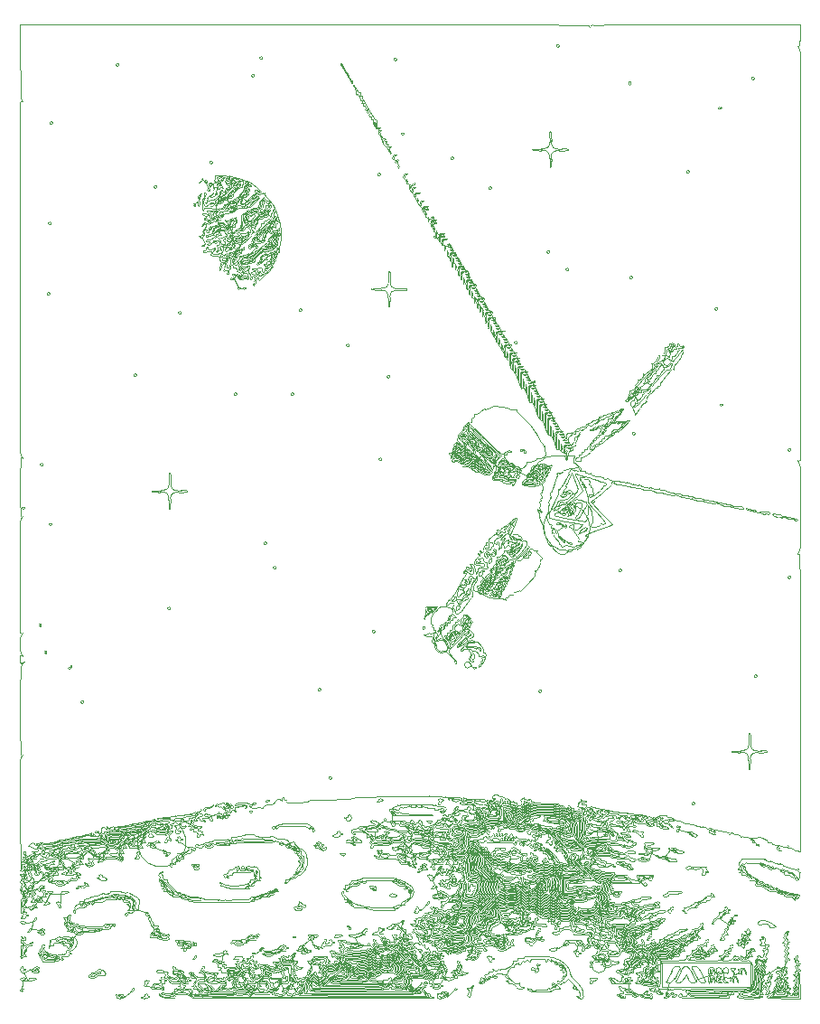
<source format=gbr>
%TF.GenerationSoftware,KiCad,Pcbnew,9.0.2*%
%TF.CreationDate,2025-07-27T13:16:15+05:30*%
%TF.ProjectId,honey-pad,686f6e65-792d-4706-9164-2e6b69636164,rev?*%
%TF.SameCoordinates,Original*%
%TF.FileFunction,Legend,Bot*%
%TF.FilePolarity,Positive*%
%FSLAX46Y46*%
G04 Gerber Fmt 4.6, Leading zero omitted, Abs format (unit mm)*
G04 Created by KiCad (PCBNEW 9.0.2) date 2025-07-27 13:16:15*
%MOMM*%
%LPD*%
G01*
G04 APERTURE LIST*
%ADD10C,0.100000*%
G04 APERTURE END LIST*
D10*
X79425317Y-76705248D02*
X79013996Y-76970601D01*
X79349471Y-76335323D02*
X79425317Y-76705248D01*
X79731972Y-80188294D02*
X79949700Y-80787366D01*
X79857734Y-79652816D02*
X79857793Y-79652815D01*
X103137215Y-82640796D02*
X102713164Y-81905973D01*
X103148791Y-82504753D02*
X103455520Y-82672170D01*
X103225085Y-82103447D02*
X103225118Y-82103443D01*
X105745753Y-86538129D02*
X106015515Y-86995452D01*
X105274254Y-85745081D02*
X105745753Y-86538129D01*
X105295009Y-85903221D02*
X105002008Y-85801228D01*
X107034462Y-89468935D02*
X106780462Y-88960935D01*
X107544291Y-90317073D02*
X107034462Y-89468935D01*
X107796462Y-90738935D02*
X107544291Y-90317073D01*
X108306291Y-91587073D02*
X107796462Y-90738935D01*
X131347113Y-105828745D02*
X131981586Y-105890063D01*
X113843717Y-108588389D02*
X113843731Y-108588365D01*
X113080219Y-108066812D02*
X113827721Y-108592779D01*
X113013205Y-107607240D02*
X113080219Y-108066812D01*
X113743785Y-107099240D02*
X113013205Y-107607240D01*
X113474350Y-107219970D02*
X113738536Y-107230533D01*
X108223994Y-110555443D02*
X108224002Y-110555450D01*
X67409481Y-120267471D02*
X67409485Y-120267470D01*
X106983882Y-132876290D02*
X107123745Y-132788922D01*
X121391626Y-134874813D02*
X121391633Y-134874805D01*
X122232624Y-134811758D02*
X121697965Y-135229509D01*
X96311933Y-137781158D02*
X96311947Y-137781139D01*
X78653078Y-135115737D02*
X77974790Y-134753376D01*
X78696651Y-134859366D02*
X78653078Y-135115737D01*
X78543131Y-135578378D02*
X78543123Y-135578367D01*
X82022526Y-134256628D02*
X81404526Y-134388330D01*
X81778502Y-133512039D02*
X82022526Y-134256628D01*
X92852298Y-136056709D02*
X92852306Y-136056727D01*
X125391896Y-135956411D02*
X125332523Y-136015784D01*
X124323537Y-135632817D02*
X125120351Y-135803612D01*
X124482041Y-135320006D02*
X124323537Y-135632817D01*
X86575389Y-135398287D02*
X86575397Y-135398281D01*
X86297217Y-136668995D02*
X86297219Y-136669034D01*
X82337916Y-136851001D02*
X82785616Y-136618963D01*
X81761093Y-136957423D02*
X81637571Y-136962318D01*
X82300347Y-136892375D02*
X82300349Y-136892387D01*
X93897830Y-136439229D02*
X93944558Y-136311612D01*
X93756051Y-136880293D02*
X93756005Y-136880257D01*
X94128258Y-136583691D02*
X94150008Y-136610062D01*
X77866298Y-136564709D02*
X77866306Y-136564727D01*
X77262692Y-136591915D02*
X77262684Y-136591897D01*
X78443062Y-137372212D02*
X77673900Y-136825576D01*
X77915912Y-138052596D02*
X77915919Y-138052602D01*
X78452319Y-137506105D02*
X77914987Y-137962772D01*
X77306560Y-138307961D02*
X77306574Y-138307950D01*
X131908078Y-137124083D02*
X131528770Y-136816729D01*
X90205696Y-137118393D02*
X90525719Y-137059657D01*
X91068749Y-137077302D02*
X91068765Y-137077326D01*
X90216692Y-137099915D02*
X90216684Y-137099897D01*
X75358997Y-137318624D02*
X75163986Y-137178747D01*
X74510973Y-137113426D02*
X74510973Y-137113427D01*
X76128395Y-137648773D02*
X75358997Y-137318624D01*
X123931626Y-137414813D02*
X123931633Y-137414805D01*
X123544707Y-137513553D02*
X123872566Y-137476696D01*
X123105812Y-138190373D02*
X123544707Y-137513553D01*
X123169626Y-138176813D02*
X123169633Y-138176805D01*
X122506716Y-138256520D02*
X123105812Y-138190373D01*
X121595594Y-138374604D02*
X121122398Y-138438768D01*
X121879648Y-137545714D02*
X121595594Y-138374604D01*
X121913034Y-137861966D02*
X121879648Y-137545714D01*
X122395495Y-138198108D02*
X121913034Y-137861966D01*
X100209740Y-139056757D02*
X100410222Y-139096240D01*
X79364797Y-139037869D02*
X79223727Y-139073611D01*
X118954746Y-138890479D02*
X119537995Y-138975761D01*
X118879079Y-138960664D02*
X118954746Y-138890479D01*
X134288128Y-141471398D02*
X134288144Y-141471372D01*
X133962847Y-141545897D02*
X134271473Y-141477753D01*
X133528717Y-141227389D02*
X133528731Y-141227365D01*
X130285266Y-138382845D02*
X130285265Y-138382818D01*
X131412446Y-140134925D02*
X131412439Y-140134935D01*
X130739527Y-138767786D02*
X130739527Y-138767780D01*
X132002314Y-138803871D02*
X132002325Y-138803852D01*
X133951441Y-139540591D02*
X133915320Y-139381637D01*
X84856428Y-140265061D02*
X84856438Y-140265071D01*
X83834796Y-140928062D02*
X84168495Y-140896312D01*
X84093994Y-140781443D02*
X84094002Y-140781450D01*
X83849233Y-139356878D02*
X83668858Y-139256594D01*
X82068479Y-139973932D02*
X82068529Y-139973929D01*
X83858153Y-139228470D02*
X83849233Y-139356878D01*
X69896692Y-140147915D02*
X69896684Y-140147897D01*
X84601994Y-142051443D02*
X84602002Y-142051450D01*
X85374995Y-141769761D02*
X84612995Y-142023761D01*
X85363994Y-141797443D02*
X85364002Y-141797450D01*
X86136995Y-141515761D02*
X85374995Y-141769761D01*
X86125994Y-141543443D02*
X86126002Y-141543450D01*
X86644995Y-141261761D02*
X86136995Y-141515761D01*
X86633994Y-141289443D02*
X86634002Y-141289450D01*
X120718203Y-140442408D02*
X121647857Y-140094050D01*
X121104328Y-140769312D02*
X120718203Y-140442408D01*
X93451626Y-142240813D02*
X93451633Y-142240805D01*
X93010692Y-141163915D02*
X93010684Y-141163897D01*
X98697839Y-140772027D02*
X97909722Y-140249131D01*
X98974244Y-141137616D02*
X98697839Y-140772027D01*
X99102344Y-141270298D02*
X98974244Y-141137616D01*
X93366814Y-142147407D02*
X93366822Y-142147413D01*
X97774118Y-143149395D02*
X97774118Y-143149403D01*
X126257994Y-142559443D02*
X126258002Y-142559450D01*
X126945044Y-141990909D02*
X126244434Y-142495629D01*
X124760692Y-143195915D02*
X124760684Y-143195897D01*
X72806433Y-143353326D02*
X72806355Y-143353279D01*
X73368991Y-143173678D02*
X73287398Y-143222264D01*
X73766476Y-143151348D02*
X73368991Y-143173678D01*
X74523017Y-143415145D02*
X73766476Y-143151348D01*
X100218298Y-143168709D02*
X100218306Y-143168727D01*
X100806468Y-142580110D02*
X100229294Y-143150231D01*
X100650040Y-142681158D02*
X100650038Y-142681153D01*
X88818962Y-142826892D02*
X88706028Y-142739452D01*
X129033395Y-144372622D02*
X129621265Y-143685431D01*
X128281665Y-144005945D02*
X128364495Y-143690312D01*
X129174298Y-143168709D02*
X129174306Y-143168727D01*
X127720549Y-143923531D02*
X127720583Y-143923482D01*
X129062025Y-144500509D02*
X128281665Y-144005945D01*
X129419434Y-144146629D02*
X129221745Y-144405011D01*
X129432994Y-144210443D02*
X129433002Y-144210450D01*
X129173796Y-144357062D02*
X129221745Y-144405011D01*
X129358004Y-144163371D02*
X129371111Y-144151383D01*
X129358004Y-144163371D02*
X129337291Y-144147232D01*
X129682298Y-144184709D02*
X129682306Y-144184727D01*
X93176558Y-64632812D02*
X93557558Y-65267812D01*
X92692151Y-63895545D02*
X93176558Y-64632812D01*
X97886058Y-73017547D02*
X98123929Y-73424339D01*
X97688553Y-72800981D02*
X97886058Y-73017547D01*
X97809994Y-144591443D02*
X97810002Y-144591450D01*
X102399010Y-149407098D02*
X101879962Y-150215982D01*
X102341626Y-149352813D02*
X102341633Y-149352805D01*
X78719626Y-149098813D02*
X78719633Y-149098805D01*
X63812635Y-144243949D02*
X63183656Y-144392880D01*
X63820040Y-144205158D02*
X63820038Y-144205153D01*
X63710770Y-144975895D02*
X63812635Y-144243949D01*
X63312040Y-145221158D02*
X63312038Y-145221153D01*
X64684994Y-145042601D02*
X63710770Y-144975895D01*
X64627528Y-144954037D02*
X64684994Y-145042601D01*
X64308692Y-145227915D02*
X64308684Y-145227897D01*
X62703397Y-146160197D02*
X63040775Y-146489301D01*
X82384973Y-146257426D02*
X82384973Y-146257427D01*
X84472520Y-145697977D02*
X84486855Y-145573327D01*
X84866387Y-145549253D02*
X84866399Y-145549263D01*
X83835308Y-146033469D02*
X83835300Y-146033462D01*
X110973033Y-145844767D02*
X110989328Y-145482634D01*
X111364307Y-145951041D02*
X110973033Y-145844767D01*
X106565338Y-147743833D02*
X106591246Y-147778766D01*
X107076298Y-147740709D02*
X107076306Y-147740727D01*
X78806040Y-147761158D02*
X78806038Y-147761153D01*
X114719246Y-147270766D02*
X114979796Y-146356671D01*
X114693338Y-147235833D02*
X114719246Y-147270766D01*
X115204298Y-147232709D02*
X115204306Y-147232727D01*
X81710796Y-147153883D02*
X81540043Y-148077100D01*
X114065994Y-146115443D02*
X114066002Y-146115450D01*
X113091954Y-146766313D02*
X113695995Y-146420812D01*
X85310522Y-146832514D02*
X84711468Y-147231746D01*
X85721991Y-147168990D02*
X86572371Y-147120038D01*
X85584106Y-147033894D02*
X85721991Y-147168990D01*
X85390692Y-147259915D02*
X85390684Y-147259897D01*
X87772298Y-146724709D02*
X87772306Y-146724727D01*
X85349303Y-146790847D02*
X85584106Y-147033894D01*
X85466950Y-146731466D02*
X85466952Y-146731471D01*
X98928114Y-146073919D02*
X98685862Y-145277812D01*
X99090883Y-145924934D02*
X99090892Y-145924941D01*
X99287867Y-146502137D02*
X98928114Y-146073919D01*
X106191994Y-149671443D02*
X106192002Y-149671450D01*
X112863000Y-148071812D02*
X113247364Y-148309294D01*
X111106857Y-148349050D02*
X111163838Y-148645013D01*
X116141685Y-148149795D02*
X116172495Y-148325812D01*
X70128167Y-149011456D02*
X70214655Y-148744402D01*
X64234481Y-148588471D02*
X64234485Y-148588470D01*
X63586774Y-148760252D02*
X63994269Y-148832824D01*
X62947720Y-149017576D02*
X63586774Y-148760252D01*
X63134298Y-148756709D02*
X63134306Y-148756727D01*
X63363376Y-149780574D02*
X62947720Y-149017576D01*
X62848740Y-149792273D02*
X63363376Y-149780574D01*
X62769983Y-150783538D02*
X62848740Y-149792273D01*
X114590390Y-150286298D02*
X114590405Y-150286285D01*
X112464396Y-147826671D02*
X112464401Y-147826664D01*
X113821744Y-149239293D02*
X113821763Y-149239306D01*
X112578888Y-150412062D02*
X112995669Y-150030844D01*
X112503857Y-150127050D02*
X112578888Y-150412062D01*
X74391511Y-150315479D02*
X75178417Y-150363069D01*
X80093965Y-75088731D02*
X79776689Y-74740724D01*
X80346801Y-75563766D02*
X80093965Y-75088731D01*
X80675995Y-75115928D02*
X80346801Y-75563766D01*
X81348851Y-74860556D02*
X80675995Y-75115928D01*
X81321994Y-75065601D02*
X81348851Y-74860556D01*
X81224297Y-75069451D02*
X81321994Y-75065601D01*
X81814951Y-74544561D02*
X81806928Y-74526214D01*
X97174882Y-71432457D02*
X97174883Y-71432457D01*
X95751139Y-69457620D02*
X96325411Y-70133273D01*
X93975290Y-65920351D02*
X93975298Y-65920345D01*
X95860808Y-69496449D02*
X95751139Y-69457620D01*
X95848135Y-69345613D02*
X95848146Y-69345602D01*
X72964040Y-150809158D02*
X72964038Y-150809153D01*
X72298111Y-151398633D02*
X72956635Y-150847949D01*
X72235820Y-151323045D02*
X72298111Y-151398633D01*
X83245750Y-83879380D02*
X83676456Y-83314227D01*
X83092062Y-84875970D02*
X83537884Y-84935150D01*
X82697967Y-84000377D02*
X83092062Y-84875970D01*
X82834995Y-83632984D02*
X82697967Y-84000377D01*
X83187597Y-83855761D02*
X82834995Y-83632984D01*
X82134967Y-82134407D02*
X81494022Y-82800813D01*
X81475301Y-81984238D02*
X82134967Y-82134407D01*
X83967486Y-80067124D02*
X83967491Y-80067128D01*
X83029094Y-81408799D02*
X83433825Y-80548478D01*
X82960273Y-81321074D02*
X83029094Y-81408799D01*
X82293007Y-80729894D02*
X82945110Y-81337352D01*
X82496372Y-80181643D02*
X82292176Y-80684660D01*
X82518734Y-79797015D02*
X82496372Y-80181643D01*
X83470918Y-79383189D02*
X83470957Y-79383210D01*
X82581251Y-80744871D02*
X82581211Y-80744840D01*
X82201210Y-80108821D02*
X82201196Y-80108810D01*
X82263918Y-79110343D02*
X82518734Y-79797015D01*
X83787495Y-77142312D02*
X84041495Y-77269312D01*
X83567452Y-76472509D02*
X84019456Y-76892920D01*
X82677937Y-77420854D02*
X83147389Y-76655479D01*
X82823994Y-77408443D02*
X82824002Y-77408450D01*
X82566972Y-77418011D02*
X82677937Y-77420854D01*
X82303860Y-77078066D02*
X82566972Y-77418011D01*
X81882495Y-76380312D02*
X82303860Y-77078066D01*
X81310995Y-76697812D02*
X81882495Y-76380312D01*
X81680994Y-76392443D02*
X81681002Y-76392450D01*
X81217022Y-76785093D02*
X81310995Y-76697812D01*
X81077995Y-76859014D02*
X81217022Y-76785093D01*
X80982682Y-77514686D02*
X81077995Y-76859014D01*
X80741074Y-75982167D02*
X80741073Y-75982166D01*
X80932446Y-76025544D02*
X80932439Y-76025539D01*
X84679912Y-75923359D02*
X84679945Y-75923391D01*
X83649708Y-75607206D02*
X83649714Y-75607211D01*
X81015567Y-77918585D02*
X80982682Y-77514686D01*
X81107179Y-78473344D02*
X81015567Y-77918585D01*
X81644391Y-77880885D02*
X81644408Y-77880884D01*
X81437995Y-79152174D02*
X81107179Y-78473344D01*
X81427428Y-79178061D02*
X81427438Y-79178071D01*
X82098705Y-79149927D02*
X81437995Y-79152174D01*
X82963487Y-78612852D02*
X82963505Y-78612867D01*
X82138210Y-79233682D02*
X82098705Y-79149927D01*
X122275332Y-92222650D02*
X122275364Y-92222673D01*
X119273428Y-97593061D02*
X119273438Y-97593071D01*
X117900812Y-98659599D02*
X118585495Y-98224312D01*
X119145092Y-96276064D02*
X119145157Y-96276117D01*
X118580011Y-96904593D02*
X118672576Y-96803284D01*
X118668297Y-97603609D02*
X118668285Y-97603602D01*
X110171745Y-93037922D02*
X109917745Y-92529922D01*
X110359599Y-93284541D02*
X110171745Y-93037922D01*
X110486599Y-93538541D02*
X110359599Y-93284541D01*
X110701324Y-93801787D02*
X110486599Y-93538541D01*
X110314916Y-93782926D02*
X110314910Y-93782908D01*
X110933745Y-94307922D02*
X110701324Y-93801787D01*
X111121599Y-94554541D02*
X110933745Y-94307922D01*
X111248599Y-94808541D02*
X111121599Y-94554541D01*
X111441745Y-95069922D02*
X111248599Y-94808541D01*
X111695745Y-95577922D02*
X111441745Y-95069922D01*
X112010599Y-96078541D02*
X111695745Y-95577922D01*
X112203745Y-96339922D02*
X112010599Y-96078541D01*
X112457745Y-96847922D02*
X112203745Y-96339922D01*
X112772599Y-97348541D02*
X112457745Y-96847922D01*
X112965745Y-97609922D02*
X112772599Y-97348541D01*
X113092745Y-97863922D02*
X112965745Y-97609922D01*
X113219745Y-98117922D02*
X113092745Y-97863922D01*
X113603162Y-98625116D02*
X113219745Y-98117922D01*
X113754337Y-98856137D02*
X113603162Y-98625116D01*
X113985670Y-99126029D02*
X113754337Y-98856137D01*
X113492475Y-99121498D02*
X113492468Y-99121463D01*
X115800427Y-99866168D02*
X115800414Y-99866159D01*
X114111162Y-99387116D02*
X113985670Y-99126029D01*
X114387444Y-99747285D02*
X114111162Y-99387116D01*
X114138620Y-100173738D02*
X114387444Y-99747285D01*
X114108727Y-100136259D02*
X114108703Y-100136224D01*
X113849786Y-101004988D02*
X114138620Y-100173738D01*
X98921105Y-75078562D02*
X98660590Y-74640646D01*
X99386600Y-75288657D02*
X98921105Y-75078562D01*
X99151320Y-75613154D02*
X99386600Y-75288657D01*
X99435661Y-75997618D02*
X99151320Y-75613154D01*
X99676586Y-76418501D02*
X99435661Y-75997618D01*
X100094681Y-75984391D02*
X100094685Y-75984405D01*
X99913320Y-76883154D02*
X99676586Y-76418501D01*
X100197661Y-77267618D02*
X99913320Y-76883154D01*
X100665265Y-77518431D02*
X100197661Y-77267618D01*
X100451661Y-77775245D02*
X100665265Y-77518431D01*
X100707563Y-77220653D02*
X100707564Y-77220635D01*
X100856681Y-77254391D02*
X100856685Y-77254405D01*
X100680611Y-78236626D02*
X100451661Y-77775245D01*
X100972959Y-78389453D02*
X100680611Y-78236626D01*
X101366445Y-78333137D02*
X100972959Y-78389453D01*
X101427265Y-78788431D02*
X101366445Y-78333137D01*
X101209422Y-79159996D02*
X101427265Y-78788431D01*
X101469546Y-78490643D02*
X101469547Y-78490634D01*
X101618681Y-78524391D02*
X101618685Y-78524405D01*
X101464539Y-79587062D02*
X101209422Y-79159996D01*
X102189265Y-80058431D02*
X101464539Y-79587062D01*
X101656082Y-80152525D02*
X102189265Y-80058431D01*
X101685895Y-79540438D02*
X101685906Y-79540436D01*
X101969307Y-80553113D02*
X101656082Y-80152525D01*
X102380681Y-79794391D02*
X102380685Y-79794405D01*
X102242236Y-80889638D02*
X101969307Y-80553113D01*
X102485546Y-80268643D02*
X102485547Y-80268634D01*
X102634681Y-80302391D02*
X102634685Y-80302405D01*
X102480539Y-80920562D02*
X102242236Y-80889638D01*
X102993599Y-80838541D02*
X102480539Y-80920562D01*
X103120599Y-81092541D02*
X102993599Y-80838541D01*
X103247599Y-81346541D02*
X103120599Y-81092541D01*
X103203939Y-81371689D02*
X103206078Y-81371083D01*
X103203939Y-81371689D02*
X103266535Y-81607023D01*
X103501599Y-81854541D02*
X103396703Y-81572400D01*
X103755599Y-82108541D02*
X103501599Y-81854541D01*
X103882599Y-82362541D02*
X103755599Y-82108541D01*
X104009599Y-82616541D02*
X103882599Y-82362541D01*
X103965938Y-82641689D02*
X103968078Y-82641083D01*
X103965938Y-82641689D02*
X104028534Y-82877023D01*
X104009572Y-82808641D02*
X104009572Y-82808635D01*
X104263599Y-83124541D02*
X104158703Y-82842400D01*
X104615495Y-83336402D02*
X104263599Y-83124541D01*
X103983635Y-84105306D02*
X103983611Y-84105311D01*
X104710745Y-83639922D02*
X104615495Y-83336402D01*
X104771599Y-83886541D02*
X104710745Y-83639922D01*
X104727938Y-83911689D02*
X104730078Y-83911083D01*
X104727938Y-83911689D02*
X104790534Y-84147023D01*
X104771572Y-84078641D02*
X104771572Y-84078635D01*
X105025599Y-84394541D02*
X104920703Y-84112400D01*
X105377495Y-84606402D02*
X105025599Y-84394541D01*
X104746731Y-85500091D02*
X104746707Y-85500095D01*
X105329320Y-84808862D02*
X105341533Y-84604255D01*
X105533599Y-85156541D02*
X105345745Y-84909922D01*
X105660599Y-85410541D02*
X105533599Y-85156541D01*
X105787599Y-85664541D02*
X105660599Y-85410541D01*
X106139495Y-85876402D02*
X105787599Y-85664541D01*
X105508731Y-86770091D02*
X105508707Y-86770095D01*
X106091320Y-86078862D02*
X106103533Y-85874255D01*
X106295599Y-86426541D02*
X106107745Y-86179922D01*
X106422599Y-86680541D02*
X106295599Y-86426541D01*
X106549599Y-86934541D02*
X106422599Y-86680541D01*
X106901495Y-87146402D02*
X106549599Y-86934541D01*
X106853320Y-87348862D02*
X106865533Y-87144255D01*
X106885870Y-87433738D02*
X106936497Y-87696583D01*
X107184599Y-87950541D02*
X107155495Y-87654402D01*
X107311599Y-88204541D02*
X107184599Y-87950541D01*
X107504745Y-88465922D02*
X107311599Y-88204541D01*
X107631745Y-88719922D02*
X107504745Y-88465922D01*
X107695245Y-88980776D02*
X107631745Y-88719922D01*
X107885745Y-89227922D02*
X107695245Y-88980776D01*
X108073599Y-89474541D02*
X107885745Y-89227922D01*
X108266745Y-89735922D02*
X108073599Y-89474541D01*
X108420337Y-89966137D02*
X108266745Y-89735922D01*
X108409870Y-89973738D02*
X108460496Y-90236583D01*
X108050077Y-91340355D02*
X108050025Y-91340360D01*
X108389839Y-90177120D02*
X108389839Y-90177112D01*
X108631320Y-90396862D02*
X108643533Y-90192255D01*
X108835599Y-90744541D02*
X108647745Y-90497922D01*
X109155745Y-91259922D02*
X108835599Y-90744541D01*
X109296635Y-91790384D02*
X109155745Y-91259922D01*
X109301265Y-91996431D02*
X109296635Y-91790384D01*
X109180652Y-91791239D02*
X108524219Y-91849653D01*
X108823245Y-92613227D02*
X108571619Y-92382312D01*
X108812077Y-92610355D02*
X108812025Y-92610360D01*
X109151840Y-91447120D02*
X109151840Y-91447112D01*
X109068632Y-92968088D02*
X108823245Y-92613227D01*
X109333619Y-93652312D02*
X109068632Y-92968088D01*
X109597621Y-92206663D02*
X109597623Y-92206639D01*
X109746681Y-92240391D02*
X109746685Y-92240405D01*
X109586212Y-94287312D02*
X109333619Y-93652312D01*
X109812525Y-94231692D02*
X109588203Y-94224574D01*
X110084632Y-94746088D02*
X109830632Y-94238088D01*
X110348212Y-95557312D02*
X110084632Y-94746088D01*
X110593926Y-95594756D02*
X110348212Y-95557312D01*
X110846632Y-96016088D02*
X110593926Y-95594756D01*
X111110212Y-96827312D02*
X110846632Y-96016088D01*
X111365619Y-97208312D02*
X111110212Y-96827312D01*
X111609926Y-97372756D02*
X111365619Y-97208312D01*
X111872212Y-98097312D02*
X111609926Y-97372756D01*
X112126212Y-98605312D02*
X111872212Y-98097312D01*
X112372187Y-98753419D02*
X112126212Y-98605312D01*
X112625926Y-99150756D02*
X112372187Y-98753419D01*
X112887009Y-100002312D02*
X112625926Y-99150756D01*
X113134187Y-100023419D02*
X112887009Y-100002312D01*
X113386291Y-100223073D02*
X113134187Y-100023419D01*
X113668087Y-100320861D02*
X113386291Y-100223073D01*
X113635635Y-100361306D02*
X113635611Y-100361311D01*
X113858468Y-100398732D02*
X113668087Y-100320861D01*
X113806012Y-100947285D02*
X113858468Y-100398732D01*
X113755135Y-100714613D02*
X113755146Y-100714602D01*
X106668662Y-109804727D02*
X106786065Y-110277110D01*
X106873371Y-109838752D02*
X106668662Y-109804727D01*
X107180183Y-109838773D02*
X107180177Y-109838781D01*
X101243454Y-115010059D02*
X101364911Y-115127779D01*
X110382426Y-109098626D02*
X110382492Y-109098680D01*
X108790873Y-109670193D02*
X109252785Y-110195534D01*
X108102946Y-107771177D02*
X108102945Y-107771186D01*
X108080296Y-108390783D02*
X108080305Y-108390789D01*
X109154153Y-108382930D02*
X108443087Y-107920129D01*
X109123995Y-109082812D02*
X109154153Y-108382930D01*
X108720716Y-109204434D02*
X109123995Y-109082812D01*
X108354121Y-108795194D02*
X108354097Y-108795185D01*
X108790973Y-109543028D02*
X108720716Y-109204434D01*
X108742995Y-109654312D02*
X108790973Y-109543028D01*
X107361298Y-112512782D02*
X107980995Y-112384812D01*
X107460619Y-113328486D02*
X107361298Y-112512782D01*
X107031592Y-113800768D02*
X107460619Y-113328486D01*
X105866651Y-111854299D02*
X106336141Y-112408820D01*
X106679025Y-112608060D02*
X106432742Y-112326814D01*
X106437916Y-113144775D02*
X106437907Y-113144786D01*
X106241131Y-113114544D02*
X106300707Y-113038000D01*
X106144944Y-113151931D02*
X106190835Y-113072308D01*
X106005791Y-113411659D02*
X106144944Y-113151931D01*
X103535995Y-114027919D02*
X103726495Y-114670812D01*
X104024072Y-114046581D02*
X103535995Y-114027919D01*
X104775385Y-113576710D02*
X104024072Y-114046581D01*
X103801056Y-112737700D02*
X104687996Y-112575312D01*
X104880113Y-110771353D02*
X104880114Y-110771342D01*
X105591131Y-109725359D02*
X105591137Y-109725348D01*
X105558274Y-113257513D02*
X105558259Y-113257516D01*
X106310261Y-113455807D02*
X106310284Y-113455819D01*
X107240289Y-113599578D02*
X107240269Y-113599567D01*
X107578701Y-113710046D02*
X107578721Y-113710057D01*
X104197987Y-112993803D02*
X103801056Y-112737700D01*
X104237246Y-113456597D02*
X104197987Y-112993803D01*
X104503190Y-113667051D02*
X104237246Y-113456597D01*
X104661099Y-113559930D02*
X104503190Y-113667051D01*
X104457913Y-132895528D02*
X103805718Y-132841524D01*
X104733141Y-119934438D02*
X105145076Y-120459842D01*
X104958646Y-119230476D02*
X104733141Y-119934438D01*
X104445468Y-118434196D02*
X104958646Y-119230476D01*
X104640112Y-118097769D02*
X104445468Y-118434196D01*
X104470979Y-117629499D02*
X104640112Y-118097769D01*
X121939994Y-143575443D02*
X121940002Y-143575450D01*
X121885709Y-144648827D02*
X121585298Y-143881782D01*
X121813886Y-144715751D02*
X121761023Y-145447145D01*
X121939994Y-144591443D02*
X121940002Y-144591450D01*
X103368257Y-140248826D02*
X103475422Y-140201046D01*
X120375626Y-134366813D02*
X120375633Y-134366805D01*
X119982699Y-134677341D02*
X120316566Y-134428696D01*
X114973079Y-133698301D02*
X114973008Y-133698262D01*
X114854692Y-133416915D02*
X114854684Y-133416897D01*
X115260606Y-132842485D02*
X115260620Y-132842467D01*
X115453438Y-134279607D02*
X115517744Y-133667009D01*
X99540481Y-138047471D02*
X99540485Y-138047470D01*
X98634801Y-138047766D02*
X99300269Y-138291824D01*
X98717950Y-137980456D02*
X98634801Y-138047766D01*
X98776787Y-137038957D02*
X98717950Y-137980456D01*
X98517709Y-136266827D02*
X98776787Y-137038957D01*
X98571994Y-136209443D02*
X98572002Y-136209450D01*
X102509969Y-134640901D02*
X103391170Y-134270589D01*
X102541809Y-134675137D02*
X102347923Y-135169306D01*
X76244873Y-135634981D02*
X76020931Y-135298390D01*
X101602222Y-139890692D02*
X102022104Y-139508751D01*
X102504298Y-139612709D02*
X102504306Y-139612727D01*
X101294259Y-140381576D02*
X101602222Y-139890692D01*
X101488298Y-140120709D02*
X101488306Y-140120727D01*
X101611674Y-141110127D02*
X101294259Y-140381576D01*
X101833324Y-141688383D02*
X101611674Y-141110127D01*
X101905879Y-141760138D02*
X101833324Y-141688383D01*
X104741695Y-140479449D02*
X104741696Y-140479439D01*
X62895995Y-141409928D02*
X63082747Y-142111984D01*
X62904653Y-141399322D02*
X63455004Y-141115747D01*
X103497018Y-138480241D02*
X104181994Y-139200601D01*
X102796708Y-137696937D02*
X102796708Y-137696915D01*
X103149029Y-137737310D02*
X103149035Y-137737316D01*
X103559501Y-138413462D02*
X103004287Y-137880197D01*
X103565000Y-138427271D02*
X103497018Y-138480241D01*
X100033778Y-136043895D02*
X99553952Y-135569636D01*
X100538413Y-136239645D02*
X100033778Y-136043895D01*
X100477969Y-136164901D02*
X100509809Y-136199137D01*
X100525409Y-136220299D02*
X100538413Y-136239645D01*
X101570567Y-136197015D02*
X100939397Y-135722090D01*
X101117742Y-136768876D02*
X101570567Y-136197015D01*
X101072119Y-137089044D02*
X101117742Y-136768876D01*
X101021897Y-137714587D02*
X101072119Y-137089044D01*
X101098434Y-137796629D02*
X101021897Y-137714587D01*
X101111994Y-137860443D02*
X101112002Y-137860450D01*
X64027994Y-142813443D02*
X64028002Y-142813450D01*
X64527385Y-141927135D02*
X64014434Y-142749629D01*
X66411376Y-141652574D02*
X66396090Y-142414681D01*
X65446552Y-141641636D02*
X66411376Y-141652574D01*
X65004600Y-142463941D02*
X65446552Y-141641636D01*
X64491509Y-141981207D02*
X65004600Y-142463941D01*
X64491509Y-141981207D02*
X64491522Y-141981222D01*
X120934995Y-143178566D02*
X120934995Y-143178565D01*
X119487346Y-143489562D02*
X120185488Y-143848108D01*
X119399994Y-142686443D02*
X119400002Y-142686450D01*
X118993496Y-143285109D02*
X119029995Y-142991812D01*
X119547365Y-143416676D02*
X118993496Y-143285109D01*
X123268970Y-150901618D02*
X123296189Y-151001766D01*
X123512087Y-149976814D02*
X123268970Y-150901618D01*
X126451586Y-147704069D02*
X126396456Y-147132795D01*
X126986254Y-147398527D02*
X126451586Y-147704069D01*
X126926891Y-147345097D02*
X126986254Y-147398527D01*
X125967969Y-147184683D02*
X125967943Y-147184661D01*
X67872042Y-145438745D02*
X67487288Y-146024770D01*
X70517919Y-144623315D02*
X70517921Y-144623327D01*
X67968719Y-145311731D02*
X67872042Y-145438745D01*
X68060723Y-145207828D02*
X67968719Y-145311731D01*
X76949014Y-141611011D02*
X76876894Y-141791099D01*
X77038694Y-141531764D02*
X76949014Y-141611011D01*
X88361281Y-137409827D02*
X88702331Y-138046997D01*
X86515554Y-136766864D02*
X86515556Y-136766893D01*
X88185000Y-137494289D02*
X87867046Y-136911687D01*
X88299292Y-137470471D02*
X88185000Y-137494289D01*
X88433104Y-137476751D02*
X88299292Y-137470471D01*
X120856893Y-151117695D02*
X121081167Y-151210433D01*
X120057812Y-150890373D02*
X120856893Y-151117695D01*
X120121626Y-150876813D02*
X120121633Y-150876805D01*
X119648158Y-150723403D02*
X120057812Y-150890373D01*
X119692726Y-150544949D02*
X119648158Y-150723403D01*
X118655007Y-151043894D02*
X118655007Y-151043886D01*
X119623842Y-149614358D02*
X119692726Y-150544949D01*
X119588413Y-149701645D02*
X119623842Y-149614358D01*
X130671334Y-148962780D02*
X130671341Y-148962780D01*
X130019593Y-149095498D02*
X130232003Y-149084246D01*
X129534281Y-149199585D02*
X129997275Y-149100397D01*
X129462463Y-149503534D02*
X129534281Y-149199585D01*
X129472343Y-149890041D02*
X129472323Y-149890042D01*
X129909334Y-149724780D02*
X129909341Y-149724780D01*
X129217009Y-149522138D02*
X129462463Y-149503534D01*
X128596609Y-149398287D02*
X129217009Y-149522138D01*
X128974940Y-149953147D02*
X128974942Y-149953177D01*
X128573062Y-149053833D02*
X128596609Y-149398287D01*
X127949243Y-149167135D02*
X128573062Y-149053833D01*
X127919995Y-149659312D02*
X127949243Y-149167135D01*
X128373391Y-149952345D02*
X128373392Y-149952360D01*
X127345291Y-149540450D02*
X127919995Y-149659312D01*
X126691850Y-149427278D02*
X125913958Y-149667255D01*
X127183314Y-149278312D02*
X126691850Y-149427278D01*
X127393374Y-148758364D02*
X127393404Y-148758361D01*
X127372143Y-149509010D02*
X127183314Y-149278312D01*
X127393374Y-149520364D02*
X127393404Y-149520361D01*
X75559632Y-144703902D02*
X75559637Y-144703909D01*
X75523169Y-145629597D02*
X75509841Y-145765736D01*
X75539740Y-145507854D02*
X75523169Y-145629597D01*
X75486232Y-145224546D02*
X75486248Y-145224532D01*
X103602592Y-148979768D02*
X103588594Y-148832495D01*
X86813918Y-148252641D02*
X86089512Y-148742814D01*
X87346592Y-148090768D02*
X87854592Y-148090768D01*
X86815277Y-148242094D02*
X87346592Y-148090768D01*
X78721859Y-151223650D02*
X78721852Y-151223659D01*
X77932413Y-150717645D02*
X77995906Y-150612779D01*
X129840692Y-146243915D02*
X129840684Y-146243897D01*
X130248414Y-146403317D02*
X130165675Y-146513686D01*
X130282517Y-146299635D02*
X130248414Y-146403317D01*
X78350223Y-149865665D02*
X78350228Y-149865692D01*
X78167917Y-149899360D02*
X78167915Y-149899350D01*
X77735756Y-149544731D02*
X77515098Y-149447298D01*
X77649981Y-149496617D02*
X77735756Y-149544731D01*
X82615907Y-151147909D02*
X82615909Y-151147957D01*
X79706476Y-151057457D02*
X79706476Y-151057448D01*
X79682400Y-151266167D02*
X79688112Y-151149387D01*
X64889947Y-146897316D02*
X64889951Y-146897309D01*
X65335815Y-146732819D02*
X65335777Y-146732813D01*
X65368869Y-147378035D02*
X65371724Y-147247622D01*
X65271152Y-147455634D02*
X65368869Y-147378035D01*
X65219598Y-147404473D02*
X65151018Y-147464313D01*
X102684878Y-151264379D02*
X103359857Y-150635050D01*
X102651769Y-151157031D02*
X102684878Y-151264379D01*
X102628206Y-151108813D02*
X102651769Y-151157031D01*
X135448512Y-151154737D02*
X135430657Y-150670923D01*
X135481481Y-150874471D02*
X135481485Y-150874470D01*
X92090298Y-146216709D02*
X92090306Y-146216727D01*
X90101300Y-146442100D02*
X90882939Y-146635095D01*
X89871004Y-145814747D02*
X90101300Y-146442100D01*
X89678429Y-145954723D02*
X89871004Y-145814747D01*
X89117525Y-146471612D02*
X89678429Y-145954723D01*
X89109972Y-146571627D02*
X89106307Y-146472025D01*
X89067059Y-146697160D02*
X89013326Y-146653623D01*
X77776241Y-146747322D02*
X77776225Y-146747298D01*
X78903334Y-146390711D02*
X78903317Y-146390712D01*
X78892875Y-146184639D02*
X78892893Y-146184638D01*
X78533676Y-146389062D02*
X78645153Y-146374864D01*
X78605877Y-146563663D02*
X78605882Y-146563689D01*
X78454549Y-146443033D02*
X78533676Y-146389062D01*
X77902717Y-146180389D02*
X77902731Y-146180365D01*
X129068193Y-151050048D02*
X129190815Y-151048437D01*
X125533416Y-150959945D02*
X125533416Y-150959940D01*
X120139632Y-94832404D02*
X120502265Y-95414156D01*
X120383371Y-94117880D02*
X120462680Y-94399222D01*
X120608549Y-93504531D02*
X120608583Y-93504482D01*
X123489829Y-90676802D02*
X123489833Y-90676794D01*
X124834525Y-90365533D02*
X124834529Y-90365536D01*
X120504368Y-94125376D02*
X120383371Y-94117880D01*
X119629009Y-95383236D02*
X119628967Y-95383202D01*
X122175101Y-92219327D02*
X122175133Y-92219355D01*
X120472001Y-94064862D02*
X120471937Y-94064807D01*
X120628286Y-94264655D02*
X120504368Y-94125376D01*
X120115006Y-94838717D02*
X120139632Y-94832404D01*
X85882995Y-81837565D02*
X85232535Y-81196126D01*
X86604541Y-81523812D02*
X85882995Y-81837565D01*
X85652137Y-83261931D02*
X85652121Y-83261919D01*
X86760558Y-81211108D02*
X86604541Y-81523812D01*
X86132122Y-80671579D02*
X86760558Y-81211108D01*
X85758269Y-80996467D02*
X85758252Y-80996454D01*
X86821012Y-79967122D02*
X86132122Y-80671579D01*
X86326299Y-80010581D02*
X86821012Y-79967122D01*
X86442730Y-79751645D02*
X86326299Y-80010581D01*
X86043857Y-79003745D02*
X86442730Y-79751645D01*
X85564790Y-77841591D02*
X85018050Y-77955989D01*
X85752438Y-78066486D02*
X85564790Y-77841591D01*
X85823694Y-78014053D02*
X85752438Y-78066486D01*
X86641800Y-78503350D02*
X85823694Y-78014053D01*
X86543290Y-78535102D02*
X86641800Y-78503350D01*
X80922227Y-81168221D02*
X80922257Y-81168238D01*
X79805851Y-79445677D02*
X79805844Y-79445668D01*
X85025058Y-76423268D02*
X85025074Y-76423282D01*
X80782346Y-78272473D02*
X80782377Y-78272490D01*
X80696644Y-78425151D02*
X80696613Y-78425134D01*
X80264379Y-77648462D02*
X80264379Y-77648451D01*
X86326133Y-82857602D02*
X86326176Y-82857637D01*
X86392062Y-78538391D02*
X86543290Y-78535102D01*
X86296070Y-78686135D02*
X86392062Y-78538391D01*
X86256222Y-78863570D02*
X86314960Y-78741331D01*
X86356219Y-78626651D02*
X86296070Y-78686135D01*
X85037800Y-79715806D02*
X85037792Y-79715800D01*
X84336527Y-80889986D02*
X84336520Y-80889980D01*
X86338831Y-78665468D02*
X86356219Y-78626651D01*
X86259400Y-78746865D02*
X86259479Y-78746928D01*
X104537569Y-116478309D02*
X104548840Y-116307013D01*
X104434801Y-116687775D02*
X104537569Y-116478309D01*
X103843028Y-117179764D02*
X104434801Y-116687775D01*
X103005110Y-117557959D02*
X103843028Y-117179764D01*
X101980851Y-117047958D02*
X102385104Y-116761435D01*
X101781198Y-117031204D02*
X101781191Y-117031189D01*
X102363077Y-117926914D02*
X101980851Y-117047958D01*
X102645209Y-117469473D02*
X102363077Y-117926914D01*
X104726900Y-117103665D02*
X104726914Y-117103674D01*
X102764705Y-117555874D02*
X102645209Y-117469473D01*
X102878386Y-117571049D02*
X102764705Y-117555874D01*
X102972164Y-117600343D02*
X102878386Y-117571049D01*
X115759443Y-105146342D02*
X115759456Y-105146349D01*
X113921700Y-105599510D02*
X114524287Y-105017252D01*
X113562772Y-104971224D02*
X113562786Y-104971238D01*
X113170216Y-105316784D02*
X113240383Y-105403631D01*
X113296241Y-105988461D02*
X112874335Y-105699375D01*
X113737138Y-105993669D02*
X113296241Y-105988461D01*
X113954335Y-105786350D02*
X113737138Y-105993669D01*
X114121089Y-105632368D02*
X113954335Y-105786350D01*
X114063740Y-105694931D02*
X114121089Y-105632368D01*
X111491759Y-102865440D02*
X111930595Y-102080051D01*
X110603358Y-102502388D02*
X111491759Y-102865440D01*
X109187495Y-102034312D02*
X108566768Y-102139240D01*
X109436799Y-102112445D02*
X109187495Y-102034312D01*
X110221770Y-102503156D02*
X109436799Y-102112445D01*
X126075566Y-104563918D02*
X126075567Y-104563912D01*
X121481699Y-103844226D02*
X121481698Y-103844238D01*
X111196233Y-105659283D02*
X111196250Y-105659263D01*
X110349200Y-102504921D02*
X110221770Y-102503156D01*
X109759659Y-103234302D02*
X109759578Y-103234242D01*
X110476681Y-102504253D02*
X110349200Y-102504921D01*
X110677440Y-102622173D02*
X110476681Y-102504253D01*
X110578348Y-102566378D02*
X110677440Y-102622173D01*
X110920220Y-102658888D02*
X110953428Y-102619145D01*
X97515626Y-133858813D02*
X97515633Y-133858805D01*
X97522025Y-134262162D02*
X97662245Y-134118011D01*
X99765964Y-133349527D02*
X99765974Y-133349516D01*
X100273359Y-133349457D02*
X100273369Y-133349444D01*
X98045043Y-133313952D02*
X98045042Y-133313941D01*
X97507884Y-134973150D02*
X97522025Y-134262162D01*
X96761059Y-134790390D02*
X97507884Y-134973150D01*
X95964393Y-135354251D02*
X96761059Y-134790390D01*
X96719927Y-135383596D02*
X96719937Y-135383583D01*
X101561226Y-135849759D02*
X101561222Y-135849733D01*
X99289761Y-135985518D02*
X99289750Y-135985538D01*
X101429568Y-136885404D02*
X101429602Y-136885433D01*
X96178720Y-135823727D02*
X95964393Y-135354251D01*
X96408298Y-135548709D02*
X96408306Y-135548727D01*
X95908847Y-135820150D02*
X95714811Y-135817578D01*
X95901590Y-136367660D02*
X95908847Y-135820150D01*
X96691088Y-136062405D02*
X96739789Y-136009034D01*
X96691088Y-136062405D02*
X96751684Y-136122591D01*
X96741495Y-136260812D02*
X96687188Y-136187527D01*
X107352588Y-146252089D02*
X106730234Y-145582893D01*
X107340054Y-146350988D02*
X107316977Y-146460954D01*
X107345995Y-146235928D02*
X107340054Y-146350988D01*
X66281059Y-138854390D02*
X66218252Y-137869382D01*
X65745263Y-139454611D02*
X66281059Y-138854390D01*
X64983094Y-139288772D02*
X65745263Y-139454611D01*
X63657025Y-138150509D02*
X63939144Y-139075672D01*
X64027994Y-137860443D02*
X64028002Y-137860450D01*
X63086495Y-138038812D02*
X63657025Y-138150509D01*
X63245947Y-138620779D02*
X63086495Y-138038812D01*
X63269974Y-138808525D02*
X63245947Y-138620779D01*
X67649231Y-139831277D02*
X67649232Y-139831292D01*
X64599382Y-140256186D02*
X64599383Y-140256186D01*
X64644883Y-141068503D02*
X64644875Y-141068493D01*
X63333653Y-139056796D02*
X63269974Y-138808525D01*
X65717041Y-139979652D02*
X65772748Y-139811247D01*
X65720583Y-139976593D02*
X65660695Y-139905063D01*
X63413546Y-139106817D02*
X63333653Y-139056796D01*
X72727234Y-136388566D02*
X72651956Y-135545529D01*
X83236707Y-148808572D02*
X82730361Y-148919247D01*
X83651056Y-149097921D02*
X83236707Y-148808572D01*
X133722360Y-150631221D02*
X133595559Y-150634249D01*
X133722290Y-150637258D02*
X133932290Y-150645654D01*
X133829127Y-150713467D02*
X133931328Y-150669725D01*
X134246544Y-148675813D02*
X134377868Y-148021266D01*
X135564890Y-149071468D02*
X135564901Y-149071467D01*
X133711058Y-148581066D02*
X134243362Y-148691191D01*
X132827753Y-149086178D02*
X133585857Y-148603050D01*
X133904692Y-148783915D02*
X133904684Y-148783897D01*
X132471978Y-149175431D02*
X132827753Y-149086178D01*
X132386241Y-146747322D02*
X132386225Y-146747298D01*
X125235484Y-150694261D02*
X125235483Y-150694226D01*
X132339412Y-149182138D02*
X132471978Y-149175431D01*
X132212412Y-149182138D02*
X132339412Y-149182138D01*
X132085412Y-149182138D02*
X132212412Y-149182138D01*
X131966333Y-149146923D02*
X132085412Y-149182138D01*
X83984663Y-150020944D02*
X83525586Y-150498069D01*
X84602126Y-150584995D02*
X83984663Y-150020944D01*
X86919035Y-149777911D02*
X87304063Y-150509276D01*
X87125185Y-149533844D02*
X86372170Y-149996142D01*
X87156744Y-149641047D02*
X87125185Y-149533844D01*
X86983802Y-149765149D02*
X87156744Y-149641047D01*
X109729606Y-137976645D02*
X109717431Y-137929416D01*
X117642091Y-135666913D02*
X117886995Y-135800761D01*
X117445686Y-135078579D02*
X117642091Y-135666913D01*
X118902305Y-134372306D02*
X118902324Y-134372317D01*
X118779036Y-134588935D02*
X118779000Y-134588915D01*
X119373525Y-134602355D02*
X119373498Y-134602385D01*
X119319574Y-134362529D02*
X119319580Y-134362521D01*
X117255766Y-135308699D02*
X117445686Y-135078579D01*
X116760551Y-135688965D02*
X117255766Y-135308699D01*
X116797230Y-136579626D02*
X116760551Y-135688965D01*
X115297166Y-133630674D02*
X115297191Y-133630642D01*
X118883311Y-136384270D02*
X118883298Y-136384293D01*
X117395037Y-136092653D02*
X117395027Y-136092639D01*
X116061682Y-136360839D02*
X116061679Y-136360812D01*
X116362995Y-137473029D02*
X116797230Y-136579626D01*
X116357746Y-137484906D02*
X116357749Y-137484909D01*
X107874004Y-136614330D02*
X108693080Y-136621772D01*
X103336056Y-144144921D02*
X103875076Y-144462842D01*
X102545671Y-143540161D02*
X103336056Y-144144921D01*
X102603974Y-143617200D02*
X102545671Y-143540161D01*
X102621097Y-143711761D02*
X102603974Y-143617200D01*
X102668377Y-143847750D02*
X102621097Y-143711761D01*
X102644292Y-144883913D02*
X102644229Y-144883864D01*
X102675867Y-143967539D02*
X102668377Y-143847750D01*
X102651868Y-144044579D02*
X102675867Y-143967539D01*
X71228913Y-136529221D02*
X71364263Y-136647701D01*
X70228558Y-136394608D02*
X69973790Y-135896376D01*
X70165969Y-136568349D02*
X70145400Y-136405085D01*
X63607334Y-138399163D02*
X63607317Y-138399194D01*
X75314115Y-134798353D02*
X74999043Y-134734692D01*
X70536846Y-136582451D02*
X70358380Y-136516390D01*
X76398646Y-135128427D02*
X76398655Y-135128416D01*
X68429815Y-138016258D02*
X68429799Y-138016286D01*
X68471092Y-136755642D02*
X68471091Y-136755627D01*
X70649051Y-136601338D02*
X70536846Y-136582451D01*
X68680445Y-137691057D02*
X68680441Y-137691054D01*
X72155280Y-138422736D02*
X72155231Y-138422798D01*
X70791836Y-136641822D02*
X70649051Y-136601338D01*
X70984413Y-136537441D02*
X70791836Y-136641822D01*
X72189065Y-136809547D02*
X72189062Y-136809544D01*
X71118518Y-136539109D02*
X70984413Y-136537441D01*
X71218967Y-136584252D02*
X71118518Y-136539109D01*
X121924254Y-148719666D02*
X121524213Y-149409114D01*
X121979007Y-148660624D02*
X121924254Y-148719666D01*
X122066611Y-148543360D02*
X121979007Y-148660624D01*
X122839995Y-148071812D02*
X122066611Y-148543360D01*
X122502436Y-147635315D02*
X122839995Y-148071812D01*
X122064172Y-146830517D02*
X122502436Y-147635315D01*
X122130017Y-146808925D02*
X122064172Y-146830517D01*
X122858046Y-146592098D02*
X122130017Y-146808925D01*
X122906414Y-146691816D02*
X122830960Y-146620930D01*
X119558277Y-145449222D02*
X119728495Y-146420812D01*
X117185398Y-144915768D02*
X116913084Y-145429715D01*
X117733109Y-144867206D02*
X117185398Y-144915768D01*
X117721152Y-144874515D02*
X117721128Y-144874546D01*
X118375308Y-144656562D02*
X117733109Y-144867206D01*
X119297995Y-144684236D02*
X118375308Y-144656562D01*
X119542360Y-143226622D02*
X119542339Y-143226611D01*
X119424402Y-144945909D02*
X119297995Y-144684236D01*
X119497070Y-144932206D02*
X119559925Y-144916523D01*
X119497070Y-144932206D02*
X119519146Y-145032174D01*
X124402425Y-146773669D02*
X124402407Y-146773657D01*
X121185872Y-147542310D02*
X121185881Y-147542299D01*
X119401154Y-145212714D02*
X119381036Y-145060639D01*
X121151479Y-147383881D02*
X121151486Y-147383873D01*
X120324925Y-145301690D02*
X120324933Y-145301697D01*
X119476102Y-145337101D02*
X119457098Y-145203426D01*
X119499822Y-145471618D02*
X119476102Y-145337101D01*
X107372727Y-102193327D02*
X107282495Y-102478812D01*
X107618810Y-101981874D02*
X107372727Y-102193327D01*
X107331182Y-101606142D02*
X107675836Y-101830176D01*
X108619280Y-102490990D02*
X108619289Y-102490997D01*
X107359341Y-101579964D02*
X106900800Y-101038375D01*
X106667953Y-100899416D02*
X106851275Y-101054627D01*
X107031082Y-101321689D02*
X107031075Y-101321697D01*
X105885495Y-100573812D02*
X106638077Y-100867942D01*
X105313995Y-101002761D02*
X105885495Y-100573812D01*
X104374577Y-100679645D02*
X105313995Y-101002761D01*
X104884026Y-99055079D02*
X105001558Y-99007681D01*
X104260378Y-99735349D02*
X104884026Y-99055079D01*
X106731644Y-100396151D02*
X106731613Y-100396134D01*
X104302356Y-100238831D02*
X104260378Y-99735349D01*
X103213893Y-100696992D02*
X103564604Y-100211015D01*
X103364150Y-100299198D02*
X103310604Y-100211015D01*
X104926486Y-99663659D02*
X104926497Y-99663647D01*
X103251820Y-100437395D02*
X103175087Y-100373332D01*
X103117599Y-100742294D02*
X103213893Y-100696992D01*
X103025480Y-100856760D02*
X103117599Y-100742294D01*
X104299418Y-100364243D02*
X104302356Y-100238831D01*
X104307921Y-100498219D02*
X104299418Y-100364243D01*
X104362818Y-100571671D02*
X104307921Y-100498219D01*
X104403181Y-100639137D02*
X104362818Y-100571671D01*
X100632657Y-148765923D02*
X101546328Y-148662462D01*
X100761671Y-149000664D02*
X100632657Y-148765923D01*
X100762240Y-148874121D02*
X100761671Y-149000664D01*
X101079293Y-149092555D02*
X101105878Y-149112320D01*
X104125333Y-146147101D02*
X104232926Y-146161994D01*
X104037655Y-146110951D02*
X104125333Y-146147101D01*
X106713269Y-133955467D02*
X106713252Y-133955454D01*
X106647807Y-134085830D02*
X106710822Y-133974411D01*
X107235216Y-134050518D02*
X107235212Y-134050512D01*
X106522809Y-134297490D02*
X106647807Y-134085830D01*
X106530444Y-133127121D02*
X106530446Y-133127108D01*
X106415878Y-134401432D02*
X106522809Y-134297490D01*
X106657729Y-133065569D02*
X106657717Y-133065577D01*
X106775215Y-132870578D02*
X106775244Y-132870560D01*
X107554719Y-134516918D02*
X107554721Y-134516932D01*
X105490488Y-134714149D02*
X106415878Y-134401432D01*
X103408979Y-134744566D02*
X103408983Y-134744586D01*
X105948995Y-134609812D02*
X105490488Y-134714149D01*
X106342936Y-135432353D02*
X105948995Y-134609812D01*
X106074699Y-135814340D02*
X106186787Y-135706564D01*
X106433694Y-135356031D02*
X106342936Y-135432353D01*
X106191994Y-135574443D02*
X106192002Y-135574450D01*
X111504964Y-137503408D02*
X111121406Y-137267356D01*
X112370484Y-137943562D02*
X111504964Y-137503408D01*
X111231626Y-135128813D02*
X111231633Y-135128805D01*
X106672539Y-139379407D02*
X106666486Y-139378677D01*
X108032746Y-139398479D02*
X107354105Y-140012673D01*
X114281583Y-136934466D02*
X113783483Y-136956444D01*
X116890234Y-142915893D02*
X116980696Y-142949156D01*
X115071181Y-141914137D02*
X114735348Y-141331848D01*
X114321293Y-138530608D02*
X114321278Y-138530611D01*
X114645398Y-139073768D02*
X114385002Y-138516828D01*
X110428645Y-134452566D02*
X110483718Y-134358620D01*
X110277578Y-134535729D02*
X110428645Y-134452566D01*
X113244744Y-135512188D02*
X113465454Y-135524670D01*
X113201759Y-134715473D02*
X113244744Y-135512188D01*
X113344250Y-134552901D02*
X113395362Y-134446208D01*
X113312670Y-134653677D02*
X113344250Y-134552901D01*
X113237059Y-134743543D02*
X113312670Y-134653677D01*
X97254481Y-148207471D02*
X97254485Y-148207470D01*
X96640368Y-148315635D02*
X97014269Y-148451824D01*
X95306855Y-149512218D02*
X95587514Y-149273067D01*
X95094641Y-148482812D02*
X95587514Y-149273067D01*
X94951098Y-149179211D02*
X95306855Y-149512218D01*
X95211655Y-148946341D02*
X94951098Y-149179211D01*
X94761994Y-145353443D02*
X94762002Y-145353450D01*
X94056916Y-145723360D02*
X94391995Y-145658812D01*
X94973103Y-145489781D02*
X94973073Y-145489825D01*
X94341790Y-146574577D02*
X94056916Y-145723360D01*
X94809533Y-146390670D02*
X94518995Y-146484312D01*
X95451931Y-146474390D02*
X94518995Y-146484312D01*
X95865368Y-146918129D02*
X95451931Y-146474390D01*
X79720470Y-148872610D02*
X79720479Y-148872598D01*
X81724503Y-150216865D02*
X81793131Y-150337201D01*
X85688188Y-149183125D02*
X85688188Y-149183126D01*
X81722251Y-150223093D02*
X81820261Y-150304562D01*
X84286119Y-150888467D02*
X84286132Y-150888445D01*
X86025499Y-151065236D02*
X86025499Y-151065257D01*
X85632154Y-149071086D02*
X85632074Y-149071042D01*
X85088900Y-149482749D02*
X85088908Y-149482798D01*
X84718749Y-149269302D02*
X84718765Y-149269326D01*
X93513224Y-146777082D02*
X93670827Y-146345693D01*
X81900143Y-148301281D02*
X81900142Y-148301292D01*
X78114749Y-150285302D02*
X78114765Y-150285326D01*
X78628298Y-149772709D02*
X78628306Y-149772727D01*
X76342298Y-149772709D02*
X76342306Y-149772727D01*
X77522241Y-150303322D02*
X77522225Y-150303298D01*
X102250298Y-150280709D02*
X102250306Y-150280727D01*
X101869263Y-147689388D02*
X101869258Y-147689396D01*
X100066224Y-146410008D02*
X100066209Y-146410027D01*
X100009160Y-146942932D02*
X100009218Y-146942855D01*
X98630634Y-146709202D02*
X98630630Y-146709198D01*
X98717955Y-146407876D02*
X98717942Y-146407869D01*
X93753928Y-146752346D02*
X93748269Y-146620443D01*
X95928155Y-146981308D02*
X95865368Y-146918129D01*
X95971360Y-147064801D02*
X95928155Y-146981308D01*
X96073054Y-147101736D02*
X95971360Y-147064801D01*
X96208368Y-147300948D02*
X96073054Y-147101736D01*
X96169953Y-147291864D02*
X96169941Y-147291857D01*
X96477981Y-147655723D02*
X96208368Y-147300948D01*
X96634428Y-150625383D02*
X96634428Y-150625395D01*
X96527790Y-147776701D02*
X96477981Y-147655723D01*
X96537662Y-147893379D02*
X96527790Y-147776701D01*
X96524050Y-150389723D02*
X96524050Y-150389746D01*
X96537662Y-148020379D02*
X96537662Y-147893379D01*
X98262813Y-149430548D02*
X98262811Y-149430562D01*
X96642693Y-150229821D02*
X96642694Y-150229845D01*
X96640368Y-148061635D02*
X96537662Y-148020379D01*
X97552593Y-147642908D02*
X97537327Y-147656930D01*
X91626317Y-149758315D02*
X91562249Y-149820843D01*
X96387337Y-148272878D02*
X96354615Y-148297613D01*
X96354615Y-148424613D02*
X96354615Y-148297613D01*
X96363825Y-148417361D02*
X96427360Y-148493465D01*
X95094641Y-148609812D02*
X95094641Y-148482812D01*
X95067004Y-149742340D02*
X95067006Y-149742369D01*
X95093919Y-148737683D02*
X95094641Y-148609812D01*
X95081559Y-148868119D02*
X95093919Y-148737683D01*
X95081178Y-148995579D02*
X95081559Y-148868119D01*
X111183548Y-141057376D02*
X111416340Y-140917836D01*
X111105229Y-141092837D02*
X111183548Y-141057376D01*
X110992486Y-141110135D02*
X111105229Y-141092837D01*
X110695122Y-141174695D02*
X110992486Y-141110135D01*
X110139025Y-141452509D02*
X110695122Y-141174695D01*
X109943290Y-141293938D02*
X110139025Y-141452509D01*
X108221439Y-144311230D02*
X108447076Y-144462842D01*
X108222334Y-144311262D02*
X108225872Y-144191953D01*
X108394441Y-144071033D02*
X108265025Y-144193114D01*
X108333468Y-143675746D02*
X108394441Y-144071033D01*
X108996995Y-143166761D02*
X108333468Y-143675746D01*
X108849004Y-143060306D02*
X108996995Y-143166761D01*
X108810013Y-142928286D02*
X108849004Y-143060306D01*
X105641103Y-145870781D02*
X105641073Y-145870825D01*
X109136629Y-142049193D02*
X108810013Y-142928286D01*
X110701981Y-143206975D02*
X111118368Y-142747989D01*
X110773315Y-144280419D02*
X110773331Y-144280432D01*
X105067607Y-146959405D02*
X104904925Y-147037622D01*
X104991137Y-146750090D02*
X105067607Y-146959405D01*
X106211997Y-146519157D02*
X106211997Y-146519151D01*
X110886298Y-144692709D02*
X110886306Y-144692727D01*
X113776021Y-146004931D02*
X113776020Y-146004921D01*
X117065176Y-147633392D02*
X116707304Y-148013271D01*
X117569913Y-147906492D02*
X117569906Y-147906501D01*
X117065191Y-147755984D02*
X117065176Y-147633392D01*
X116889700Y-147738715D02*
X116899480Y-148006246D01*
X117146241Y-148271322D02*
X117146225Y-148271298D01*
X120030298Y-149772709D02*
X120030306Y-149772727D01*
X124985414Y-150603310D02*
X124985414Y-150603300D01*
X119828509Y-136344734D02*
X119828508Y-136344754D01*
X122914092Y-134542511D02*
X122914099Y-134542528D01*
X134643053Y-137162737D02*
X134643061Y-137162741D01*
X135791853Y-62820840D02*
X135791864Y-62820840D01*
X135554666Y-62221094D02*
X135554685Y-62221061D01*
X62881084Y-67425284D02*
X62881081Y-67425289D01*
X62876619Y-119365128D02*
X62876607Y-119365150D01*
X63016510Y-119900666D02*
X63016513Y-119900669D01*
X63388298Y-143676709D02*
X63388306Y-143676727D01*
X63642298Y-141644709D02*
X63642306Y-141644727D01*
X65166298Y-141644709D02*
X65166306Y-141644727D01*
X75270022Y-134642394D02*
X75314115Y-134798353D01*
X77241869Y-134340923D02*
X77241868Y-134340914D01*
X79637698Y-133759655D02*
X79637729Y-133759679D01*
X82786388Y-133943828D02*
X82786381Y-133943833D01*
X83146844Y-133457534D02*
X83146842Y-133457524D01*
X84133413Y-133453430D02*
X84133405Y-133453432D01*
X89625421Y-133030415D02*
X89625422Y-133030439D01*
X89902856Y-132884309D02*
X89902856Y-132884304D01*
X94174336Y-132592187D02*
X94174336Y-132592170D01*
X96978819Y-135320440D02*
X96978819Y-135320441D01*
X101900692Y-140655915D02*
X101900684Y-140655897D01*
X99398735Y-145241426D02*
X99398735Y-145241427D01*
X100426270Y-146135133D02*
X100426263Y-146135132D01*
X102826386Y-147071352D02*
X102826421Y-147071329D01*
X104968222Y-146791730D02*
X105051511Y-146860761D01*
X108367085Y-133194568D02*
X108367023Y-133194571D01*
X108356875Y-132976639D02*
X108356893Y-132976638D01*
X108113115Y-133194985D02*
X108113097Y-133194986D01*
X108102368Y-132978057D02*
X108102388Y-132978056D01*
X107859544Y-133157668D02*
X107859533Y-133157666D01*
X107034787Y-132859249D02*
X107047533Y-132714161D01*
X119336597Y-137044588D02*
X119336614Y-137044558D01*
X119660211Y-140256234D02*
X119660218Y-140256227D01*
X120922620Y-144133953D02*
X120922599Y-144133978D01*
X118072582Y-144487001D02*
X118072582Y-144486996D01*
X110690290Y-143097154D02*
X110701981Y-143206975D01*
X110694947Y-143024083D02*
X110690290Y-143097154D01*
X115081404Y-134715458D02*
X115081418Y-134715455D01*
X117282495Y-137717472D02*
X117282495Y-137717465D01*
X110721466Y-142850945D02*
X110694947Y-143024083D01*
X114991038Y-134821401D02*
X114991068Y-134821398D01*
X106988171Y-143601475D02*
X106988171Y-143601476D01*
X110716315Y-142766628D02*
X110721466Y-142850945D01*
X115855752Y-138684431D02*
X115855801Y-138684472D01*
X117807599Y-140323083D02*
X117807605Y-140323089D01*
X110910166Y-142842738D02*
X110870791Y-142813549D01*
X110910166Y-142842738D02*
X110982203Y-142760084D01*
X109753656Y-136925913D02*
X109753673Y-136925912D01*
X107847561Y-136028773D02*
X107847566Y-136028773D01*
X107605115Y-136242985D02*
X107605097Y-136242986D01*
X107594875Y-136024639D02*
X107594893Y-136024638D01*
X107351115Y-136242985D02*
X107351097Y-136242986D01*
X107340875Y-136024639D02*
X107340893Y-136024638D01*
X106499561Y-136070197D02*
X106499547Y-136070206D01*
X110871205Y-142541646D02*
X110798936Y-142600358D01*
X109136629Y-141922193D02*
X109136629Y-142049193D01*
X105552045Y-144223524D02*
X105552039Y-144223525D01*
X106540372Y-143087945D02*
X106540368Y-143087940D01*
X109136629Y-141795193D02*
X109136629Y-141922193D01*
X106545812Y-142004186D02*
X106545848Y-142004214D01*
X109136629Y-141668193D02*
X109136629Y-141795193D01*
X114110471Y-139194794D02*
X114110448Y-139194769D01*
X106289038Y-143082705D02*
X106289021Y-143082687D01*
X109131295Y-141540393D02*
X109136629Y-141668193D01*
X115090435Y-139455458D02*
X115090462Y-139455479D01*
X109131295Y-141413393D02*
X109131295Y-141540393D01*
X105979306Y-143218646D02*
X105979290Y-143218633D01*
X109136629Y-141287193D02*
X109131295Y-141413393D01*
X110195546Y-139466406D02*
X110195514Y-139466381D01*
X109022669Y-141283648D02*
X108999182Y-140769379D01*
X106995437Y-139134313D02*
X106995431Y-139134320D01*
X109709686Y-140786968D02*
X109925002Y-140899609D01*
X109697784Y-140905383D02*
X109709686Y-140786968D01*
X109140106Y-140910766D02*
X109135308Y-140763162D01*
X106258906Y-138859071D02*
X106258900Y-138859071D01*
X109092803Y-140920757D02*
X109140106Y-140910766D01*
X110070445Y-140509388D02*
X110070445Y-140509370D01*
X109840812Y-141143268D02*
X109721019Y-141022871D01*
X109914670Y-141244600D02*
X109840812Y-141143268D01*
X110305568Y-141478828D02*
X110260593Y-141511458D01*
X110877780Y-141276757D02*
X110824766Y-141236885D01*
X112361815Y-140869940D02*
X112362668Y-140954080D01*
X111409995Y-140901928D02*
G75*
G02*
X111418654Y-140891326I10800J16D01*
G01*
X111459737Y-140883013D02*
X111412452Y-140892576D01*
X111412452Y-140892576D02*
G75*
G02*
X111514436Y-140877067I135543J-548236D01*
G01*
X111569149Y-140875448D02*
X111514437Y-140877076D01*
X111569149Y-140875448D02*
G75*
G02*
X111643959Y-140887902I10146J-169964D01*
G01*
X111643955Y-140887911D02*
G75*
G02*
X111698929Y-140924286I-64760J-157601D01*
G01*
X111698920Y-140924295D02*
G75*
G02*
X111735718Y-140978615I-118525J-119917D01*
G01*
X111735727Y-140978611D02*
G75*
G02*
X111748681Y-141042462I-151132J-63901D01*
G01*
X111748662Y-141042462D02*
G75*
G02*
X111739975Y-141115744I-313867J50D01*
G01*
X111739986Y-141115747D02*
G75*
G02*
X111711449Y-141142135I-33991J8135D01*
G01*
X111711447Y-141142122D02*
G75*
G02*
X111663005Y-141131541I-10652J67410D01*
G01*
X111663007Y-141131538D02*
G75*
G02*
X111579289Y-141069207I547488J822726D01*
G01*
X111514444Y-141013453D02*
X111579287Y-141069210D01*
X111459737Y-140962126D02*
X111514444Y-141013453D01*
X111416340Y-140917836D02*
X111459737Y-140962126D01*
X111416340Y-140917836D02*
G75*
G02*
X111409980Y-140901928I16755J15924D01*
G01*
X111864830Y-140687456D02*
X111847480Y-140928062D01*
X111846917Y-140600830D02*
G75*
G02*
X111864808Y-140687454I-131322J-72282D01*
G01*
X111806445Y-140596878D02*
G75*
G02*
X111846870Y-140600856I18850J-15834D01*
G01*
X111726215Y-140707884D02*
G75*
G02*
X111806449Y-140596882I806880J-498728D01*
G01*
X111726215Y-140707884D02*
G75*
G02*
X111687908Y-140752346I-159020J98272D01*
G01*
X111687907Y-140752345D02*
G75*
G02*
X111639374Y-140780188I-100312J118633D01*
G01*
X111639375Y-140780190D02*
G75*
G02*
X111588351Y-140787301I-42980J121778D01*
G01*
X111588350Y-140787322D02*
G75*
G02*
X111542621Y-140772765I6145J98410D01*
G01*
X111490511Y-140764321D02*
G75*
G02*
X111542594Y-140772808I15784J-67191D01*
G01*
X111419646Y-140792335D02*
G75*
G02*
X111490509Y-140764310I131449J-228777D01*
G01*
X111342127Y-140849639D02*
G75*
G02*
X111419646Y-140792335I286268J-306173D01*
G01*
X111269807Y-140929481D02*
G75*
G02*
X111342119Y-140849631I515788J-394431D01*
G01*
X111217210Y-141000969D02*
X111269807Y-140929481D01*
X111183548Y-141057376D02*
G75*
G02*
X111217219Y-141000976I260947J-117536D01*
G01*
X111190336Y-141065913D02*
G75*
G02*
X111183522Y-141057364I-1241J6001D01*
G01*
X111213376Y-141054785D02*
G75*
G02*
X111190340Y-141065934I-32981J38773D01*
G01*
X111213376Y-141054785D02*
G75*
G02*
X111273512Y-141033651I57619J-67827D01*
G01*
X111273512Y-141033657D02*
G75*
G02*
X111361146Y-141049144I-8617J-304455D01*
G01*
X111361147Y-141049142D02*
G75*
G02*
X111461149Y-141096212I-147752J-443670D01*
G01*
X111461146Y-141096216D02*
G75*
G02*
X111529215Y-141144724I-365851J-585396D01*
G01*
X111609300Y-141213220D02*
X111529216Y-141144722D01*
X111726382Y-141303248D02*
G75*
G02*
X111609302Y-141213218I502513J774636D01*
G01*
X111785704Y-141337058D02*
G75*
G02*
X111726383Y-141303246I264591J533146D01*
G01*
X111803593Y-141328745D02*
G75*
G02*
X111785696Y-141337074I-12298J3033D01*
G01*
X111810012Y-141292708D02*
G75*
G02*
X111803596Y-141328746I-285817J32296D01*
G01*
X111821681Y-141189828D02*
X111810012Y-141292708D01*
X111834577Y-141065586D02*
X111821681Y-141189828D01*
X111847480Y-140928062D02*
X111834577Y-141065586D01*
X111731437Y-140572434D02*
G75*
G02*
X111821973Y-140505553I128758J-79578D01*
G01*
X111821977Y-140505568D02*
G75*
G02*
X111903517Y-140539719I18418J-70444D01*
G01*
X111903482Y-140539739D02*
G75*
G02*
X111962787Y-140715471I-411887J-236873D01*
G01*
X111962768Y-140715473D02*
G75*
G02*
X111986343Y-141015772I-2953473J-382939D01*
G01*
X111986342Y-141015772D02*
G75*
G02*
X111967031Y-141286946I-1376647J-38240D01*
G01*
X111967023Y-141286945D02*
G75*
G02*
X111876759Y-141400222I-148128J25433D01*
G01*
X111876765Y-141400236D02*
G75*
G02*
X111724955Y-141390506I-66070J158324D01*
G01*
X111724949Y-141390516D02*
G75*
G02*
X111486307Y-141224445I858046J1487504D01*
G01*
X111408199Y-141165684D02*
G75*
G02*
X111486306Y-141224446I-575704J-846528D01*
G01*
X111342718Y-141130699D02*
G75*
G02*
X111408204Y-141165677I-130823J-323713D01*
G01*
X111300254Y-141123850D02*
G75*
G02*
X111342723Y-141130686I6241J-96562D01*
G01*
X111282995Y-141142257D02*
G75*
G02*
X111300254Y-141123847I18400J45D01*
G01*
X111282995Y-141142257D02*
G75*
G02*
X111271425Y-141167809I-34100J45D01*
G01*
X111271441Y-141167828D02*
G75*
G02*
X111243258Y-141178817I-29146J33116D01*
G01*
X111243258Y-141178821D02*
G75*
G02*
X111199619Y-141171096I-2463J113209D01*
G01*
X111199619Y-141171096D02*
G75*
G02*
X111147725Y-141145193I116476J298284D01*
G01*
X111147722Y-141145199D02*
G75*
G02*
X111105256Y-141092827I53873J87087D01*
G01*
X111105229Y-141092837D02*
G75*
G02*
X111101672Y-141022266I114066J41125D01*
G01*
X111101649Y-141022260D02*
G75*
G02*
X111142208Y-140932107I270846J-67652D01*
G01*
X111142219Y-140932115D02*
G75*
G02*
X111228192Y-140823196I850576J-582997D01*
G01*
X111228195Y-140823199D02*
G75*
G02*
X111318224Y-140736510I675000J-610913D01*
G01*
X111318219Y-140736505D02*
G75*
G02*
X111410302Y-140673203I375576J-447707D01*
G01*
X111410308Y-140673213D02*
G75*
G02*
X111491317Y-140639837I184287J-332299D01*
G01*
X111491316Y-140639833D02*
G75*
G02*
X111545198Y-140647370I18379J-64979D01*
G01*
X111590355Y-140660642D02*
G75*
G02*
X111545180Y-140647400I1540J88930D01*
G01*
X111641668Y-140651176D02*
G75*
G02*
X111590355Y-140660642I-48973J121664D01*
G01*
X111691354Y-140620288D02*
G75*
G02*
X111641665Y-140651169I-112859J126176D01*
G01*
X111731437Y-140572434D02*
G75*
G02*
X111691353Y-140620287I-185442J114622D01*
G01*
X110321056Y-141223921D02*
X110250796Y-141309062D01*
X110387980Y-141152098D02*
X110321056Y-141223921D01*
X110444310Y-141098797D02*
X110387980Y-141152098D01*
X110444310Y-141098797D02*
G75*
G02*
X110473046Y-141086824I28785J-28615D01*
G01*
X110473046Y-141086812D02*
G75*
G02*
X110509159Y-141111381I-51J-38900D01*
G01*
X110509178Y-141111373D02*
G75*
G02*
X110504425Y-141159697I-49383J-19539D01*
G01*
X110504424Y-141159696D02*
G75*
G02*
X110433134Y-141243702I-356029J229884D01*
G01*
X110298745Y-141357011D02*
X110433142Y-141243711D01*
X110155324Y-141468762D02*
X110298745Y-141357011D01*
X110155324Y-141468762D02*
G75*
G02*
X110139993Y-141467814I-7129J9150D01*
G01*
X110139995Y-141467812D02*
G75*
G02*
X110139027Y-141452511I8200J8200D01*
G01*
X110250796Y-141309062D02*
X110139025Y-141452509D01*
X112107840Y-140736068D02*
X112111448Y-140949193D01*
X112078489Y-140505272D02*
G75*
G02*
X112107828Y-140736068I-785694J-217140D01*
G01*
X112026664Y-140403730D02*
G75*
G02*
X112078489Y-140505272I-221569J-177082D01*
G01*
X111950594Y-140367145D02*
G75*
G02*
X112026662Y-140403732I1J-97367D01*
G01*
X111880325Y-140375150D02*
G75*
G02*
X111950594Y-140367146I70270J-304462D01*
G01*
X111810396Y-140398842D02*
G75*
G02*
X111880326Y-140375152I153199J-337170D01*
G01*
X111751134Y-140433722D02*
G75*
G02*
X111810398Y-140398847I194361J-262490D01*
G01*
X111713133Y-140475050D02*
G75*
G02*
X111751137Y-140433725I126462J-78162D01*
G01*
X111713133Y-140475050D02*
G75*
G02*
X111680093Y-140511562I-115638J71438D01*
G01*
X111680088Y-140511556D02*
G75*
G02*
X111636726Y-140533138I-77493J101344D01*
G01*
X111636728Y-140533146D02*
G75*
G02*
X111589851Y-140536560I-31933J114934D01*
G01*
X111589852Y-140536555D02*
G75*
G02*
X111546679Y-140521299I13543J107043D01*
G01*
X111490393Y-140516318D02*
G75*
G02*
X111546686Y-140521288I23202J-58494D01*
G01*
X111394944Y-140564269D02*
G75*
G02*
X111490394Y-140516319I318151J-514343D01*
G01*
X111283479Y-140645848D02*
G75*
G02*
X111394945Y-140564270I578616J-673664D01*
G01*
X111170226Y-140754164D02*
G75*
G02*
X111283479Y-140645848I1067169J-1002448D01*
G01*
X111027145Y-140917272D02*
X111170226Y-140754164D01*
X110972441Y-141026442D02*
G75*
G02*
X111027127Y-140917256I212154J-37970D01*
G01*
X110992486Y-141110135D02*
G75*
G02*
X110972444Y-141026443I85509J64723D01*
G01*
X111088265Y-141210301D02*
G75*
G02*
X110992477Y-141110141I385430J464489D01*
G01*
X111163090Y-141265502D02*
G75*
G02*
X111088262Y-141210304I445305J681990D01*
G01*
X111225793Y-141295436D02*
G75*
G02*
X111163099Y-141265488I80502J249124D01*
G01*
X111265764Y-141296074D02*
G75*
G02*
X111225788Y-141295452I-18969J65762D01*
G01*
X111282995Y-141273179D02*
G75*
G02*
X111265768Y-141296086I-23800J-33D01*
G01*
X111282995Y-141273179D02*
G75*
G02*
X111302120Y-141251933I21400J-33D01*
G01*
X111302120Y-141251933D02*
G75*
G02*
X111348286Y-141258214I10275J-97279D01*
G01*
X111348281Y-141258228D02*
G75*
G02*
X111419847Y-141296201I-133586J-338184D01*
G01*
X111419854Y-141296191D02*
G75*
G02*
X111505243Y-141360934I-611759J-895521D01*
G01*
X111774498Y-141534522D02*
G75*
G02*
X111505247Y-141360929I553497J1154110D01*
G01*
X111958284Y-141520765D02*
G75*
G02*
X111774484Y-141534551I-103889J152953D01*
G01*
X112073955Y-141341801D02*
G75*
G02*
X111958277Y-141520754I-269260J47189D01*
G01*
X112111448Y-140949193D02*
G75*
G02*
X112073954Y-141341801I-2524353J42981D01*
G01*
X111719224Y-140338195D02*
G75*
G02*
X111763270Y-140295475I106771J-66017D01*
G01*
X111763262Y-140295461D02*
G75*
G02*
X111835765Y-140264596I163233J-282851D01*
G01*
X111835762Y-140264587D02*
G75*
G02*
X111923532Y-140249284I113833J-393525D01*
G01*
X111923532Y-140249279D02*
G75*
G02*
X112013748Y-140252989I27463J-430933D01*
G01*
X112013749Y-140252980D02*
G75*
G02*
X112122862Y-140303616I-30654J-208932D01*
G01*
X112122859Y-140303619D02*
G75*
G02*
X112191168Y-140407248I-156964J-177793D01*
G01*
X112191155Y-140407252D02*
G75*
G02*
X112226338Y-140593771I-686960J-226160D01*
G01*
X112235494Y-140926791D02*
X112226332Y-140593771D01*
X112249868Y-141238948D02*
G75*
G02*
X112235495Y-140926791I3380027J312036D01*
G01*
X112294582Y-141488248D02*
G75*
G02*
X112249862Y-141238949I1433113J385736D01*
G01*
X112372831Y-141692604D02*
G75*
G02*
X112294580Y-141488249I951464J481492D01*
G01*
X112488598Y-141867244D02*
G75*
G02*
X112372825Y-141692607I685197J579932D01*
G01*
X112741678Y-142166312D02*
X112488598Y-141867244D01*
X112425075Y-141903956D02*
X112741678Y-142166312D01*
X112289885Y-141804771D02*
G75*
G02*
X112425074Y-141903957I-771990J-1193941D01*
G01*
X112145534Y-141723500D02*
G75*
G02*
X112289883Y-141804774I-591239J-1218912D01*
G01*
X112012645Y-141669294D02*
G75*
G02*
X112145535Y-141723497I-354450J-1059018D01*
G01*
X111917995Y-141658018D02*
G75*
G02*
X112012641Y-141669306I20100J-233894D01*
G01*
X111917995Y-141658018D02*
G75*
G02*
X111829123Y-141651110I-23500J272806D01*
G01*
X111829125Y-141651102D02*
G75*
G02*
X111718165Y-141614826I186370J757890D01*
G01*
X111718168Y-141614819D02*
G75*
G02*
X111604345Y-141558091I339027J822807D01*
G01*
X111604347Y-141558087D02*
G75*
G02*
X111505244Y-141487932I376748J637275D01*
G01*
X111419850Y-141423471D02*
G75*
G02*
X111505243Y-141487933I-582355J-860241D01*
G01*
X111348281Y-141386443D02*
G75*
G02*
X111419852Y-141423468I-120886J-321369D01*
G01*
X111302330Y-141381720D02*
G75*
G02*
X111348273Y-141386464I13965J-89592D01*
G01*
X111282995Y-141404312D02*
G75*
G02*
X111302326Y-141381692I22900J0D01*
G01*
X111282995Y-141404312D02*
G75*
G02*
X111262928Y-141425002I-20700J0D01*
G01*
X111262928Y-141424996D02*
G75*
G02*
X111214686Y-141415131I-3233J107084D01*
G01*
X111214682Y-141415139D02*
G75*
G02*
X111139803Y-141370415I174513J377227D01*
G01*
X111139805Y-141370412D02*
G75*
G02*
X111050439Y-141296718I755590J1007300D01*
G01*
X110952836Y-141223124D02*
G75*
G02*
X111050435Y-141296722I-361341J-580688D01*
G01*
X110851917Y-141175730D02*
G75*
G02*
X110952839Y-141223119I-150222J-451082D01*
G01*
X110762901Y-141159756D02*
G75*
G02*
X110851914Y-141175738I-10606J-314956D01*
G01*
X110701189Y-141180384D02*
G75*
G02*
X110762902Y-141159739I58606J-72628D01*
G01*
X110701189Y-141180384D02*
G75*
G02*
X110695168Y-141174727I-2594J3272D01*
G01*
X110745930Y-141108825D02*
X110695122Y-141174695D01*
X110858797Y-140978971D02*
X110745930Y-141108825D01*
X111017368Y-140804603D02*
X110858797Y-140978971D01*
X111190362Y-140628909D02*
X111094184Y-140726588D01*
X111094184Y-140726588D02*
G75*
G02*
X111351901Y-140490540I1516611J-1397124D01*
G01*
X111351902Y-140490541D02*
G75*
G02*
X111487758Y-140395614I1081393J-1402971D01*
G01*
X111487757Y-140395613D02*
G75*
G02*
X111548351Y-140395312I30538J-48399D01*
G01*
X111591357Y-140409395D02*
G75*
G02*
X111548339Y-140395332I7538J95883D01*
G01*
X111639006Y-140403553D02*
G75*
G02*
X111591356Y-140409404I-38211J114241D01*
G01*
X111684009Y-140378587D02*
G75*
G02*
X111639001Y-140403539I-89614J108575D01*
G01*
X111719224Y-140338195D02*
G75*
G02*
X111684001Y-140378578I-140029J86583D01*
G01*
X94951098Y-149179211D02*
G75*
G02*
X94953228Y-149204016I-9403J-13301D01*
G01*
X94904899Y-149157809D02*
G75*
G02*
X94951096Y-149179214I-34404J-134803D01*
G01*
X94815992Y-149143171D02*
G75*
G02*
X94904899Y-149157809I-39697J-518441D01*
G01*
X94697059Y-149138612D02*
X94799773Y-149142549D01*
X94570272Y-149144599D02*
G75*
G02*
X94799773Y-149142547I126723J-1338313D01*
G01*
X94455183Y-149162621D02*
G75*
G02*
X94570272Y-149144601I205212J-934091D01*
G01*
X94364315Y-149188649D02*
G75*
G02*
X94455183Y-149162623I252680J-710563D01*
G01*
X94325076Y-149220344D02*
G75*
G02*
X94364312Y-149188642I64719J-39968D01*
G01*
X94352252Y-149275532D02*
G75*
G02*
X94325087Y-149220351I3743J36120D01*
G01*
X94580753Y-149284220D02*
G75*
G02*
X94352252Y-149275532I-46558J1784708D01*
G01*
X94834297Y-149263210D02*
G75*
G02*
X94580753Y-149284215I-312102J2226598D01*
G01*
X94953176Y-149203964D02*
G75*
G02*
X94834293Y-149263178I-147881J147952D01*
G01*
X95294067Y-148881561D02*
G75*
G02*
X95355226Y-148814664I728228J-604351D01*
G01*
X95355227Y-148814665D02*
G75*
G02*
X95419061Y-148758150I522668J-526047D01*
G01*
X95419057Y-148758145D02*
G75*
G02*
X95477091Y-148717740I370638J-470467D01*
G01*
X95477094Y-148717744D02*
G75*
G02*
X95515909Y-148706823I38801J-63468D01*
G01*
X95515909Y-148706812D02*
G75*
G02*
X95526536Y-148726160I-14J-12600D01*
G01*
X95526522Y-148726151D02*
G75*
G02*
X95468455Y-148808504I-903827J575639D01*
G01*
X95373928Y-148920172D02*
X95468459Y-148808507D01*
X95294898Y-149002570D02*
X95373928Y-148920172D01*
X95294898Y-149002570D02*
G75*
G02*
X95047828Y-149222984I-1237303J1138258D01*
G01*
X95047830Y-149222987D02*
G75*
G02*
X94854599Y-149328892I-506535J694975D01*
G01*
X94854598Y-149328889D02*
G75*
G02*
X94630943Y-149386777I-352803J902077D01*
G01*
X94630945Y-149386789D02*
G75*
G02*
X94336473Y-149409026I-337450J2507777D01*
G01*
X94211206Y-149406845D02*
X94336473Y-149409027D01*
X94211206Y-149406845D02*
G75*
G02*
X93957437Y-149385267I-21411J1251233D01*
G01*
X93957437Y-149385267D02*
G75*
G02*
X93850296Y-149354078I107658J569455D01*
G01*
X93850295Y-149354081D02*
G75*
G02*
X93837274Y-149314646I10000J25169D01*
G01*
X93837282Y-149314651D02*
G75*
G02*
X93869735Y-149279868I103313J-63861D01*
G01*
X93869734Y-149279866D02*
G75*
G02*
X93913173Y-149260076I71761J-99946D01*
G01*
X93913170Y-149260064D02*
G75*
G02*
X93960847Y-149258288I28325J-119548D01*
G01*
X93960847Y-149258290D02*
G75*
G02*
X94005378Y-149274844I-19052J-119422D01*
G01*
X94055812Y-149286449D02*
G75*
G02*
X94005385Y-149274835I-8117J80037D01*
G01*
X94120975Y-149269243D02*
G75*
G02*
X94055813Y-149286456I-86980J197331D01*
G01*
X94190354Y-149227226D02*
G75*
G02*
X94120980Y-149269255I-196159J245514D01*
G01*
X94253084Y-149165664D02*
G75*
G02*
X94190353Y-149227225I-331889J275452D01*
G01*
X94253084Y-149165664D02*
G75*
G02*
X94335023Y-149101403I189411J-157148D01*
G01*
X94335028Y-149101414D02*
G75*
G02*
X94465154Y-149052640I325967J-671698D01*
G01*
X94465153Y-149052635D02*
G75*
G02*
X94618479Y-149024892I236642J-870277D01*
G01*
X94618480Y-149024898D02*
G75*
G02*
X94772994Y-149024319I80515J-868614D01*
G01*
X94927595Y-149023622D02*
G75*
G02*
X94772994Y-149024321I-81200J862410D01*
G01*
X95081178Y-148995579D02*
G75*
G02*
X94927596Y-149023628I-237983J868567D01*
G01*
X95211655Y-148946341D02*
G75*
G02*
X95081177Y-148995575I-327960J671629D01*
G01*
X95294067Y-148881561D02*
G75*
G02*
X95211656Y-148946343I-191772J159149D01*
G01*
X112084719Y-140149310D02*
G75*
G02*
X112245289Y-140227063I-277524J-777802D01*
G01*
X111930034Y-140120135D02*
G75*
G02*
X112084719Y-140149309I-15239J-505477D01*
G01*
X111802673Y-140141904D02*
G75*
G02*
X111930034Y-140120134I117522J-304108D01*
G01*
X111719224Y-140211195D02*
G75*
G02*
X111802682Y-140141927I144771J-89517D01*
G01*
X111719224Y-140211195D02*
G75*
G02*
X111683885Y-140251510I-137729J85083D01*
G01*
X111683879Y-140251502D02*
G75*
G02*
X111638523Y-140276267I-88784J108690D01*
G01*
X111638518Y-140276251D02*
G75*
G02*
X111590328Y-140281748I-37623J115839D01*
G01*
X111590327Y-140281765D02*
G75*
G02*
X111546678Y-140267301I8568J98953D01*
G01*
X111490016Y-140262671D02*
G75*
G02*
X111546671Y-140267312I23779J-57841D01*
G01*
X111392384Y-140312994D02*
G75*
G02*
X111490016Y-140262672I343011J-545618D01*
G01*
X111278103Y-140397563D02*
G75*
G02*
X111392385Y-140312995I613492J-709549D01*
G01*
X111161510Y-140509441D02*
G75*
G02*
X111278102Y-140397562I1136485J-1067671D01*
G01*
X111161510Y-140509441D02*
G75*
G02*
X111031590Y-140625686I-733915J689529D01*
G01*
X111031594Y-140625691D02*
G75*
G02*
X110887769Y-140713325I-526699J702579D01*
G01*
X110887768Y-140713323D02*
G75*
G02*
X110748143Y-140763411I-303473J626311D01*
G01*
X110748142Y-140763407D02*
G75*
G02*
X110631662Y-140766147I-64547J266695D01*
G01*
X110542092Y-140755225D02*
G75*
G02*
X110631658Y-140766166I-34697J-656087D01*
G01*
X110477787Y-140763288D02*
G75*
G02*
X110542092Y-140755228I54608J-175124D01*
G01*
X110449289Y-140787899D02*
G75*
G02*
X110477784Y-140763279I42606J-20513D01*
G01*
X110451108Y-140822478D02*
G75*
G02*
X110449277Y-140787893I30687J18966D01*
G01*
X110451108Y-140822478D02*
G75*
G02*
X110446748Y-140954913I-101913J-62934D01*
G01*
X110446791Y-140954943D02*
G75*
G02*
X110282063Y-141132726I-770196J548431D01*
G01*
X110282072Y-141132736D02*
G75*
G02*
X110076755Y-141263562I-612177J734224D01*
G01*
X110076758Y-141263569D02*
G75*
G02*
X109943347Y-141245873I-52963J112457D01*
G01*
X109921243Y-141235806D02*
G75*
G02*
X109943384Y-141245830I-6448J-43706D01*
G01*
X109914670Y-141244600D02*
G75*
G02*
X109921230Y-141235891I5625J2588D01*
G01*
X109943290Y-141293938D02*
G75*
G02*
X109914675Y-141244598I254605J180626D01*
G01*
X109975257Y-141337281D02*
X109943290Y-141293938D01*
X110107360Y-141495334D02*
G75*
G02*
X109975252Y-141337284I931835J913122D01*
G01*
X110181736Y-141531421D02*
G75*
G02*
X110107339Y-141495354I13159J121909D01*
G01*
X110260593Y-141511458D02*
G75*
G02*
X110181736Y-141531423I-66298J96146D01*
G01*
X110380455Y-141416566D02*
G75*
G02*
X110305569Y-141478830I-776260J857454D01*
G01*
X110574272Y-141255423D02*
X110305568Y-141478828D01*
X110574272Y-141255423D02*
G75*
G02*
X110707561Y-141201093I141423J-156289D01*
G01*
X110707562Y-141201115D02*
G75*
G02*
X110824762Y-141236890I7133J-186497D01*
G01*
X110877780Y-141276757D02*
G75*
G02*
X111015663Y-141392244I-1437785J-1856655D01*
G01*
X111082131Y-141447919D02*
X110877780Y-141276757D01*
X111204466Y-141534108D02*
G75*
G02*
X111082126Y-141447924I290429J542196D01*
G01*
X111261570Y-141553585D02*
G75*
G02*
X111204464Y-141534111I30625J183273D01*
G01*
X111282995Y-141535445D02*
G75*
G02*
X111261574Y-141553562I-18400J33D01*
G01*
X111282995Y-141535445D02*
G75*
G02*
X111301313Y-141513387I22400J33D01*
G01*
X111301316Y-141513404D02*
G75*
G02*
X111344683Y-141516928I15179J-81808D01*
G01*
X111344688Y-141516915D02*
G75*
G02*
X111412317Y-141550952I-106393J-295597D01*
G01*
X111412320Y-141550947D02*
G75*
G02*
X111493016Y-141611009I-527425J-792865D01*
G01*
X111589641Y-141677742D02*
G75*
G02*
X111493011Y-141611015I328354J578830D01*
G01*
X111706302Y-141734111D02*
G75*
G02*
X111589645Y-141677735I368593J911599D01*
G01*
X111824293Y-141772791D02*
G75*
G02*
X111706300Y-141734115I227502J893379D01*
G01*
X111924181Y-141785312D02*
G75*
G02*
X111824295Y-141772785I14J404600D01*
G01*
X111924181Y-141785312D02*
G75*
G02*
X112027044Y-141801537I14J-334100D01*
G01*
X112027043Y-141801541D02*
G75*
G02*
X112155193Y-141853027I-308048J-951971D01*
G01*
X112155192Y-141853028D02*
G75*
G02*
X112286273Y-141927609I-496997J-1025984D01*
G01*
X112286271Y-141927612D02*
G75*
G02*
X112400051Y-142015838I-522176J-790900D01*
G01*
X112502958Y-142095560D02*
G75*
G02*
X112400046Y-142015842I469237J712048D01*
G01*
X112601430Y-142143891D02*
G75*
G02*
X112502965Y-142095550I140865J411379D01*
G01*
X112680532Y-142155594D02*
G75*
G02*
X112601427Y-142143898I-7937J219682D01*
G01*
X112727892Y-142128058D02*
G75*
G02*
X112680534Y-142155636I-49497J30546D01*
G01*
X112739386Y-142067753D02*
G75*
G02*
X112727912Y-142128071I-84591J-15159D01*
G01*
X112712295Y-141983664D02*
G75*
G02*
X112739382Y-142067754I-296600J-141948D01*
G01*
X112654339Y-141890615D02*
G75*
G02*
X112712300Y-141983661I-389644J-307297D01*
G01*
X112572127Y-141802627D02*
G75*
G02*
X112654343Y-141890612I-482732J-533485D01*
G01*
X112572127Y-141802627D02*
G75*
G02*
X112465666Y-141668868I353768J390815D01*
G01*
X112465651Y-141668876D02*
G75*
G02*
X112398558Y-141498772I598544J334364D01*
G01*
X112398549Y-141498774D02*
G75*
G02*
X112365354Y-141270964I1151846J284162D01*
G01*
X112362668Y-140954080D02*
X112365348Y-141270964D01*
X112360114Y-140702183D02*
X112361815Y-140869940D01*
X112336199Y-140475935D02*
G75*
G02*
X112361816Y-140869940I-2050904J-331177D01*
G01*
X112297433Y-140297187D02*
G75*
G02*
X112336195Y-140475936I-1649738J-451325D01*
G01*
X112245291Y-140227060D02*
G75*
G02*
X112297457Y-140297180I-63696J-101852D01*
G01*
X111725329Y-140074317D02*
G75*
G02*
X111799090Y-140022039I98566J-60895D01*
G01*
X111799091Y-140022042D02*
G75*
G02*
X111944704Y-140006495I143504J-654370D01*
G01*
X111944704Y-140006499D02*
G75*
G02*
X112121835Y-140024316I-2909J-918313D01*
G01*
X112121835Y-140024318D02*
G75*
G02*
X112298992Y-140076142I-207840J-1039194D01*
G01*
X112328313Y-140085171D02*
G75*
G02*
X112298994Y-140076137I47382J205859D01*
G01*
X112364106Y-140091773D02*
G75*
G02*
X112328313Y-140085172I57389J411561D01*
G01*
X112400449Y-140095226D02*
G75*
G02*
X112364106Y-140091776I21146J415914D01*
G01*
X112431479Y-140094607D02*
G75*
G02*
X112400449Y-140095228I-19884J218095D01*
G01*
X112431479Y-140094607D02*
G75*
G02*
X112458388Y-140116340I2116J-24905D01*
G01*
X112475450Y-140302108D02*
X112458408Y-140116337D01*
X112485540Y-140533606D02*
X112475450Y-140302108D01*
X112484297Y-140809817D02*
X112485540Y-140533606D01*
X112488832Y-141155990D02*
X112484297Y-140809817D01*
X112536788Y-141483752D02*
G75*
G02*
X112488832Y-141155990I944207J305540D01*
G01*
X112645856Y-141701456D02*
G75*
G02*
X112536776Y-141483756I658539J466144D01*
G01*
X112799182Y-141900219D02*
G75*
G02*
X112645856Y-141701456I2338713J1962607D01*
G01*
X112978018Y-142106878D02*
X112799182Y-141900219D01*
X112978018Y-142106878D02*
G75*
G02*
X113074479Y-142233483I-769623J-686434D01*
G01*
X113074474Y-142233486D02*
G75*
G02*
X113068466Y-142253234I-11379J-7326D01*
G01*
X113068468Y-142253239D02*
G75*
G02*
X113040540Y-142249882I-11073J25727D01*
G01*
X112936890Y-142182463D02*
G75*
G02*
X113040552Y-142249865I-425195J-767349D01*
G01*
X112857952Y-142159503D02*
G75*
G02*
X112936894Y-142182455I-11157J-185609D01*
G01*
X112795097Y-142176746D02*
G75*
G02*
X112857953Y-142159487I56798J-83766D01*
G01*
X112742193Y-142231918D02*
G75*
G02*
X112795102Y-142176753I155302J-95994D01*
G01*
X112742193Y-142231918D02*
G75*
G02*
X112686687Y-142278286I-97498J60306D01*
G01*
X112686698Y-142278315D02*
G75*
G02*
X112614001Y-142282719I-43103J109303D01*
G01*
X112614004Y-142282708D02*
G75*
G02*
X112519794Y-142238873I72791J279596D01*
G01*
X112519796Y-142238870D02*
G75*
G02*
X112400053Y-142142835I744899J1051458D01*
G01*
X112286271Y-142054612D02*
G75*
G02*
X112400051Y-142142838I-522176J-790900D01*
G01*
X112155192Y-141980028D02*
G75*
G02*
X112286273Y-142054609I-496997J-1025984D01*
G01*
X112027043Y-141928541D02*
G75*
G02*
X112155193Y-141980027I-308048J-951971D01*
G01*
X111924181Y-141912312D02*
G75*
G02*
X112027044Y-141928537I14J-334100D01*
G01*
X111924181Y-141912312D02*
G75*
G02*
X111824295Y-141899785I14J404600D01*
G01*
X111824293Y-141899791D02*
G75*
G02*
X111706300Y-141861115I227502J893379D01*
G01*
X111706302Y-141861111D02*
G75*
G02*
X111589645Y-141804735I368593J911599D01*
G01*
X111589641Y-141804742D02*
G75*
G02*
X111493011Y-141738015I328354J578830D01*
G01*
X111412320Y-141677947D02*
G75*
G02*
X111493016Y-141738009I-527425J-792865D01*
G01*
X111344688Y-141643915D02*
G75*
G02*
X111412317Y-141677952I-106393J-295597D01*
G01*
X111301316Y-141640404D02*
G75*
G02*
X111344683Y-141643928I15179J-81808D01*
G01*
X111282995Y-141662445D02*
G75*
G02*
X111301313Y-141640387I22400J33D01*
G01*
X111282995Y-141662445D02*
G75*
G02*
X111261574Y-141680562I-18400J33D01*
G01*
X111261570Y-141680585D02*
G75*
G02*
X111204464Y-141661111I30625J183273D01*
G01*
X111204466Y-141661108D02*
G75*
G02*
X111118432Y-141605322I290529J542296D01*
G01*
X111015662Y-141519245D02*
X111118431Y-141605323D01*
X110802260Y-141333285D02*
X111015662Y-141519245D01*
X110713718Y-141297703D02*
G75*
G02*
X110802243Y-141333304I-4723J-139609D01*
G01*
X110629721Y-141326263D02*
G75*
G02*
X110713717Y-141297731I79674J-96649D01*
G01*
X110429278Y-141499381D02*
X110629721Y-141326263D01*
X110429278Y-141499381D02*
G75*
G02*
X110273257Y-141624514I-1126283J1244469D01*
G01*
X110273254Y-141624510D02*
G75*
G02*
X110177710Y-141646729I-74959J105798D01*
G01*
X110177711Y-141646725D02*
G75*
G02*
X110078918Y-141597896I29684J184413D01*
G01*
X109894522Y-141413388D02*
X110078919Y-141597895D01*
X109727965Y-141231544D02*
X109894522Y-141413388D01*
X109727965Y-141231544D02*
G75*
G02*
X109692764Y-141163059I102030J95732D01*
G01*
X109692732Y-141163065D02*
G75*
G02*
X109718142Y-141132567I25063J4953D01*
G01*
X109718142Y-141132561D02*
G75*
G02*
X109840811Y-141143273I-12447J-850251D01*
G01*
X110063103Y-141138480D02*
G75*
G02*
X109840813Y-141143263I-124208J604668D01*
G01*
X110239777Y-141051342D02*
G75*
G02*
X110063102Y-141138476I-255082J294530D01*
G01*
X110311788Y-140915044D02*
G75*
G02*
X110239767Y-141051331I-211193J24432D01*
G01*
X110269321Y-140772115D02*
G75*
G02*
X110311763Y-140915041I-145926J-121097D01*
G01*
X110269321Y-140772115D02*
G75*
G02*
X110229857Y-140701319I170074J141203D01*
G01*
X110229873Y-140701314D02*
G75*
G02*
X110246333Y-140657401I35322J11802D01*
G01*
X110246310Y-140657362D02*
G75*
G02*
X110322186Y-140636695I75985J-129350D01*
G01*
X110490437Y-140642500D02*
X110322186Y-140636696D01*
X110760035Y-140613501D02*
G75*
G02*
X110490438Y-140642485I-216040J741189D01*
G01*
X111028956Y-140492553D02*
G75*
G02*
X110760038Y-140613510I-566761J900641D01*
G01*
X111205551Y-140332193D02*
G75*
G02*
X111028949Y-140492542I-540156J417481D01*
G01*
X111213108Y-140187478D02*
G75*
G02*
X111205578Y-140332214I-108213J-66934D01*
G01*
X111213108Y-140187478D02*
G75*
G02*
X111212310Y-140153111I28987J17866D01*
G01*
X111212290Y-140153100D02*
G75*
G02*
X111242807Y-140128879I44405J-24612D01*
G01*
X111242805Y-140128870D02*
G75*
G02*
X111310420Y-140121448I55690J-195642D01*
G01*
X111310420Y-140121446D02*
G75*
G02*
X111403931Y-140133149I-42025J-715266D01*
G01*
X111506322Y-140143941D02*
G75*
G02*
X111403931Y-140133149I11973J604729D01*
G01*
X111603415Y-140136099D02*
G75*
G02*
X111506322Y-140143934I-87420J477787D01*
G01*
X111681617Y-140112224D02*
G75*
G02*
X111603416Y-140136107I-142222J325712D01*
G01*
X111725329Y-140074317D02*
G75*
G02*
X111681619Y-140112228I-82534J51005D01*
G01*
X107642328Y-141034368D02*
G75*
G02*
X107664827Y-140976817I84967J-44D01*
G01*
X107664814Y-140976805D02*
G75*
G02*
X107729386Y-140927916I168381J-155307D01*
G01*
X107729376Y-140927897D02*
G75*
G02*
X107825257Y-140894724I167719J-329615D01*
G01*
X107825258Y-140894730D02*
G75*
G02*
X107938662Y-140883605I113437J-572782D01*
G01*
X107938662Y-140883612D02*
G75*
G02*
X108063707Y-140890233I33J-1183500D01*
G01*
X108063707Y-140890236D02*
G75*
G02*
X108128408Y-140915356I-14012J-131976D01*
G01*
X108128404Y-140915362D02*
G75*
G02*
X108141614Y-140955731I-21709J-29450D01*
G01*
X108141656Y-140955744D02*
G75*
G02*
X108109275Y-141009320I-124761J38832D01*
G01*
X108109281Y-141009326D02*
G75*
G02*
X107964394Y-141114213I-399986J400014D01*
G01*
X107964395Y-141114215D02*
G75*
G02*
X107806740Y-141156272I-178900J354103D01*
G01*
X107806740Y-141156273D02*
G75*
G02*
X107690360Y-141124332I-10245J190661D01*
G01*
X107690372Y-141124314D02*
G75*
G02*
X107642386Y-141034368I60223J89902D01*
G01*
X107236004Y-140012441D02*
X107345995Y-140134312D01*
X107153991Y-139910078D02*
X107236004Y-140012441D01*
X107102547Y-139834267D02*
X107153991Y-139910078D01*
X107102547Y-139834267D02*
G75*
G02*
X107111219Y-139816781I8748J6555D01*
G01*
X107111219Y-139816812D02*
G75*
G02*
X107148177Y-139829589I-124J-60200D01*
G01*
X107243685Y-139910078D02*
X107148188Y-139829575D01*
X107354105Y-140012673D02*
X106672539Y-139379407D01*
X107472995Y-140134312D02*
X107354105Y-140012673D01*
X107582986Y-140256183D02*
X107472995Y-140134312D01*
X107664999Y-140358546D02*
X107582986Y-140256183D01*
X107716468Y-140434395D02*
X107664999Y-140358546D01*
X107716468Y-140434395D02*
G75*
G02*
X107707771Y-140451840I-8773J-6517D01*
G01*
X107707771Y-140451812D02*
G75*
G02*
X107670835Y-140439053I124J60200D01*
G01*
X107575305Y-140358546D02*
X107670823Y-140439068D01*
X107464885Y-140255951D02*
X107575305Y-140358546D01*
X107345995Y-140134312D02*
X107464885Y-140255951D01*
X106379008Y-138981627D02*
G75*
G02*
X106370169Y-138874324I838887J123115D01*
G01*
X106370170Y-138874324D02*
G75*
G02*
X106395352Y-138850549I23425J412D01*
G01*
X106395356Y-138850496D02*
G75*
G02*
X106446832Y-138871167I-6861J-91516D01*
G01*
X106572435Y-138981357D02*
X106446824Y-138871177D01*
X106572435Y-138981357D02*
G75*
G02*
X106677506Y-139089836I-506340J-595555D01*
G01*
X106677507Y-139089835D02*
G75*
G02*
X106739115Y-139187162I-416612J-331877D01*
G01*
X106739116Y-139187161D02*
G75*
G02*
X106768515Y-139274724I-314921J-154451D01*
G01*
X106768522Y-139274723D02*
G75*
G02*
X106757195Y-139336869I-85127J-16589D01*
G01*
X106757166Y-139336851D02*
G75*
G02*
X106672539Y-139379408I-76971J47639D01*
G01*
X106666486Y-139378677D02*
G75*
G02*
X106548149Y-139321023I33809J219665D01*
G01*
X106548163Y-139321008D02*
G75*
G02*
X106437367Y-139170625I353832J376696D01*
G01*
X106437368Y-139170624D02*
G75*
G02*
X106378995Y-138981629I580527J282812D01*
G01*
X95864192Y-148737450D02*
G75*
G02*
X95808537Y-148763795I-80897J98938D01*
G01*
X95808538Y-148763801D02*
G75*
G02*
X95737624Y-148766500I-43743J216389D01*
G01*
X95737623Y-148766510D02*
G75*
G02*
X95662623Y-148745808I32872J265298D01*
G01*
X95662623Y-148745808D02*
G75*
G02*
X95595277Y-148704148I115572J262096D01*
G01*
X95517758Y-148658250D02*
G75*
G02*
X95595288Y-148704135I-105063J-265962D01*
G01*
X95443452Y-148650237D02*
G75*
G02*
X95517765Y-148658233I22643J-138875D01*
G01*
X95370129Y-148681593D02*
G75*
G02*
X95443454Y-148650249I99966J-132419D01*
G01*
X95295367Y-148752995D02*
G75*
G02*
X95370120Y-148681581I344728J-286017D01*
G01*
X95295367Y-148752995D02*
G75*
G02*
X95212422Y-148818348I-194372J161383D01*
G01*
X95212432Y-148818368D02*
G75*
G02*
X95081560Y-148868124I-330137J671356D01*
G01*
X95081559Y-148868119D02*
G75*
G02*
X94927692Y-148896508I-239464J866707D01*
G01*
X94927692Y-148896505D02*
G75*
G02*
X94772995Y-148897309I-81797J855593D01*
G01*
X94618480Y-148897898D02*
G75*
G02*
X94772994Y-148897319I80515J-868614D01*
G01*
X94465153Y-148925635D02*
G75*
G02*
X94618479Y-148897892I236642J-870277D01*
G01*
X94335028Y-148974414D02*
G75*
G02*
X94465154Y-148925640I325967J-671698D01*
G01*
X94253084Y-149038664D02*
G75*
G02*
X94335023Y-148974403I189411J-157148D01*
G01*
X94253084Y-149038664D02*
G75*
G02*
X94190969Y-149100628I-360089J298852D01*
G01*
X94190970Y-149100629D02*
G75*
G02*
X94123381Y-149143726I-208675J252717D01*
G01*
X94123383Y-149143731D02*
G75*
G02*
X94060802Y-149162719I-93888J196819D01*
G01*
X94060802Y-149162716D02*
G75*
G02*
X94013588Y-149152894I-10107J69804D01*
G01*
X93962708Y-149145763D02*
G75*
G02*
X94013571Y-149152921I17287J-61449D01*
G01*
X93886276Y-149177197D02*
G75*
G02*
X93962708Y-149145762I173419J-313015D01*
G01*
X93799405Y-149236856D02*
G75*
G02*
X93886279Y-149177203I353590J-421856D01*
G01*
X93714506Y-149318595D02*
G75*
G02*
X93799406Y-149236857I635589J-575217D01*
G01*
X93620753Y-149447936D02*
G75*
G02*
X93714499Y-149318589I641342J-366176D01*
G01*
X93640877Y-149509523D02*
G75*
G02*
X93620744Y-149447931I17818J39911D01*
G01*
X93764512Y-149536358D02*
G75*
G02*
X93640885Y-149509504I2183J308046D01*
G01*
X94199705Y-149535444D02*
X93764512Y-149536358D01*
X94495247Y-149520361D02*
X94199705Y-149535444D01*
X94830037Y-149462205D02*
G75*
G02*
X94495247Y-149520356I-347042J1005193D01*
G01*
X95036950Y-149355626D02*
G75*
G02*
X94830035Y-149462198I-472955J664114D01*
G01*
X95180251Y-149243533D02*
G75*
G02*
X95036950Y-149355626I-1318556J1538021D01*
G01*
X95411693Y-149033775D02*
X95180251Y-149243533D01*
X95547143Y-148927524D02*
X95411693Y-149033775D01*
X95658241Y-148853620D02*
X95547143Y-148927524D01*
X95658241Y-148853620D02*
G75*
G02*
X95703063Y-148853142I22754J-31892D01*
G01*
X95735653Y-148860674D02*
G75*
G02*
X95703054Y-148853155I-6658J45562D01*
G01*
X95779886Y-148847040D02*
G75*
G02*
X95735653Y-148860671I-66291J136528D01*
G01*
X95828384Y-148815664D02*
G75*
G02*
X95779884Y-148847036I-152089J181952D01*
G01*
X95873702Y-148770262D02*
G75*
G02*
X95828378Y-148815657I-275107J229350D01*
G01*
X95912948Y-148721698D02*
X95873702Y-148770262D01*
X95915995Y-148706812D02*
G75*
G02*
X95912948Y-148721698I-15900J-4500D01*
G01*
X95907150Y-148703901D02*
G75*
G02*
X95915988Y-148706814I3445J-4411D01*
G01*
X95864192Y-148737450D02*
X95907150Y-148703901D01*
X95296081Y-148625135D02*
G75*
G02*
X95360698Y-148567272I226814J-188277D01*
G01*
X95360692Y-148567263D02*
G75*
G02*
X95437857Y-148532424I147603J-224049D01*
G01*
X95437852Y-148532405D02*
G75*
G02*
X95515325Y-148525307I58843J-215907D01*
G01*
X95515324Y-148525323D02*
G75*
G02*
X95571612Y-148541911I-12229J-145289D01*
G01*
X95643392Y-148584008D02*
X95571603Y-148541928D01*
X95711069Y-148617659D02*
X95643392Y-148584008D01*
X95758137Y-148637386D02*
X95711069Y-148617659D01*
X95820250Y-148657148D02*
G75*
G02*
X95758135Y-148637391I49845J264236D01*
G01*
X95862974Y-148665221D02*
X95820250Y-148657148D01*
X95911236Y-148674491D02*
X95862974Y-148665221D01*
X95957964Y-148683583D02*
X95911236Y-148674491D01*
X95995015Y-148690931D02*
X95957964Y-148683583D01*
X95995015Y-148690931D02*
G75*
G02*
X96012490Y-148712228I-4220J-21281D01*
G01*
X96012482Y-148712228D02*
G75*
G02*
X96003692Y-148759013I-128987J16D01*
G01*
X96003685Y-148759010D02*
G75*
G02*
X95969486Y-148824970I-324490J126398D01*
G01*
X95969481Y-148824967D02*
G75*
G02*
X95913445Y-148900379I-729386J483455D01*
G01*
X95913448Y-148900381D02*
G75*
G02*
X95846932Y-148969554I-505653J419669D01*
G01*
X95846933Y-148969555D02*
G75*
G02*
X95779911Y-149017008I-237538J264443D01*
G01*
X95779913Y-149017012D02*
G75*
G02*
X95722490Y-149037425I-92418J169000D01*
G01*
X95722490Y-149037426D02*
G75*
G02*
X95684435Y-149025621I-7795J42114D01*
G01*
X95637899Y-149017952D02*
G75*
G02*
X95684493Y-149025563I17996J-36260D01*
G01*
X95529193Y-149079835D02*
G75*
G02*
X95637899Y-149017952I588002J-906477D01*
G01*
X95396428Y-149177384D02*
G75*
G02*
X95529195Y-149079838I903367J-1090428D01*
G01*
X95251856Y-149306227D02*
X95396428Y-149177384D01*
X95251856Y-149306227D02*
G75*
G02*
X95021935Y-149493808I-1290361J1346915D01*
G01*
X95021933Y-149493805D02*
G75*
G02*
X94809603Y-149596030I-431238J624093D01*
G01*
X94809604Y-149596033D02*
G75*
G02*
X94535198Y-149645350I-350909J1164421D01*
G01*
X94071592Y-149661943D02*
X94535199Y-149645361D01*
X93255514Y-149668743D02*
X94071592Y-149661943D01*
X93504487Y-149403724D02*
X93255514Y-149668743D01*
X93641429Y-149246056D02*
X93504487Y-149403724D01*
X93686228Y-149141792D02*
G75*
G02*
X93641450Y-149246075I-165433J9280D01*
G01*
X93658721Y-149049224D02*
G75*
G02*
X93686232Y-149141792I-115126J-84588D01*
G01*
X93533986Y-148896358D02*
G75*
G02*
X93658717Y-149049227I-1442191J-1304054D01*
G01*
X93377321Y-148723100D02*
X93533986Y-148896358D01*
X93377321Y-148723100D02*
G75*
G02*
X93377485Y-148713749I5074J4588D01*
G01*
X93377484Y-148713748D02*
G75*
G02*
X93386496Y-148712889I5011J-4864D01*
G01*
X93566495Y-148860746D02*
X93386496Y-148712889D01*
X93775279Y-149008214D02*
G75*
G02*
X93566497Y-148860743I897316J1491902D01*
G01*
X93935984Y-149058690D02*
G75*
G02*
X93775290Y-149008196I24111J357678D01*
G01*
X94088096Y-149026817D02*
G75*
G02*
X93935984Y-149058687I-132801J254905D01*
G01*
X94264995Y-148907743D02*
G75*
G02*
X94088094Y-149026812I-617000J725731D01*
G01*
X94264995Y-148907743D02*
G75*
G02*
X94363053Y-148847337I245400J-288569D01*
G01*
X94363058Y-148847349D02*
G75*
G02*
X94502332Y-148800532I380737J-902063D01*
G01*
X94502332Y-148800532D02*
G75*
G02*
X94657475Y-148772799I269063J-1057380D01*
G01*
X94657475Y-148772798D02*
G75*
G02*
X94805441Y-148770222I88720J-845314D01*
G01*
X94949736Y-148767023D02*
G75*
G02*
X94805441Y-148770210I-89441J781411D01*
G01*
X95093919Y-148737683D02*
G75*
G02*
X94949735Y-148767015I-240724J814271D01*
G01*
X95217115Y-148688425D02*
G75*
G02*
X95093922Y-148737692I-326120J636813D01*
G01*
X95296081Y-148625135D02*
G75*
G02*
X95217118Y-148688431I-193686J160723D01*
G01*
X97132354Y-148303261D02*
X97076597Y-148368104D01*
X97183681Y-148248554D02*
X97132354Y-148303261D01*
X97227718Y-148205405D02*
X97183681Y-148248554D01*
X97227718Y-148205405D02*
G75*
G02*
X97243879Y-148198841I16077J-16407D01*
G01*
X97243879Y-148198812D02*
G75*
G02*
X97254481Y-148207471I16J-10800D01*
G01*
X97262794Y-148248554D02*
X97253231Y-148201269D01*
X97253231Y-148201269D02*
G75*
G02*
X97268729Y-148303287I-548036J-135443D01*
G01*
X97270360Y-148357999D02*
X97268732Y-148303287D01*
X97270360Y-148357999D02*
G75*
G02*
X97257904Y-148432775I-169965J-10113D01*
G01*
X97257896Y-148432772D02*
G75*
G02*
X97221521Y-148487746I-157601J64760D01*
G01*
X97221512Y-148487737D02*
G75*
G02*
X97167192Y-148524535I-119917J118525D01*
G01*
X97167196Y-148524544D02*
G75*
G02*
X97103345Y-148537498I-63901J151132D01*
G01*
X97103345Y-148537479D02*
G75*
G02*
X97030063Y-148528792I50J313867D01*
G01*
X97030060Y-148528803D02*
G75*
G02*
X97003672Y-148500266I8135J33991D01*
G01*
X97003685Y-148500264D02*
G75*
G02*
X97014266Y-148451822I67410J10652D01*
G01*
X97014269Y-148451824D02*
G75*
G02*
X97076600Y-148368106I822726J-547488D01*
G01*
X108956717Y-140246592D02*
G75*
G02*
X109051376Y-140125094I246878J-94720D01*
G01*
X109051376Y-140125094D02*
G75*
G02*
X109198861Y-140075122I158519J-225218D01*
G01*
X109198860Y-140075096D02*
G75*
G02*
X109325942Y-140117481I7635J-188816D01*
G01*
X109325918Y-140117510D02*
G75*
G02*
X109379905Y-140229562I-92923J-113802D01*
G01*
X109388406Y-140287336D02*
G75*
G02*
X109379948Y-140229562I211189J60424D01*
G01*
X109412176Y-140300999D02*
G75*
G02*
X109388359Y-140287349I-4881J19087D01*
G01*
X109449093Y-140276777D02*
G75*
G02*
X109412174Y-140300992I-53598J41465D01*
G01*
X109504995Y-140197812D02*
X109449093Y-140276777D01*
X109557474Y-140123681D02*
X109504995Y-140197812D01*
X109557474Y-140123681D02*
G75*
G02*
X109597810Y-140094608I57121J-36731D01*
G01*
X109597814Y-140094624D02*
G75*
G02*
X109621632Y-140108274I4881J-19088D01*
G01*
X109621584Y-140108288D02*
G75*
G02*
X109629550Y-140153886I-211389J-60424D01*
G01*
X109636378Y-140322639D02*
X109629558Y-140153885D01*
X109657916Y-140465343D02*
G75*
G02*
X109636367Y-140322639I506279J149431D01*
G01*
X109699652Y-140557521D02*
G75*
G02*
X109657905Y-140465346I310143J196009D01*
G01*
X109776882Y-140663865D02*
G75*
G02*
X109699654Y-140557520I783313J650053D01*
G01*
X109776882Y-140663865D02*
G75*
G02*
X109784326Y-140745507I-55787J-46247D01*
G01*
X109784350Y-140745521D02*
G75*
G02*
X109709687Y-140786946I-70855J39709D01*
G01*
X109709686Y-140786968D02*
G75*
G02*
X109548065Y-140746550I19909J422956D01*
G01*
X109548059Y-140746563D02*
G75*
G02*
X109413420Y-140646794I185636J391251D01*
G01*
X109413421Y-140646793D02*
G75*
G02*
X109389088Y-140613064I136174J123881D01*
G01*
X109389080Y-140613068D02*
G75*
G02*
X109395940Y-140600430I7415J4156D01*
G01*
X109395939Y-140600410D02*
G75*
G02*
X109428271Y-140606840I4156J-63602D01*
G01*
X109492868Y-140641573D02*
X109428271Y-140606841D01*
X109569319Y-140682162D02*
X109492868Y-140641573D01*
X109604820Y-140683084D02*
G75*
G02*
X109569317Y-140682165I-16925J32372D01*
G01*
X109612951Y-140659524D02*
G75*
G02*
X109604831Y-140683105I-16556J-7488D01*
G01*
X109579342Y-140596363D02*
G75*
G02*
X109612946Y-140659526I-471847J-291549D01*
G01*
X109532814Y-140546767D02*
G75*
G02*
X109579351Y-140596358I-99119J-139645D01*
G01*
X109470384Y-140518831D02*
G75*
G02*
X109532818Y-140546761I-38889J-170681D01*
G01*
X109401720Y-140516871D02*
G75*
G02*
X109470383Y-140518835I29375J-174241D01*
G01*
X109337470Y-140541231D02*
G75*
G02*
X109401721Y-140516878I93625J-150081D01*
G01*
X109337470Y-140541231D02*
G75*
G02*
X109148556Y-140617213I-308875J495119D01*
G01*
X109148556Y-140617214D02*
G75*
G02*
X108891255Y-140648219I-306161J1457602D01*
G01*
X108891255Y-140648224D02*
G75*
G02*
X108651703Y-140636192I-47460J1445812D01*
G01*
X108651702Y-140636197D02*
G75*
G02*
X108545343Y-140567247I19693J146885D01*
G01*
X108503765Y-140532347D02*
G75*
G02*
X108545323Y-140567259I-32070J-80365D01*
G01*
X108426952Y-140511157D02*
G75*
G02*
X108503764Y-140532349I-57457J-358055D01*
G01*
X108330960Y-140505071D02*
G75*
G02*
X108426952Y-140511154I16335J-502641D01*
G01*
X108228932Y-140516480D02*
G75*
G02*
X108330960Y-140505071I123163J-639532D01*
G01*
X108228932Y-140516480D02*
G75*
G02*
X108135487Y-140528066I-133237J691968D01*
G01*
X108135487Y-140528069D02*
G75*
G02*
X108068099Y-140520271I-11192J198357D01*
G01*
X108068096Y-140520283D02*
G75*
G02*
X108037917Y-140495514I14199J48071D01*
G01*
X108037888Y-140495529D02*
G75*
G02*
X108039114Y-140460551I31207J16417D01*
G01*
X108039099Y-140460542D02*
G75*
G02*
X108088903Y-140422013I76296J-47170D01*
G01*
X108088899Y-140422002D02*
G75*
G02*
X108200264Y-140396205I233496J-754710D01*
G01*
X108200264Y-140396206D02*
G75*
G02*
X108341537Y-140383861I161231J-1030606D01*
G01*
X108341537Y-140383861D02*
G75*
G02*
X108496626Y-140388961I28558J-1492151D01*
G01*
X108664105Y-140391197D02*
G75*
G02*
X108496626Y-140388957I-68110J1169485D01*
G01*
X108801990Y-140366229D02*
G75*
G02*
X108664104Y-140391184I-171595J554717D01*
G01*
X108901954Y-140317000D02*
G75*
G02*
X108801990Y-140366228I-204959J290088D01*
G01*
X108956717Y-140246592D02*
G75*
G02*
X108901952Y-140316998I-143322J54980D01*
G01*
X112913894Y-139892641D02*
X112836470Y-139982880D01*
X113010117Y-139767578D02*
G75*
G02*
X112913897Y-139892644I-830322J539266D01*
G01*
X113043582Y-139706718D02*
G75*
G02*
X113010117Y-139767578I-431087J197406D01*
G01*
X113032729Y-139689812D02*
G75*
G02*
X113043507Y-139706683I-34J-11900D01*
G01*
X112997640Y-139700438D02*
G75*
G02*
X113032729Y-139689823I35055J-52574D01*
G01*
X112941459Y-139742231D02*
G75*
G02*
X112997639Y-139700437I433436J-523981D01*
G01*
X112878642Y-139799952D02*
G75*
G02*
X112941460Y-139742232I584753J-573360D01*
G01*
X112816982Y-139868277D02*
X112878642Y-139799952D01*
X112816982Y-139868277D02*
G75*
G02*
X112698752Y-139970373I-364387J302465D01*
G01*
X112698742Y-139970357D02*
G75*
G02*
X112564329Y-140016081I-170147J279745D01*
G01*
X112564327Y-140016060D02*
G75*
G02*
X112410676Y-140003044I-43632J398348D01*
G01*
X112410673Y-140003055D02*
G75*
G02*
X112235492Y-139932008I242222J848743D01*
G01*
X112129338Y-139896497D02*
G75*
G02*
X112235498Y-139931998I-50443J-327315D01*
G01*
X111989339Y-139887407D02*
G75*
G02*
X112129338Y-139896494I18556J-797105D01*
G01*
X111845689Y-139903287D02*
G75*
G02*
X111989339Y-139887408I163006J-816925D01*
G01*
X111727495Y-139943812D02*
G75*
G02*
X111845687Y-139903275I210200J-420300D01*
G01*
X111727495Y-139943812D02*
G75*
G02*
X111564580Y-139990392I-205800J411600D01*
G01*
X111564580Y-139990394D02*
G75*
G02*
X111321363Y-139997071I-172185J1839082D01*
G01*
X111321363Y-139997068D02*
G75*
G02*
X111083357Y-139972524I71732J1861856D01*
G01*
X111083356Y-139972529D02*
G75*
G02*
X110945065Y-139913670I53639J317917D01*
G01*
X110878812Y-139880529D02*
G75*
G02*
X110945056Y-139913681I-61517J-205683D01*
G01*
X110812239Y-139876784D02*
G75*
G02*
X110878813Y-139880525I25456J-141228D01*
G01*
X110751837Y-139903470D02*
G75*
G02*
X110812238Y-139876778I85258J-111242D01*
G01*
X110703179Y-139957268D02*
G75*
G02*
X110751844Y-139903479I170716J-105544D01*
G01*
X110670885Y-140016376D02*
G75*
G02*
X110703181Y-139957270I567910J-271936D01*
G01*
X110671495Y-140045138D02*
G75*
G02*
X110670852Y-140016360I28200J15026D01*
G01*
X110692353Y-140052793D02*
G75*
G02*
X110671488Y-140045141I-6158J15481D01*
G01*
X110740982Y-140028333D02*
G75*
G02*
X110692354Y-140052796I-163687J264821D01*
G01*
X110740982Y-140028333D02*
G75*
G02*
X110802311Y-140010178I64013J-103579D01*
G01*
X110802311Y-140010180D02*
G75*
G02*
X110876366Y-140021210I4884J-221332D01*
G01*
X110876365Y-140021214D02*
G75*
G02*
X110951625Y-140059139I-88870J-269998D01*
G01*
X110951633Y-140059128D02*
G75*
G02*
X111016174Y-140118858I-193838J-274184D01*
G01*
X111016171Y-140118860D02*
G75*
G02*
X111068815Y-140284516I-177976J-147752D01*
G01*
X111068796Y-140284515D02*
G75*
G02*
X110985175Y-140420835I-175101J13603D01*
G01*
X110985183Y-140420848D02*
G75*
G02*
X110740584Y-140504284I-309488J507036D01*
G01*
X110740585Y-140504290D02*
G75*
G02*
X110432189Y-140519134I-274990J2502078D01*
G01*
X110070445Y-140509370D02*
X110432189Y-140519140D01*
X109990280Y-140533970D02*
G75*
G02*
X110070445Y-140509392I76515J-106542D01*
G01*
X109981562Y-140586723D02*
G75*
G02*
X109990286Y-140533978I30733J22011D01*
G01*
X110085978Y-140716291D02*
G75*
G02*
X109981563Y-140586723I1078117J975679D01*
G01*
X110085978Y-140716291D02*
G75*
G02*
X110196084Y-140877912I-528583J-478421D01*
G01*
X110196076Y-140877916D02*
G75*
G02*
X110175159Y-140977922I-74081J-36696D01*
G01*
X110175187Y-140977956D02*
G75*
G02*
X110036851Y-141030123I-143392J170744D01*
G01*
X110036851Y-141030142D02*
G75*
G02*
X109092804Y-140920754I-78556J3450430D01*
G01*
X109365542Y-140998372D02*
X109721019Y-141022871D01*
X109776204Y-141422067D02*
X109365542Y-140998372D01*
X110030384Y-141673909D02*
X109776204Y-141422067D01*
X110163459Y-141755313D02*
G75*
G02*
X110030379Y-141673914I93836J302901D01*
G01*
X110274103Y-141741735D02*
G75*
G02*
X110163458Y-141755315I-70408J116123D01*
G01*
X110394472Y-141656367D02*
G75*
G02*
X110274106Y-141741740I-652677J792655D01*
G01*
X110625813Y-141456658D02*
X110394472Y-141656367D01*
X110625813Y-141456658D02*
G75*
G02*
X110713871Y-141424629I83482J-92454D01*
G01*
X110713871Y-141424636D02*
G75*
G02*
X110799483Y-141457866I-5076J-139976D01*
G01*
X111015662Y-141646245D02*
X110799498Y-141457849D01*
X111082601Y-141702130D02*
X111015662Y-141646245D01*
X111204466Y-141786894D02*
G75*
G02*
X111082604Y-141702126I268229J515582D01*
G01*
X111261152Y-141804579D02*
G75*
G02*
X111204470Y-141786887I21043J167067D01*
G01*
X111282995Y-141785312D02*
G75*
G02*
X111261155Y-141804558I-19400J0D01*
G01*
X111282995Y-141785312D02*
G75*
G02*
X111302326Y-141762692I22900J0D01*
G01*
X111302330Y-141762720D02*
G75*
G02*
X111348273Y-141767464I13965J-89592D01*
G01*
X111348281Y-141767443D02*
G75*
G02*
X111419852Y-141804468I-120886J-321369D01*
G01*
X111419850Y-141804471D02*
G75*
G02*
X111505243Y-141868933I-582355J-860241D01*
G01*
X111604347Y-141939087D02*
G75*
G02*
X111505244Y-141868932I376748J637275D01*
G01*
X111718168Y-141995819D02*
G75*
G02*
X111604345Y-141939091I339027J822807D01*
G01*
X111829125Y-142032102D02*
G75*
G02*
X111718165Y-141995826I186370J757890D01*
G01*
X111917995Y-142039018D02*
G75*
G02*
X111829123Y-142032110I-23500J272806D01*
G01*
X111917995Y-142039018D02*
G75*
G02*
X112010013Y-142049251I20300J-236294D01*
G01*
X112010018Y-142049234D02*
G75*
G02*
X112132540Y-142097976I-278323J-877978D01*
G01*
X112132539Y-142097979D02*
G75*
G02*
X112262570Y-142172079I-481644J-996333D01*
G01*
X112262570Y-142172078D02*
G75*
G02*
X112380844Y-142262769I-601675J-907134D01*
G01*
X112509168Y-142363724D02*
G75*
G02*
X112380846Y-142262767I835827J1194412D01*
G01*
X112608609Y-142410206D02*
G75*
G02*
X112509164Y-142363730I82986J307194D01*
G01*
X112684316Y-142406838D02*
G75*
G02*
X112608612Y-142410195I-43121J117126D01*
G01*
X112741403Y-142360196D02*
G75*
G02*
X112684315Y-142406834I-96108J59384D01*
G01*
X112741403Y-142360196D02*
G75*
G02*
X112792094Y-142302019I202092J-124916D01*
G01*
X112792091Y-142302016D02*
G75*
G02*
X112847717Y-142281580I56804J-68696D01*
G01*
X112847717Y-142281578D02*
G75*
G02*
X112913674Y-142298685I1678J-129234D01*
G01*
X112913682Y-142298670D02*
G75*
G02*
X112997495Y-142356812I-294387J-513842D01*
G01*
X113161499Y-142434957D02*
G75*
G02*
X112997502Y-142356803I72296J362845D01*
G01*
X113230698Y-142372235D02*
G75*
G02*
X113161517Y-142434868I-57803J-5677D01*
G01*
X113154677Y-142165925D02*
G75*
G02*
X113230684Y-142372236I-358382J-249187D01*
G01*
X112955629Y-141933039D02*
G75*
G02*
X113154675Y-142165927I-1065734J-1112373D01*
G01*
X112955629Y-141933039D02*
G75*
G02*
X112769846Y-141725019I1241466J1295727D01*
G01*
X112769840Y-141725023D02*
G75*
G02*
X112669002Y-141534550I523755J399211D01*
G01*
X112669012Y-141534547D02*
G75*
G02*
X112622589Y-141294524I883783J295435D01*
G01*
X112613245Y-140908342D02*
X112622603Y-141294523D01*
X112623723Y-140705645D02*
X112613245Y-140908342D01*
X112623723Y-140705645D02*
G75*
G02*
X112675403Y-140318588I1615072J-18667D01*
G01*
X112675403Y-140318588D02*
G75*
G02*
X112750830Y-140116118I1019792J-264624D01*
G01*
X112750839Y-140116122D02*
G75*
G02*
X112836465Y-139982876I636656J-314990D01*
G01*
X109653809Y-139628137D02*
G75*
G02*
X109682414Y-139668644I-315814J-253375D01*
G01*
X109621969Y-139593901D02*
G75*
G02*
X109653807Y-139628139I-218074J-234711D01*
G01*
X109591537Y-139569817D02*
G75*
G02*
X109621969Y-139593901I-136542J-203795D01*
G01*
X109568495Y-139562812D02*
G75*
G02*
X109591537Y-139569817I0J-41400D01*
G01*
X109545453Y-139569817D02*
G75*
G02*
X109568495Y-139562812I23042J-34395D01*
G01*
X109515021Y-139593901D02*
G75*
G02*
X109545453Y-139569817I166974J-179711D01*
G01*
X109483181Y-139628137D02*
G75*
G02*
X109515019Y-139593899I249914J-200475D01*
G01*
X109454577Y-139668645D02*
G75*
G02*
X109483182Y-139628138I344418J-212867D01*
G01*
X109444592Y-139708768D02*
G75*
G02*
X109454577Y-139668645I67703J4456D01*
G01*
X109461059Y-139743390D02*
G75*
G02*
X109444562Y-139708770I35336J38078D01*
G01*
X109504534Y-139766795D02*
G75*
G02*
X109461046Y-139743404I23161J95183D01*
G01*
X109568495Y-139774479D02*
G75*
G02*
X109504534Y-139766796I0J270067D01*
G01*
X109632456Y-139766795D02*
G75*
G02*
X109568495Y-139774478I-63961J262383D01*
G01*
X109675931Y-139743390D02*
G75*
G02*
X109632451Y-139766776I-66636J71778D01*
G01*
X109692398Y-139708768D02*
G75*
G02*
X109675911Y-139743368I-51803J3456D01*
G01*
X109682413Y-139668645D02*
G75*
G02*
X109692398Y-139708768I-57718J-35667D01*
G01*
X108310244Y-139346145D02*
G75*
G02*
X108379882Y-139402893I-243549J-369967D01*
G01*
X108218158Y-139293403D02*
G75*
G02*
X108310246Y-139346142I-378063J-766909D01*
G01*
X108119368Y-139252075D02*
G75*
G02*
X108218158Y-139293403I-284473J-818737D01*
G01*
X108029182Y-139229999D02*
G75*
G02*
X108119365Y-139252083I-71587J-487513D01*
G01*
X107931583Y-139220466D02*
G75*
G02*
X108029182Y-139230001I-49688J-1012846D01*
G01*
X107899038Y-139237988D02*
G75*
G02*
X107931581Y-139220506I30757J-18224D01*
G01*
X107901478Y-139272810D02*
G75*
G02*
X107899020Y-139237977I24017J19198D01*
G01*
X107963111Y-139341728D02*
G75*
G02*
X107901475Y-139272812I586784J586816D01*
G01*
X108032746Y-139398479D02*
G75*
G02*
X107963108Y-139341731I243549J369967D01*
G01*
X108124832Y-139451221D02*
G75*
G02*
X108032744Y-139398482I378063J766909D01*
G01*
X108223622Y-139492549D02*
G75*
G02*
X108124832Y-139451221I284473J818737D01*
G01*
X108313808Y-139514625D02*
G75*
G02*
X108223625Y-139492541I71587J487513D01*
G01*
X108411407Y-139524158D02*
G75*
G02*
X108313808Y-139514623I49688J1012846D01*
G01*
X108443952Y-139506636D02*
G75*
G02*
X108411409Y-139524118I-30757J18224D01*
G01*
X108441512Y-139471814D02*
G75*
G02*
X108443970Y-139506647I-24017J-19198D01*
G01*
X108379879Y-139402896D02*
G75*
G02*
X108441515Y-139471812I-586784J-586816D01*
G01*
X106868094Y-139286798D02*
G75*
G02*
X106834137Y-139377022I-147699J4086D01*
G01*
X106845731Y-139179525D02*
G75*
G02*
X106868111Y-139286798I-214336J-100687D01*
G01*
X106759906Y-139047587D02*
G75*
G02*
X106845719Y-139179531I-433211J-375625D01*
G01*
X106601025Y-138880628D02*
G75*
G02*
X106759905Y-139047588I-1726030J-1801584D01*
G01*
X106241660Y-138536335D02*
X106601025Y-138880628D01*
X106258900Y-138859071D02*
X106241660Y-138536335D01*
X106304760Y-139034463D02*
G75*
G02*
X106258896Y-138859072I404435J199451D01*
G01*
X106439007Y-139266147D02*
G75*
G02*
X106304762Y-139034462I1661288J1117335D01*
G01*
X106641350Y-139532741D02*
G75*
G02*
X106439005Y-139266149I2229945J1902629D01*
G01*
X106906321Y-139821711D02*
X106641350Y-139532741D01*
X107151743Y-140085787D02*
X106906321Y-139821711D01*
X107151743Y-140085787D02*
G75*
G02*
X107405894Y-140413448I-1253048J-1234325D01*
G01*
X107405894Y-140413448D02*
G75*
G02*
X107503260Y-140636101I-807799J-485864D01*
G01*
X107503262Y-140636100D02*
G75*
G02*
X107536495Y-140869409I-802367J-233312D01*
G01*
X107574899Y-141134330D02*
G75*
G02*
X107536498Y-140869409I894596J264918D01*
G01*
X107691661Y-141272114D02*
G75*
G02*
X107574873Y-141134338I97934J201402D01*
G01*
X107872985Y-141279561D02*
G75*
G02*
X107691677Y-141272082I-82090J211349D01*
G01*
X108107995Y-141147391D02*
G75*
G02*
X107872981Y-141279550I-580800J757779D01*
G01*
X108107995Y-141147391D02*
G75*
G02*
X108213469Y-141092483I208900J-272521D01*
G01*
X108213467Y-141092478D02*
G75*
G02*
X108381864Y-141050019I443228J-1402734D01*
G01*
X108381864Y-141050022D02*
G75*
G02*
X108577243Y-141024235I325031J-1709590D01*
G01*
X108649969Y-141020375D02*
G75*
G02*
X108772805Y-141020978I53126J-1688537D01*
G01*
X109067160Y-141022432D02*
X108649969Y-141020375D01*
X109167291Y-140969393D02*
G75*
G02*
X109067160Y-141022432I-95196J58681D01*
G01*
X109140106Y-140910766D02*
G75*
G02*
X109167336Y-140969421I-5811J-38346D01*
G01*
X108859412Y-140880437D02*
X109140106Y-140910766D01*
X108761562Y-140872031D02*
X108859412Y-140880437D01*
X108668846Y-140859899D02*
X108761562Y-140872031D01*
X108598067Y-140847315D02*
X108668846Y-140859899D01*
X108598067Y-140847315D02*
G75*
G02*
X108552499Y-140832804I23628J153003D01*
G01*
X108509632Y-140818824D02*
G75*
G02*
X108552498Y-140832806I-25437J-150688D01*
G01*
X108395729Y-140801062D02*
X108509632Y-140818824D01*
X108258548Y-140783790D02*
X108395729Y-140801062D01*
X108107995Y-140769312D02*
X108258548Y-140783790D01*
X107956016Y-140755993D02*
X108107995Y-140769312D01*
X107814479Y-140742225D02*
X107956016Y-140755993D01*
X107695712Y-140729518D02*
X107814479Y-140742225D01*
X107645348Y-140721919D02*
X107695712Y-140729518D01*
X107645348Y-140721919D02*
G75*
G02*
X107628144Y-140696243I2247J20107D01*
G01*
X107628069Y-140696221D02*
G75*
G02*
X107655725Y-140626531I350826J-98891D01*
G01*
X107655734Y-140626536D02*
G75*
G02*
X107714873Y-140530762I692361J-361376D01*
G01*
X107801208Y-140420062D02*
X107714868Y-140530758D01*
X107871701Y-140334130D02*
X107801208Y-140420062D01*
X107936796Y-140246753D02*
G75*
G02*
X107871700Y-140334129I-761701J499541D01*
G01*
X107936437Y-140232762D02*
G75*
G02*
X107936791Y-140246750I-9942J-7250D01*
G01*
X107924947Y-140231340D02*
G75*
G02*
X107936398Y-140232790I5048J-6072D01*
G01*
X107924947Y-140231340D02*
G75*
G02*
X107856123Y-140245977I-48352J58228D01*
G01*
X107856119Y-140245992D02*
G75*
G02*
X107737252Y-140199094I169176J602880D01*
G01*
X107737249Y-140199099D02*
G75*
G02*
X107595713Y-140109666I450446J869587D01*
G01*
X107595715Y-140109663D02*
G75*
G02*
X107519793Y-140048478I1015780J1338151D01*
G01*
X107364518Y-139907888D02*
X107519794Y-140048477D01*
X107197174Y-139773259D02*
G75*
G02*
X107364522Y-139907883I-692579J-1032253D01*
G01*
X107116532Y-139729048D02*
G75*
G02*
X107197179Y-139773251I-206137J-471764D01*
G01*
X107091995Y-139745102D02*
G75*
G02*
X107116517Y-139729083I17500J-10D01*
G01*
X107091995Y-139745102D02*
G75*
G02*
X107074887Y-139769614I-26100J-10D01*
G01*
X107074884Y-139769607D02*
G75*
G02*
X107035576Y-139770887I-21589J58795D01*
G01*
X107035576Y-139770888D02*
G75*
G02*
X106973740Y-139742577I67619J229376D01*
G01*
X106973734Y-139742586D02*
G75*
G02*
X106899927Y-139688514I410161J637274D01*
G01*
X106899929Y-139688512D02*
G75*
G02*
X106821370Y-139608072I344166J414700D01*
G01*
X106821369Y-139608073D02*
G75*
G02*
X106785165Y-139530879I146426J115761D01*
G01*
X106785154Y-139530881D02*
G75*
G02*
X106790140Y-139454567I138541J29269D01*
G01*
X106790137Y-139454566D02*
G75*
G02*
X106834119Y-139377007I238758J-84146D01*
G01*
X106121915Y-138286103D02*
X106134425Y-138736779D01*
X106613075Y-138765708D02*
X106121915Y-138286103D01*
X106995431Y-139134320D02*
X106613075Y-138765708D01*
X107111138Y-139209889D02*
G75*
G02*
X106995428Y-139134322I139957J340677D01*
G01*
X107209744Y-139201803D02*
G75*
G02*
X107111131Y-139209907I-57249J92591D01*
G01*
X107378669Y-139080395D02*
G75*
G02*
X107209741Y-139201799I-955774J1151683D01*
G01*
X107378669Y-139080395D02*
G75*
G02*
X107466919Y-139019429I389126J-468917D01*
G01*
X107466917Y-139019426D02*
G75*
G02*
X107545136Y-138992702I109678J-193186D01*
G01*
X107545134Y-138992691D02*
G75*
G02*
X107608488Y-139000970I16861J-117521D01*
G01*
X107608482Y-139000984D02*
G75*
G02*
X107654877Y-139040828I-39587J-93028D01*
G01*
X107701963Y-139085486D02*
G75*
G02*
X107654852Y-139040843I60832J111374D01*
G01*
X107779603Y-139115889D02*
G75*
G02*
X107701961Y-139085490I80392J319677D01*
G01*
X107873790Y-139128536D02*
G75*
G02*
X107779600Y-139115900I8605J421524D01*
G01*
X107970720Y-139120291D02*
G75*
G02*
X107873790Y-139128535I-87425J453979D01*
G01*
X107970720Y-139120291D02*
G75*
G02*
X108081528Y-139123309I48575J-252221D01*
G01*
X108081528Y-139123310D02*
G75*
G02*
X108218534Y-139172441I-177333J-710102D01*
G01*
X108218533Y-139172442D02*
G75*
G02*
X108358451Y-139255556I-380138J-799270D01*
G01*
X108358453Y-139255554D02*
G75*
G02*
X108479582Y-139362298I-503858J-693858D01*
G01*
X108698862Y-139530941D02*
G75*
G02*
X108479594Y-139362287I409633J759429D01*
G01*
X108958257Y-139619582D02*
G75*
G02*
X108698867Y-139530932I135938J821570D01*
G01*
X109224650Y-139617688D02*
G75*
G02*
X108958258Y-139619574I-138655J770076D01*
G01*
X109464470Y-139525231D02*
G75*
G02*
X109224652Y-139617702I-360575J577919D01*
G01*
X109464470Y-139525231D02*
G75*
G02*
X109527878Y-139499428I106125J-169981D01*
G01*
X109527882Y-139499446D02*
G75*
G02*
X109594198Y-139497675I37813J-173466D01*
G01*
X109594198Y-139497676D02*
G75*
G02*
X109653059Y-139519973I-25303J-155636D01*
G01*
X109653059Y-139519974D02*
G75*
G02*
X109695497Y-139562811I-71464J-113238D01*
G01*
X109733758Y-139608420D02*
G75*
G02*
X109695483Y-139562820I137537J154308D01*
G01*
X109781248Y-139637811D02*
G75*
G02*
X109733746Y-139608433I59747J149699D01*
G01*
X109830345Y-139646738D02*
G75*
G02*
X109781249Y-139637809I-2550J125426D01*
G01*
X109873604Y-139633970D02*
G75*
G02*
X109830345Y-139646733I-45009J72858D01*
G01*
X109873604Y-139633970D02*
G75*
G02*
X109910432Y-139623953I35291J-57042D01*
G01*
X109910432Y-139623969D02*
G75*
G02*
X109942178Y-139637417I-1037J-46643D01*
G01*
X109942151Y-139637445D02*
G75*
G02*
X109963549Y-139674656I-57056J-57567D01*
G01*
X109963576Y-139674649D02*
G75*
G02*
X109970654Y-139730035I-212981J-55363D01*
G01*
X109970662Y-139730035D02*
G75*
G02*
X109930070Y-139798377I-77867J23D01*
G01*
X109930091Y-139798415D02*
G75*
G02*
X109803061Y-139846921I-241896J442903D01*
G01*
X109803059Y-139846914D02*
G75*
G02*
X109597221Y-139877054I-281264J1202902D01*
G01*
X109302950Y-139886085D02*
X109597221Y-139877051D01*
X109172673Y-139881518D02*
X109302950Y-139886085D01*
X109172673Y-139881518D02*
G75*
G02*
X108837878Y-139849625I22J1773406D01*
G01*
X108837878Y-139849626D02*
G75*
G02*
X108686275Y-139810347I232617J1210014D01*
G01*
X108686275Y-139810348D02*
G75*
G02*
X108657377Y-139761973I13420J40836D01*
G01*
X108645124Y-139714222D02*
G75*
G02*
X108657341Y-139761967I-46329J-37290D01*
G01*
X108594789Y-139672620D02*
G75*
G02*
X108645142Y-139714208I-76494J-143892D01*
G01*
X108513592Y-139643375D02*
G75*
G02*
X108594784Y-139672629I-60797J-296037D01*
G01*
X108413264Y-139632085D02*
G75*
G02*
X108513593Y-139643368I-12069J-559027D01*
G01*
X108413264Y-139632085D02*
G75*
G02*
X108296008Y-139617204I12331J566573D01*
G01*
X108296006Y-139617212D02*
G75*
G02*
X108163546Y-139576808I242089J1031000D01*
G01*
X108163546Y-139576807D02*
G75*
G02*
X108036852Y-139519198I377449J998195D01*
G01*
X108036851Y-139519200D02*
G75*
G02*
X107937018Y-139452007I283644J529188D01*
G01*
X107856324Y-139391666D02*
G75*
G02*
X107937015Y-139452009I-555729J-827246D01*
G01*
X107788688Y-139356701D02*
G75*
G02*
X107856323Y-139391667I-118293J-311711D01*
G01*
X107745123Y-139351635D02*
G75*
G02*
X107788695Y-139356682I11772J-88977D01*
G01*
X107726995Y-139372312D02*
G75*
G02*
X107745118Y-139351597I20900J0D01*
G01*
X107726995Y-139372312D02*
G75*
G02*
X107711758Y-139395260I-24900J0D01*
G01*
X107711766Y-139395279D02*
G75*
G02*
X107676922Y-139397602I-20771J49067D01*
G01*
X107676930Y-139397573D02*
G75*
G02*
X107622060Y-139373207I53465J194361D01*
G01*
X107622054Y-139373216D02*
G75*
G02*
X107556557Y-139325467I347241J545104D01*
G01*
X107484378Y-139278370D02*
G75*
G02*
X107556567Y-139325455I-168383J-337042D01*
G01*
X107408534Y-139253222D02*
G75*
G02*
X107484380Y-139278366I-49239J-275490D01*
G01*
X107340840Y-139252925D02*
G75*
G02*
X107408532Y-139253235I32955J-194387D01*
G01*
X107291976Y-139278164D02*
G75*
G02*
X107340841Y-139252932I64019J-64048D01*
G01*
X107291976Y-139278164D02*
G75*
G02*
X107247388Y-139314209I-192281J192252D01*
G01*
X107247386Y-139314205D02*
G75*
G02*
X107191289Y-139344661I-225791J348993D01*
G01*
X107191287Y-139344656D02*
G75*
G02*
X107132852Y-139365481I-162092J362444D01*
G01*
X107132851Y-139365478D02*
G75*
G02*
X107081412Y-139372317I-51456J190166D01*
G01*
X107004235Y-139399472D02*
G75*
G02*
X107081412Y-139372316I77160J-96040D01*
G01*
X106967253Y-139467191D02*
G75*
G02*
X107004235Y-139399472I99942J-10621D01*
G01*
X106990341Y-139537134D02*
G75*
G02*
X106967252Y-139467191I65854J60522D01*
G01*
X107060245Y-139571862D02*
G75*
G02*
X106990365Y-139537112I10350J108450D01*
G01*
X107060245Y-139571862D02*
G75*
G02*
X107109316Y-139586466I-12650J-132250D01*
G01*
X107186502Y-139631636D02*
X107109317Y-139586464D01*
X107272435Y-139692410D02*
X107186502Y-139631636D01*
X107356177Y-139762535D02*
X107272435Y-139692410D01*
X107440918Y-139825102D02*
G75*
G02*
X107356181Y-139762531I270277J454690D01*
G01*
X107529054Y-139862923D02*
G75*
G02*
X107440923Y-139825094I99641J353711D01*
G01*
X107607133Y-139871755D02*
G75*
G02*
X107529050Y-139862938I-12038J243543D01*
G01*
X107662413Y-139848839D02*
G75*
G02*
X107607132Y-139871743I-59618J65727D01*
G01*
X107662413Y-139848839D02*
G75*
G02*
X107697999Y-139820969I210382J-231973D01*
G01*
X107697995Y-139820964D02*
G75*
G02*
X107711464Y-139825455I5000J-7448D01*
G01*
X107711542Y-139825428D02*
G75*
G02*
X107710454Y-139848845I-29047J-10384D01*
G01*
X107681768Y-139903318D02*
X107710449Y-139848843D01*
X107658746Y-139966601D02*
G75*
G02*
X107681768Y-139903318I194449J-34911D01*
G01*
X107659009Y-140032639D02*
G75*
G02*
X107658749Y-139966602I179686J33727D01*
G01*
X107682257Y-140091112D02*
G75*
G02*
X107659002Y-140032640I138138J88800D01*
G01*
X107724923Y-140133032D02*
G75*
G02*
X107682254Y-140091114I71072J115020D01*
G01*
X107775072Y-140144293D02*
G75*
G02*
X107724925Y-140133029I-8777J78181D01*
G01*
X107820408Y-140121882D02*
G75*
G02*
X107775069Y-140144270I-53613J51470D01*
G01*
X107853682Y-140065251D02*
G75*
G02*
X107820411Y-140121885I-135887J41739D01*
G01*
X107868048Y-139991932D02*
G75*
G02*
X107853686Y-140065252I-355753J31620D01*
G01*
X107877772Y-139864791D02*
X107868048Y-139991932D01*
X107877772Y-139864791D02*
G75*
G02*
X107891644Y-139844167I25123J-1921D01*
G01*
X107891634Y-139844146D02*
G75*
G02*
X107907851Y-139850707I5161J-10566D01*
G01*
X107936436Y-139949228D02*
X107907850Y-139850707D01*
X107987676Y-140036800D02*
G75*
G02*
X107936417Y-139949233I134619J137588D01*
G01*
X108077617Y-140089503D02*
G75*
G02*
X107987669Y-140036808I60678J206691D01*
G01*
X108218900Y-140108549D02*
G75*
G02*
X108077618Y-140089499I-8305J471837D01*
G01*
X108429799Y-140094413D02*
G75*
G02*
X108218900Y-140108550I-248704J2130001D01*
G01*
X108429799Y-140094413D02*
G75*
G02*
X108598519Y-140083771I184196J-1577499D01*
G01*
X108598519Y-140083776D02*
G75*
G02*
X108740688Y-140094941I7876J-810436D01*
G01*
X108740688Y-140094942D02*
G75*
G02*
X108840134Y-140123585I-75293J-448370D01*
G01*
X108840131Y-140123593D02*
G75*
G02*
X108870034Y-140168378I-18636J-44819D01*
G01*
X108869995Y-140168378D02*
G75*
G02*
X108843260Y-140214213I-52600J-34D01*
G01*
X108843255Y-140214205D02*
G75*
G02*
X108759611Y-140247525I-164060J290193D01*
G01*
X108759609Y-140247516D02*
G75*
G02*
X108638200Y-140264911I-146314J588804D01*
G01*
X108638200Y-140264912D02*
G75*
G02*
X108494213Y-140261760I-47005J1143100D01*
G01*
X108325787Y-140263818D02*
G75*
G02*
X108494213Y-140261753I94808J-863294D01*
G01*
X108165473Y-140298722D02*
G75*
G02*
X108325787Y-140263818I245722J-742990D01*
G01*
X108025345Y-140363198D02*
G75*
G02*
X108165471Y-140298715I357150J-591614D01*
G01*
X107916615Y-140452784D02*
G75*
G02*
X108025344Y-140363196I359080J-325028D01*
G01*
X107802216Y-140587962D02*
X107916615Y-140452784D01*
X107803176Y-140637473D02*
G75*
G02*
X107802217Y-140587963I25619J25261D01*
G01*
X107860623Y-140659663D02*
G75*
G02*
X107803180Y-140637469I-4128J74751D01*
G01*
X108103988Y-140642655D02*
X107860623Y-140659663D01*
X108103988Y-140642655D02*
G75*
G02*
X108257255Y-140637024I135107J-1588657D01*
G01*
X108257255Y-140637024D02*
G75*
G02*
X108396183Y-140647549I-12360J-1085288D01*
G01*
X108396182Y-140647553D02*
G75*
G02*
X108505620Y-140670506I-116487J-827759D01*
G01*
X108505619Y-140670511D02*
G75*
G02*
X108552513Y-140705801I-21824J-77801D01*
G01*
X108599033Y-140741122D02*
G75*
G02*
X108552465Y-140705831I22462J78010D01*
G01*
X108706365Y-140764279D02*
G75*
G02*
X108599033Y-140741121I115230J794367D01*
G01*
X108842607Y-140775033D02*
G75*
G02*
X108706366Y-140764273I14188J1047521D01*
G01*
X108992766Y-140769672D02*
G75*
G02*
X108873035Y-140775140I-129571J1523660D01*
G01*
X109135308Y-140763162D02*
X108999182Y-140769379D01*
X109135308Y-140763162D02*
G75*
G02*
X109246429Y-140771480I4387J-687750D01*
G01*
X109246429Y-140771480D02*
G75*
G02*
X109312715Y-140791651I-38534J-245632D01*
G01*
X109312710Y-140791662D02*
G75*
G02*
X109321566Y-140821310I-8715J-18750D01*
G01*
X109331250Y-140853648D02*
G75*
G02*
X109321616Y-140821341I9545J20436D01*
G01*
X109410670Y-140880692D02*
G75*
G02*
X109331247Y-140853655I84525J378480D01*
G01*
X109537166Y-140899421D02*
G75*
G02*
X109410670Y-140880694I65129J876509D01*
G01*
X109697784Y-140905383D02*
X109537166Y-140899421D01*
X109925002Y-140899609D02*
X109092803Y-140920757D01*
X110014956Y-140871418D02*
G75*
G02*
X109925003Y-140899634I-99561J159906D01*
G01*
X110032517Y-140818482D02*
G75*
G02*
X110014972Y-140871444I-40622J-15930D01*
G01*
X109980129Y-140729711D02*
G75*
G02*
X110032516Y-140818482I-249534J-207101D01*
G01*
X109980129Y-140729711D02*
G75*
G02*
X109921630Y-140642775I402366J333899D01*
G01*
X109921627Y-140642777D02*
G75*
G02*
X109866579Y-140525341I1066768J571665D01*
G01*
X109866577Y-140525342D02*
G75*
G02*
X109822746Y-140398198I1180918J478230D01*
G01*
X109822750Y-140398197D02*
G75*
G02*
X109798335Y-140280923I781045J223785D01*
G01*
X109780714Y-140132016D02*
X109798331Y-140280923D01*
X109780714Y-140132016D02*
G75*
G02*
X109792759Y-140100328I36381J4304D01*
G01*
X109792742Y-140100309D02*
G75*
G02*
X109816486Y-140103670I10453J-11703D01*
G01*
X109882035Y-140208111D02*
X109816484Y-140103671D01*
X110054987Y-140337959D02*
G75*
G02*
X109882061Y-140208095I74408J279147D01*
G01*
X110405078Y-140393194D02*
G75*
G02*
X110054990Y-140337949I89917J1706682D01*
G01*
X110742654Y-140375000D02*
G75*
G02*
X110405078Y-140393201I-253959J1570588D01*
G01*
X110866128Y-140258552D02*
G75*
G02*
X110742656Y-140375011I-147633J32840D01*
G01*
X110852694Y-140213229D02*
G75*
G02*
X110866149Y-140258557I-34099J-34783D01*
G01*
X110796776Y-140178042D02*
G75*
G02*
X110852702Y-140213221I-52981J-146270D01*
G01*
X110705188Y-140158482D02*
G75*
G02*
X110796780Y-140178031I-24993J-341430D01*
G01*
X110591233Y-140158941D02*
G75*
G02*
X110705188Y-140158479I59962J-736371D01*
G01*
X110591233Y-140158941D02*
G75*
G02*
X110470552Y-140155357I-44238J544029D01*
G01*
X110470551Y-140155367D02*
G75*
G02*
X110357881Y-140125029I66744J472255D01*
G01*
X110357883Y-140125024D02*
G75*
G02*
X110269698Y-140073897I137812J339312D01*
G01*
X110269691Y-140073906D02*
G75*
G02*
X110221666Y-140008898I93604J119394D01*
G01*
X110221675Y-140008894D02*
G75*
G02*
X110207539Y-139934755I199120J76382D01*
G01*
X110207531Y-139934755D02*
G75*
G02*
X110230841Y-139888504I56264J643D01*
G01*
X110230867Y-139888539D02*
G75*
G02*
X110292352Y-139869598I58728J-81373D01*
G01*
X110292352Y-139869598D02*
G75*
G02*
X110398650Y-139881208I-17957J-656814D01*
G01*
X110497730Y-139889874D02*
G75*
G02*
X110398650Y-139881210I-7635J483562D01*
G01*
X110593737Y-139877571D02*
G75*
G02*
X110497730Y-139889866I-102842J422059D01*
G01*
X110672652Y-139847423D02*
G75*
G02*
X110593738Y-139877574I-158657J296911D01*
G01*
X110720131Y-139802839D02*
G75*
G02*
X110672643Y-139847406I-106436J65827D01*
G01*
X110720131Y-139802839D02*
G75*
G02*
X110761640Y-139761805I105464J-65173D01*
G01*
X110761640Y-139761806D02*
G75*
G02*
X110817483Y-139744110I64855J-107706D01*
G01*
X110817483Y-139744111D02*
G75*
G02*
X110881313Y-139752778I11212J-156801D01*
G01*
X110881320Y-139752757D02*
G75*
G02*
X110945046Y-139786695I-81725J-230255D01*
G01*
X111083356Y-139845529D02*
G75*
G02*
X110945065Y-139786670I53639J317917D01*
G01*
X111321363Y-139870068D02*
G75*
G02*
X111083357Y-139845524I71732J1861856D01*
G01*
X111564580Y-139863394D02*
G75*
G02*
X111321363Y-139870071I-172185J1839082D01*
G01*
X111727495Y-139816812D02*
G75*
G02*
X111564580Y-139863392I-205800J411600D01*
G01*
X111727495Y-139816812D02*
G75*
G02*
X111852972Y-139774269I217300J-434600D01*
G01*
X111852972Y-139774268D02*
G75*
G02*
X111996010Y-139762489I125823J-653544D01*
G01*
X111996010Y-139762494D02*
G75*
G02*
X112131882Y-139781335I-15915J-614118D01*
G01*
X112131883Y-139781332D02*
G75*
G02*
X112235489Y-139829979I-75188J-294780D01*
G01*
X112399672Y-139934260D02*
G75*
G02*
X112235492Y-139829975I754523J1369248D01*
G01*
X112506405Y-139956256D02*
G75*
G02*
X112399661Y-139934281I-17910J183244D01*
G01*
X112612827Y-139915107D02*
G75*
G02*
X112506404Y-139956247I-127032J170395D01*
G01*
X112781053Y-139776789D02*
G75*
G02*
X112612827Y-139915107I-1541358J1703177D01*
G01*
X112781053Y-139776789D02*
G75*
G02*
X112883963Y-139697072I572142J-632323D01*
G01*
X112883958Y-139697064D02*
G75*
G02*
X112982426Y-139648722I239337J-363048D01*
G01*
X112982430Y-139648733D02*
G75*
G02*
X113061532Y-139637038I71165J-207979D01*
G01*
X113061532Y-139637030D02*
G75*
G02*
X113108856Y-139664588I-2137J-58082D01*
G01*
X113108892Y-139664566D02*
G75*
G02*
X113120590Y-139724638I-73797J-45546D01*
G01*
X113120619Y-139724643D02*
G75*
G02*
X113094474Y-139807902I-316424J53631D01*
G01*
X113094468Y-139807899D02*
G75*
G02*
X113037787Y-139899771I-436673J205987D01*
G01*
X113037796Y-139899778D02*
G75*
G02*
X112957120Y-139986384I-547001J428666D01*
G01*
X112852099Y-140121435D02*
G75*
G02*
X112957118Y-139986382I435996J-230677D01*
G01*
X112784384Y-140300586D02*
G75*
G02*
X112852107Y-140121439I744911J-179226D01*
G01*
X112748194Y-140545195D02*
G75*
G02*
X112784380Y-140300585I1387101J-80217D01*
G01*
X112740286Y-140887802D02*
X112748194Y-140545195D01*
X112757328Y-141214140D02*
X112740286Y-140887802D01*
X112821416Y-141547013D02*
G75*
G02*
X112757336Y-141214140I891379J344201D01*
G01*
X112946977Y-141769474D02*
G75*
G02*
X112821413Y-141547014I696618J539862D01*
G01*
X113114201Y-141970715D02*
G75*
G02*
X112946979Y-141769473I2869494J2554503D01*
G01*
X113350379Y-142228270D02*
X113114201Y-141970715D01*
X113443392Y-142341148D02*
X113350379Y-142228270D01*
X113443392Y-142341148D02*
G75*
G02*
X113496681Y-142424556I-233897J-208164D01*
G01*
X113496679Y-142424557D02*
G75*
G02*
X113482574Y-142437217I-9184J-3955D01*
G01*
X113418913Y-142415262D02*
G75*
G02*
X113482523Y-142437308I-28718J-185650D01*
G01*
X113352049Y-142417259D02*
G75*
G02*
X113418915Y-142415250I38846J-179153D01*
G01*
X113292320Y-142442767D02*
G75*
G02*
X113352048Y-142417253I96075J-142245D01*
G01*
X113248964Y-142487907D02*
G75*
G02*
X113292316Y-142442760I126731J-78305D01*
G01*
X113248964Y-142487907D02*
G75*
G02*
X113200866Y-142540379I-161869J100095D01*
G01*
X113200877Y-142540394D02*
G75*
G02*
X113145468Y-142558316I-53982J72282D01*
G01*
X113145468Y-142558287D02*
G75*
G02*
X113079186Y-142540233I2227J138875D01*
G01*
X113079192Y-142540223D02*
G75*
G02*
X112997495Y-142483812I277403J489111D01*
G01*
X112913763Y-142425637D02*
G75*
G02*
X112997494Y-142483814I-297468J-517475D01*
G01*
X112847915Y-142408351D02*
G75*
G02*
X112913764Y-142425635I1080J-129961D01*
G01*
X112792505Y-142428419D02*
G75*
G02*
X112847915Y-142408386I56090J-68493D01*
G01*
X112742193Y-142485918D02*
G75*
G02*
X112792511Y-142428427I197502J-122094D01*
G01*
X112742193Y-142485918D02*
G75*
G02*
X112686687Y-142532286I-97498J60306D01*
G01*
X112686698Y-142532315D02*
G75*
G02*
X112614001Y-142536719I-43103J109303D01*
G01*
X112614004Y-142536708D02*
G75*
G02*
X112519794Y-142492873I72791J279596D01*
G01*
X112519796Y-142492870D02*
G75*
G02*
X112400053Y-142396835I744899J1051458D01*
G01*
X112286271Y-142308612D02*
G75*
G02*
X112400051Y-142396838I-522176J-790900D01*
G01*
X112155192Y-142234028D02*
G75*
G02*
X112286273Y-142308609I-496997J-1025984D01*
G01*
X112027043Y-142182541D02*
G75*
G02*
X112155193Y-142234027I-308048J-951971D01*
G01*
X111924181Y-142166312D02*
G75*
G02*
X112027044Y-142182537I14J-334100D01*
G01*
X111924181Y-142166312D02*
G75*
G02*
X111824295Y-142153785I14J404600D01*
G01*
X111824293Y-142153791D02*
G75*
G02*
X111706300Y-142115115I227502J893379D01*
G01*
X111706302Y-142115111D02*
G75*
G02*
X111589645Y-142058735I368593J911599D01*
G01*
X111589641Y-142058742D02*
G75*
G02*
X111493011Y-141992015I328354J578830D01*
G01*
X111412320Y-141931947D02*
G75*
G02*
X111493016Y-141992009I-527425J-792865D01*
G01*
X111344688Y-141897915D02*
G75*
G02*
X111412317Y-141931952I-106393J-295597D01*
G01*
X111301316Y-141894404D02*
G75*
G02*
X111344683Y-141897928I15179J-81808D01*
G01*
X111282995Y-141916445D02*
G75*
G02*
X111301313Y-141894387I22400J33D01*
G01*
X111282995Y-141916445D02*
G75*
G02*
X111263788Y-141936300I-19900J33D01*
G01*
X111263790Y-141936344D02*
G75*
G02*
X111217711Y-141927088I-3595J101432D01*
G01*
X111217709Y-141927093D02*
G75*
G02*
X111146153Y-141884442I165186J358481D01*
G01*
X111124649Y-141867945D02*
G75*
G02*
X111060743Y-141814048I740146J942433D01*
G01*
X110853703Y-141639416D02*
X111124649Y-141867945D01*
X110721466Y-141580945D02*
G75*
G02*
X110853724Y-141639392I-22671J-230167D01*
G01*
X110607718Y-141610808D02*
G75*
G02*
X110721466Y-141580949I97177J-138604D01*
G01*
X110430764Y-141752037D02*
G75*
G02*
X110607717Y-141610807I1226431J-1355175D01*
G01*
X110430764Y-141752037D02*
G75*
G02*
X110274208Y-141869080I-701669J775325D01*
G01*
X110274206Y-141869077D02*
G75*
G02*
X110164220Y-141883091I-70611J115565D01*
G01*
X110164224Y-141883079D02*
G75*
G02*
X110039673Y-141810143I90271J296967D01*
G01*
X109781747Y-141554787D02*
X110039664Y-141810153D01*
X109546110Y-141336385D02*
G75*
G02*
X109781748Y-141554786I-1919515J-2307327D01*
G01*
X109351512Y-141216853D02*
G75*
G02*
X109546121Y-141336372I-317617J-735359D01*
G01*
X109136629Y-141160193D02*
G75*
G02*
X109351512Y-141216854I-80034J-739319D01*
G01*
X108837545Y-141146864D02*
G75*
G02*
X109136629Y-141160194I44450J-2364648D01*
G01*
X108617193Y-141159558D02*
X108837545Y-141146864D01*
X108400877Y-141189236D02*
X108617193Y-141159558D01*
X108246570Y-141223222D02*
X108400877Y-141189236D01*
X108107995Y-141276890D02*
G75*
G02*
X108246573Y-141223237I207100J-329122D01*
G01*
X108107995Y-141276890D02*
G75*
G02*
X108016168Y-141323926I-311400J494778D01*
G01*
X108016169Y-141323929D02*
G75*
G02*
X107896456Y-141365868I-495874J1223617D01*
G01*
X107896457Y-141365870D02*
G75*
G02*
X107769659Y-141397089I-391562J1317258D01*
G01*
X107769659Y-141397088D02*
G75*
G02*
X107655378Y-141411421I-160764J819076D01*
G01*
X107655378Y-141411427D02*
G75*
G02*
X107519380Y-141398329I-25183J451115D01*
G01*
X107519380Y-141398331D02*
G75*
G02*
X107444704Y-141340523I29015J114619D01*
G01*
X107444683Y-141340534D02*
G75*
G02*
X107411788Y-141220010I235112J128922D01*
G01*
X107413728Y-140970920D02*
X107411796Y-141220010D01*
X107395090Y-140702061D02*
G75*
G02*
X107413719Y-140970920I-1162895J-215651D01*
G01*
X107314178Y-140476985D02*
G75*
G02*
X107395077Y-140702063I-649783J-360627D01*
G01*
X107138414Y-140226823D02*
G75*
G02*
X107314174Y-140476987I-1090219J-952789D01*
G01*
X106790468Y-139847835D02*
X107138414Y-140226823D01*
X106530594Y-139562838D02*
X106790468Y-139847835D01*
X106530594Y-139562838D02*
G75*
G02*
X106273703Y-139224675I1302501J1256126D01*
G01*
X106273705Y-139224674D02*
G75*
G02*
X106173369Y-138989562I858090J505162D01*
G01*
X106173376Y-138989560D02*
G75*
G02*
X106134412Y-138736779I1013719J285648D01*
G01*
X97772807Y-147918265D02*
X97641867Y-148059943D01*
X97871781Y-147799244D02*
X97772807Y-147918265D01*
X97936360Y-147710095D02*
X97871781Y-147799244D01*
X97927939Y-147690812D02*
G75*
G02*
X97936307Y-147710047I-144J-11500D01*
G01*
X97889914Y-147703529D02*
G75*
G02*
X97927939Y-147690817I38081J-50683D01*
G01*
X97812482Y-147765653D02*
X97889914Y-147703529D01*
X97723032Y-147848005D02*
X97812482Y-147765653D01*
X97629777Y-147945604D02*
X97723032Y-147848005D01*
X97629777Y-147945604D02*
G75*
G02*
X97536755Y-148038566I-972682J880292D01*
G01*
X97536753Y-148038564D02*
G75*
G02*
X97447989Y-148106570I-462358J511552D01*
G01*
X97447986Y-148106565D02*
G75*
G02*
X97374613Y-148144144I-225491J349853D01*
G01*
X97374613Y-148144145D02*
G75*
G02*
X97334666Y-148135811I-13618J34633D01*
G01*
X97294395Y-148124811D02*
G75*
G02*
X97334671Y-148135806I10500J-40801D01*
G01*
X97220757Y-148152044D02*
G75*
G02*
X97294393Y-148124805I169538J-345168D01*
G01*
X97131340Y-148205776D02*
G75*
G02*
X97220757Y-148152044I361455J-500236D01*
G01*
X97037551Y-148281718D02*
G75*
G02*
X97131338Y-148205774I737744J-815194D01*
G01*
X97037551Y-148281718D02*
G75*
G02*
X96948185Y-148355412I-844956J933606D01*
G01*
X96948185Y-148355412D02*
G75*
G02*
X96873306Y-148400135I-249390J332500D01*
G01*
X96873308Y-148400139D02*
G75*
G02*
X96825062Y-148410005I-45013J97227D01*
G01*
X96825062Y-148409996D02*
G75*
G02*
X96805001Y-148389312I633J20684D01*
G01*
X96783152Y-148370045D02*
G75*
G02*
X96805016Y-148389312I2443J-19267D01*
G01*
X96726466Y-148387730D02*
G75*
G02*
X96783151Y-148370037I77729J-149382D01*
G01*
X96640354Y-148442646D02*
G75*
G02*
X96726466Y-148387731I354341J-460666D01*
G01*
X96537644Y-148528394D02*
X96640354Y-148442646D01*
X96537644Y-148528394D02*
G75*
G02*
X96354615Y-148678613I-1646649J1819682D01*
G01*
X96354615Y-148678613D02*
G75*
G02*
X96241524Y-148718685I-121720J163901D01*
G01*
X96241525Y-148718710D02*
G75*
G02*
X96128320Y-148687358I-8130J190698D01*
G01*
X96128331Y-148687341D02*
G75*
G02*
X95947749Y-148553457I1130564J1713629D01*
G01*
X95886740Y-148509434D02*
G75*
G02*
X95947748Y-148553458I-294845J-472878D01*
G01*
X95835628Y-148488202D02*
G75*
G02*
X95886745Y-148509426I-38633J-165210D01*
G01*
X95803209Y-148492510D02*
G75*
G02*
X95835625Y-148488215I21886J-40702D01*
G01*
X95788995Y-148516312D02*
G75*
G02*
X95803218Y-148492527I27000J0D01*
G01*
X95788995Y-148516312D02*
G75*
G02*
X95773512Y-148539092I-24500J0D01*
G01*
X95773500Y-148539063D02*
G75*
G02*
X95737986Y-148540786I-20305J51651D01*
G01*
X95737985Y-148540790D02*
G75*
G02*
X95682066Y-148515584I57810J202878D01*
G01*
X95682074Y-148515572D02*
G75*
G02*
X95615345Y-148466797I362421J565860D01*
G01*
X95524096Y-148406237D02*
G75*
G02*
X95615348Y-148466792I-236801J-455875D01*
G01*
X95448302Y-148391275D02*
G75*
G02*
X95524099Y-148406232I12293J-137237D01*
G01*
X95376656Y-148419492D02*
G75*
G02*
X95448302Y-148391277I83839J-107820D01*
G01*
X95298541Y-148495171D02*
G75*
G02*
X95376656Y-148419493I386354J-320641D01*
G01*
X95298541Y-148495171D02*
G75*
G02*
X95218585Y-148559573I-198946J165159D01*
G01*
X95218591Y-148559585D02*
G75*
G02*
X95094640Y-148609810I-330296J637073D01*
G01*
X95094641Y-148609812D02*
G75*
G02*
X94949919Y-148639808I-243646J811400D01*
G01*
X94949918Y-148639802D02*
G75*
G02*
X94805442Y-148643208I-90423J769590D01*
G01*
X94654181Y-148648741D02*
G75*
G02*
X94805441Y-148643221I101514J-706471D01*
G01*
X94489089Y-148685517D02*
G75*
G02*
X94654181Y-148648739I322606J-1059195D01*
G01*
X94335587Y-148745628D02*
G75*
G02*
X94489088Y-148685512I463308J-956984D01*
G01*
X94240302Y-148804848D02*
G75*
G02*
X94335585Y-148745624I327393J-420464D01*
G01*
X94031867Y-148975518D02*
X94240302Y-148804848D01*
X94031867Y-148975518D02*
G75*
G02*
X93944787Y-149005408I-80972J94106D01*
G01*
X93944787Y-149005406D02*
G75*
G02*
X93862252Y-148973358I6908J140094D01*
G01*
X93656066Y-148793902D02*
X93862266Y-148973341D01*
X93551879Y-148713113D02*
G75*
G02*
X93656068Y-148793900I-476884J-722599D01*
G01*
X93453478Y-148665294D02*
G75*
G02*
X93551877Y-148713117I-132183J-397118D01*
G01*
X93374739Y-148655156D02*
G75*
G02*
X93453477Y-148665298I13456J-206256D01*
G01*
X93326502Y-148684149D02*
G75*
G02*
X93374741Y-148655180I52193J-32263D01*
G01*
X93312424Y-148742370D02*
G75*
G02*
X93326527Y-148684164I95971J7558D01*
G01*
X93330529Y-148816655D02*
G75*
G02*
X93312427Y-148742370I221166J93243D01*
G01*
X93376717Y-148895141D02*
G75*
G02*
X93330524Y-148816657I270478J212029D01*
G01*
X93445124Y-148965484D02*
G75*
G02*
X93376708Y-148895148I294471J354872D01*
G01*
X93445124Y-148965484D02*
G75*
G02*
X93520701Y-149175099I-140329J-169028D01*
G01*
X93520739Y-149175106D02*
G75*
G02*
X93389102Y-149420362I-452644J84994D01*
G01*
X93389087Y-149420347D02*
G75*
G02*
X93084504Y-149611551I-599592J616935D01*
G01*
X93084503Y-149611547D02*
G75*
G02*
X92801108Y-149661496I-282508J773935D01*
G01*
X92680708Y-149656351D02*
X92801108Y-149661505D01*
X92451692Y-149659820D02*
G75*
G02*
X92680708Y-149656350I131803J-1139692D01*
G01*
X92347123Y-149678054D02*
G75*
G02*
X92451693Y-149659826I210472J-898358D01*
G01*
X92305766Y-149707812D02*
G75*
G02*
X92347118Y-149678034I56529J-34900D01*
G01*
X92322568Y-149740500D02*
G75*
G02*
X92305776Y-149707818I1427J21388D01*
G01*
X92692695Y-149765202D02*
X92322568Y-149740500D01*
X93145522Y-149783259D02*
X92692695Y-149765202D01*
X93693495Y-149789073D02*
X93145522Y-149783259D01*
X94241598Y-149783479D02*
X93693495Y-149789073D01*
X94694857Y-149766110D02*
X94241598Y-149783479D01*
X95067006Y-149742369D02*
X94694857Y-149766110D01*
X95083135Y-149710903D02*
G75*
G02*
X95067004Y-149742341I-17440J-10909D01*
G01*
X95083135Y-149710903D02*
G75*
G02*
X95081852Y-149663927I39760J24591D01*
G01*
X95081859Y-149663931D02*
G75*
G02*
X95141126Y-149569153I823736J-449181D01*
G01*
X95141131Y-149569157D02*
G75*
G02*
X95231772Y-149456664I986064J-701755D01*
G01*
X95348409Y-149338135D02*
X95231777Y-149456668D01*
X95425341Y-149270584D02*
X95348409Y-149338135D01*
X95425341Y-149270584D02*
G75*
G02*
X95569873Y-149161004I589354J-627228D01*
G01*
X95569879Y-149161013D02*
G75*
G02*
X95638181Y-149131004I149616J-247799D01*
G01*
X95638184Y-149131014D02*
G75*
G02*
X95661940Y-149148858I5211J-17798D01*
G01*
X95683413Y-149169329D02*
G75*
G02*
X95661958Y-149148858I-918J20517D01*
G01*
X95736607Y-149155717D02*
G75*
G02*
X95683414Y-149169343I-59312J120905D01*
G01*
X95818396Y-149105273D02*
G75*
G02*
X95736607Y-149155717I-300601J395861D01*
G01*
X95915995Y-149024312D02*
X95818396Y-149105273D01*
X95979937Y-148970975D02*
X95915995Y-149024312D01*
X95979937Y-148970975D02*
G75*
G02*
X96095382Y-148890971I364958J-403337D01*
G01*
X96095382Y-148890972D02*
G75*
G02*
X96149147Y-148874603I71613J-138740D01*
G01*
X96149146Y-148874595D02*
G75*
G02*
X96170036Y-148893179I2149J-18617D01*
G01*
X96188316Y-148915220D02*
G75*
G02*
X96170012Y-148893179I4079J22008D01*
G01*
X96231688Y-148911709D02*
G75*
G02*
X96188313Y-148915234I-28193J78297D01*
G01*
X96299320Y-148877677D02*
G75*
G02*
X96231690Y-148911715I-174025J261565D01*
G01*
X96380014Y-148817613D02*
G75*
G02*
X96299318Y-148877674I-608119J732801D01*
G01*
X96380014Y-148817613D02*
G75*
G02*
X96486391Y-148750735I305881J-368499D01*
G01*
X96486396Y-148750745D02*
G75*
G02*
X96634527Y-148694518I494399J-1079267D01*
G01*
X96634525Y-148694513D02*
G75*
G02*
X96797710Y-148656119I376770J-1235399D01*
G01*
X96797710Y-148656118D02*
G75*
G02*
X96951514Y-148643315I153785J-917194D01*
G01*
X97089158Y-148635563D02*
G75*
G02*
X96951514Y-148643313I-137663J1218751D01*
G01*
X97203171Y-148611846D02*
G75*
G02*
X97089159Y-148635568I-184676J601734D01*
G01*
X97280362Y-148577384D02*
G75*
G02*
X97203171Y-148611847I-178967J297172D01*
G01*
X97300606Y-148536193D02*
G75*
G02*
X97280385Y-148577421I-42111J-4919D01*
G01*
X97300606Y-148536193D02*
G75*
G02*
X97314108Y-148475098I95289J10981D01*
G01*
X97395741Y-148352107D02*
X97314107Y-148475098D01*
X97507321Y-148209137D02*
X97395741Y-148352107D01*
X97641867Y-148059943D02*
X97507321Y-148209137D01*
X97627080Y-147821585D02*
G75*
G02*
X97723157Y-147730678I633615J-573427D01*
G01*
X97723155Y-147730676D02*
G75*
G02*
X97823392Y-147665640I359640J-444536D01*
G01*
X97823386Y-147665629D02*
G75*
G02*
X97912946Y-147633597I169709J-333283D01*
G01*
X97912946Y-147633598D02*
G75*
G02*
X97975370Y-147644258I18049J-82414D01*
G01*
X97975382Y-147644238D02*
G75*
G02*
X97999286Y-147696762I-27187J-44074D01*
G01*
X97999234Y-147696753D02*
G75*
G02*
X97968559Y-147795307I-372339J61841D01*
G01*
X97968563Y-147795309D02*
G75*
G02*
X97894255Y-147920089I-669868J314397D01*
G01*
X97894248Y-147920084D02*
G75*
G02*
X97783042Y-148053996I-1216953J897472D01*
G01*
X97665819Y-148196973D02*
G75*
G02*
X97783036Y-148053991I1175376J-844039D01*
G01*
X97572032Y-148349206D02*
G75*
G02*
X97665820Y-148196973I1122763J-586706D01*
G01*
X97511998Y-148488955D02*
G75*
G02*
X97572031Y-148349206I950297J-325457D01*
G01*
X97503945Y-148588101D02*
G75*
G02*
X97512018Y-148488962I199050J33689D01*
G01*
X97503945Y-148588101D02*
G75*
G02*
X97492747Y-148681394I-163350J-27711D01*
G01*
X97492732Y-148681388D02*
G75*
G02*
X97432788Y-148740710I-103537J44676D01*
G01*
X97432798Y-148740734D02*
G75*
G02*
X97305724Y-148768549I-139103J331322D01*
G01*
X97075982Y-148767628D02*
X97305724Y-148768540D01*
X96883038Y-148774218D02*
G75*
G02*
X97075982Y-148767625I139857J-1266394D01*
G01*
X96684795Y-148809661D02*
G75*
G02*
X96883038Y-148774216I363500J-1460951D01*
G01*
X96510057Y-148866378D02*
G75*
G02*
X96684794Y-148809655I491938J-1217934D01*
G01*
X96392245Y-148937772D02*
G75*
G02*
X96510061Y-148866387I278750J-327140D01*
G01*
X96392245Y-148937772D02*
G75*
G02*
X96306846Y-149003361I-687350J806560D01*
G01*
X96306846Y-149003361D02*
G75*
G02*
X96235280Y-149041320I-198051J286949D01*
G01*
X96235281Y-149041323D02*
G75*
G02*
X96189353Y-149046632I-33086J84911D01*
G01*
X96189354Y-149046624D02*
G75*
G02*
X96169963Y-149024312I3141J22312D01*
G01*
X96148777Y-149004555D02*
G75*
G02*
X96170003Y-149024312I1418J-19757D01*
G01*
X96095382Y-149019186D02*
G75*
G02*
X96148777Y-149004554I63513J-127026D01*
G01*
X96013571Y-149070202D02*
G75*
G02*
X96095385Y-149019192I310824J-407410D01*
G01*
X95915995Y-149151312D02*
X96013571Y-149070202D01*
X95851664Y-149204786D02*
X95915995Y-149151312D01*
X95851664Y-149204786D02*
G75*
G02*
X95736606Y-149283436I-344969J381174D01*
G01*
X95736607Y-149283438D02*
G75*
G02*
X95683213Y-149298070I-63512J127026D01*
G01*
X95683213Y-149298069D02*
G75*
G02*
X95661987Y-149278312I-1418J19757D01*
G01*
X95640800Y-149258537D02*
G75*
G02*
X95662019Y-149278312I1395J-19775D01*
G01*
X95587514Y-149273067D02*
G75*
G02*
X95640800Y-149258535I63081J-126345D01*
G01*
X95505847Y-149323952D02*
G75*
G02*
X95587512Y-149273063I309848J-406260D01*
G01*
X95408443Y-149404906D02*
X95470556Y-149353282D01*
X95306855Y-149512218D02*
G75*
G02*
X95470556Y-149353283I744540J-603094D01*
G01*
X95250365Y-149611443D02*
G75*
G02*
X95306845Y-149512210I329530J-121869D01*
G01*
X95239556Y-149699568D02*
G75*
G02*
X95250350Y-149611437I191639J21256D01*
G01*
X95271552Y-149774934D02*
G75*
G02*
X95239579Y-149699565I109743J91022D01*
G01*
X95271552Y-149774934D02*
G75*
G02*
X95247129Y-149842673I-32157J-26678D01*
G01*
X95247122Y-149842638D02*
G75*
G02*
X94944921Y-149883336I-545227J2906226D01*
G01*
X94428727Y-149908692D02*
X94944921Y-149883338D01*
X93568055Y-149915502D02*
X94428727Y-149908692D01*
X92874245Y-149908459D02*
X93568055Y-149915502D01*
X92300435Y-149886592D02*
X92874245Y-149908459D01*
X91829246Y-149856718D02*
X92300435Y-149886592D01*
X91829246Y-149856718D02*
G75*
G02*
X91808694Y-149817068I1649J26006D01*
G01*
X91808721Y-149817085D02*
G75*
G02*
X91839886Y-149784459I92674J-57327D01*
G01*
X91839876Y-149784445D02*
G75*
G02*
X91882183Y-149766442I66119J-96667D01*
G01*
X91882180Y-149766430D02*
G75*
G02*
X91929116Y-149765827I25015J-120082D01*
G01*
X91929114Y-149765839D02*
G75*
G02*
X91973383Y-149782837I-22819J-125573D01*
G01*
X92023812Y-149794449D02*
G75*
G02*
X91973385Y-149782835I-8117J80037D01*
G01*
X92088975Y-149777243D02*
G75*
G02*
X92023813Y-149794456I-86980J197331D01*
G01*
X92158354Y-149735226D02*
G75*
G02*
X92088980Y-149777255I-196159J245514D01*
G01*
X92221084Y-149673664D02*
G75*
G02*
X92158353Y-149735225I-331889J275452D01*
G01*
X92221084Y-149673664D02*
G75*
G02*
X92302849Y-149609396I190211J-157848D01*
G01*
X92302853Y-149609404D02*
G75*
G02*
X92432350Y-149560569I325342J-666608D01*
G01*
X92432349Y-149560566D02*
G75*
G02*
X92584790Y-149532761I236046J-862346D01*
G01*
X92584789Y-149532755D02*
G75*
G02*
X92738255Y-149532079I80506J-856757D01*
G01*
X92904328Y-149529884D02*
G75*
G02*
X92738254Y-149532088I-94233J842572D01*
G01*
X93063928Y-149495130D02*
G75*
G02*
X92904328Y-149529880I-247733J753918D01*
G01*
X93203567Y-149431567D02*
G75*
G02*
X93063931Y-149495138I-358472J602255D01*
G01*
X93310481Y-149344038D02*
G75*
G02*
X93203568Y-149431569I-344586J311826D01*
G01*
X93418578Y-149212595D02*
G75*
G02*
X93310480Y-149344037I-1441583J1075383D01*
G01*
X93445206Y-149133636D02*
G75*
G02*
X93418563Y-149212584I-134211J1324D01*
G01*
X93417794Y-149061476D02*
G75*
G02*
X93445200Y-149133636I-78599J-71136D01*
G01*
X93314133Y-148962171D02*
G75*
G02*
X93417793Y-149061477I-644238J-776241D01*
G01*
X93314133Y-148962171D02*
G75*
G02*
X93225223Y-148873657I443862J534759D01*
G01*
X93225216Y-148873662D02*
G75*
G02*
X93191024Y-148796988I117479J98350D01*
G01*
X93191002Y-148796991D02*
G75*
G02*
X93203801Y-148718070I132693J18979D01*
G01*
X93203790Y-148718064D02*
G75*
G02*
X93265631Y-148623252I442505J-221048D01*
G01*
X93265638Y-148623258D02*
G75*
G02*
X93353749Y-148540229I381757J-316854D01*
G01*
X93353746Y-148540225D02*
G75*
G02*
X93431133Y-148520019I64149J-87387D01*
G01*
X93431136Y-148519998D02*
G75*
G02*
X93520902Y-148556071I-22941J-186814D01*
G01*
X93520903Y-148556070D02*
G75*
G02*
X93602101Y-148620213I-1177108J-1573542D01*
G01*
X93858418Y-148842933D02*
X93602102Y-148620212D01*
X93945360Y-148878695D02*
G75*
G02*
X93858425Y-148842926I5535J136983D01*
G01*
X94027384Y-148852327D02*
G75*
G02*
X93945360Y-148878696I-76889J98415D01*
G01*
X94219948Y-148694513D02*
X94027384Y-148852327D01*
X94219948Y-148694513D02*
G75*
G02*
X94335586Y-148618625I347847J-403999D01*
G01*
X94335587Y-148618628D02*
G75*
G02*
X94489088Y-148558512I463308J-956984D01*
G01*
X94489089Y-148558517D02*
G75*
G02*
X94654181Y-148521739I322606J-1059195D01*
G01*
X94654181Y-148521741D02*
G75*
G02*
X94805441Y-148516221I101514J-706471D01*
G01*
X94949918Y-148512802D02*
G75*
G02*
X94805442Y-148516208I-90423J769590D01*
G01*
X95094641Y-148482812D02*
G75*
G02*
X94949919Y-148512808I-243646J811400D01*
G01*
X95218591Y-148432585D02*
G75*
G02*
X95094640Y-148482810I-330296J637073D01*
G01*
X95298541Y-148368171D02*
G75*
G02*
X95218585Y-148432573I-198946J165159D01*
G01*
X95298541Y-148368171D02*
G75*
G02*
X95376656Y-148292493I386354J-320641D01*
G01*
X95376656Y-148292492D02*
G75*
G02*
X95448302Y-148264277I83839J-107820D01*
G01*
X95448302Y-148264275D02*
G75*
G02*
X95524099Y-148279232I12293J-137237D01*
G01*
X95524096Y-148279237D02*
G75*
G02*
X95615348Y-148339792I-236801J-455875D01*
G01*
X95682074Y-148388572D02*
G75*
G02*
X95615345Y-148339797I362421J565860D01*
G01*
X95737985Y-148413790D02*
G75*
G02*
X95682066Y-148388584I57810J202878D01*
G01*
X95773500Y-148412063D02*
G75*
G02*
X95737986Y-148413786I-20305J51651D01*
G01*
X95788995Y-148389312D02*
G75*
G02*
X95773512Y-148412092I-24500J0D01*
G01*
X95788995Y-148389312D02*
G75*
G02*
X95803218Y-148365527I27000J0D01*
G01*
X95803209Y-148365510D02*
G75*
G02*
X95835625Y-148361215I21886J-40702D01*
G01*
X95835628Y-148361202D02*
G75*
G02*
X95886745Y-148382426I-38633J-165210D01*
G01*
X95886740Y-148382434D02*
G75*
G02*
X95947748Y-148426458I-294845J-472878D01*
G01*
X96128331Y-148560341D02*
G75*
G02*
X95947749Y-148426457I1130564J1713629D01*
G01*
X96241525Y-148591710D02*
G75*
G02*
X96128320Y-148560358I-8130J190698D01*
G01*
X96354615Y-148551613D02*
G75*
G02*
X96241524Y-148591685I-121720J163901D01*
G01*
X96537662Y-148401379D02*
G75*
G02*
X96387336Y-148526876I-1648667J1822067D01*
G01*
X96640368Y-148315635D02*
X96427360Y-148493465D01*
X96640368Y-148315635D02*
G75*
G02*
X96726467Y-148260732I354127J-460377D01*
G01*
X96726466Y-148260730D02*
G75*
G02*
X96783151Y-148243037I77729J-149382D01*
G01*
X96783152Y-148243045D02*
G75*
G02*
X96805016Y-148262312I2443J-19267D01*
G01*
X96825062Y-148282996D02*
G75*
G02*
X96805001Y-148262312I633J20684D01*
G01*
X96873308Y-148273139D02*
G75*
G02*
X96825062Y-148283005I-45013J97227D01*
G01*
X96948185Y-148228412D02*
G75*
G02*
X96873306Y-148273135I-249390J332500D01*
G01*
X97037551Y-148154718D02*
G75*
G02*
X96948185Y-148228412I-844956J933606D01*
G01*
X97037551Y-148154718D02*
G75*
G02*
X97131338Y-148078774I737744J-815194D01*
G01*
X97131340Y-148078776D02*
G75*
G02*
X97220757Y-148025044I361455J-500236D01*
G01*
X97220757Y-148025044D02*
G75*
G02*
X97294393Y-147997805I169538J-345168D01*
G01*
X97294395Y-147997811D02*
G75*
G02*
X97334671Y-148008806I10500J-40801D01*
G01*
X97374501Y-148017252D02*
G75*
G02*
X97334684Y-148008793I-13406J34840D01*
G01*
X97447190Y-147980445D02*
G75*
G02*
X97374501Y-148017251I-218395J341133D01*
G01*
X97535082Y-147913409D02*
G75*
G02*
X97447191Y-147980447I-451487J500797D01*
G01*
X97627080Y-147821585D02*
G75*
G02*
X97535083Y-147913410I-949385J859173D01*
G01*
X107155495Y-138998347D02*
G75*
G02*
X107082102Y-138980489I-10100J118235D01*
G01*
X106925903Y-138874608D02*
X107082110Y-138980476D01*
X106743921Y-138732376D02*
X106925903Y-138874608D01*
X106552245Y-138561767D02*
X106743921Y-138732376D01*
X106368369Y-138396409D02*
X106552245Y-138561767D01*
X106211230Y-138271942D02*
X106368369Y-138396409D01*
X106090800Y-138191126D02*
X106211230Y-138271942D01*
X106060120Y-138203538D02*
G75*
G02*
X106090800Y-138191126I19175J-3274D01*
G01*
X106011820Y-138680454D02*
G75*
G02*
X106060124Y-138203539I3195575J-82758D01*
G01*
X106067891Y-139024307D02*
G75*
G02*
X106011811Y-138680454I878004J319695D01*
G01*
X106253282Y-139357539D02*
G75*
G02*
X106067883Y-139024310I949613J746527D01*
G01*
X106647495Y-139816812D02*
X106253282Y-139357539D01*
X106966887Y-140174465D02*
X106647495Y-139816812D01*
X106966887Y-140174465D02*
G75*
G02*
X107188206Y-140484898I-1049792J-982547D01*
G01*
X107188204Y-140484899D02*
G75*
G02*
X107269437Y-140726130I-699409J-369813D01*
G01*
X107269439Y-140726130D02*
G75*
G02*
X107291933Y-141035543I-1689944J-278382D01*
G01*
X107291929Y-141035543D02*
G75*
G02*
X107274452Y-141252454I-1748634J31731D01*
G01*
X107274455Y-141252454D02*
G75*
G02*
X107229948Y-141473974I-2010660J288742D01*
G01*
X107229950Y-141473975D02*
G75*
G02*
X107167250Y-141668604I-1714655J444963D01*
G01*
X107167251Y-141668604D02*
G75*
G02*
X107097258Y-141793556I-474456J183692D01*
G01*
X106977420Y-141949026D02*
X107097258Y-141793556D01*
X106983587Y-141959906D02*
G75*
G02*
X106977350Y-141948973I-792J6794D01*
G01*
X107012300Y-141947474D02*
G75*
G02*
X106983587Y-141959910I-34705J40762D01*
G01*
X107205087Y-141783337D02*
X107012300Y-141947474D01*
X107205087Y-141783337D02*
G75*
G02*
X107331786Y-141687960I855708J-1004875D01*
G01*
X107331786Y-141687960D02*
G75*
G02*
X107473818Y-141605353I778109J-1174452D01*
G01*
X107473818Y-141605353D02*
G75*
G02*
X107607879Y-141547486I541577J-1070459D01*
G01*
X107607877Y-141547480D02*
G75*
G02*
X107708578Y-141529379I103518J-286732D01*
G01*
X107802401Y-141519848D02*
G75*
G02*
X107708578Y-141529366I-98606J504836D01*
G01*
X107912085Y-141492239D02*
G75*
G02*
X107802400Y-141519844I-311890J1007527D01*
G01*
X108019822Y-141452477D02*
G75*
G02*
X107912084Y-141492236I-426427J989665D01*
G01*
X108107995Y-141405705D02*
G75*
G02*
X108019825Y-141452484I-332800J520793D01*
G01*
X108107995Y-141405705D02*
G75*
G02*
X108216246Y-141358041I207900J-325407D01*
G01*
X108400877Y-141316769D02*
X108216243Y-141358029D01*
X108617193Y-141286692D02*
X108400877Y-141316769D01*
X108837529Y-141273865D02*
X108651803Y-141284677D01*
X108651803Y-141284677D02*
G75*
G02*
X109136629Y-141287196I230192J-2353735D01*
G01*
X109022669Y-141283648D02*
G75*
G02*
X109351512Y-141343854I33926J-742864D01*
G01*
X109351512Y-141343853D02*
G75*
G02*
X109546121Y-141463372I-317617J-735359D01*
G01*
X109546110Y-141463385D02*
G75*
G02*
X109694040Y-141594949I-1919415J-2307127D01*
G01*
X110032359Y-141929919D02*
X109694042Y-141594947D01*
X110164224Y-142010079D02*
G75*
G02*
X110032354Y-141929924I90271J297067D01*
G01*
X110274206Y-141996077D02*
G75*
G02*
X110164220Y-142010091I-70611J115565D01*
G01*
X110430764Y-141879037D02*
G75*
G02*
X110274208Y-141996080I-701669J775325D01*
G01*
X110430764Y-141879037D02*
G75*
G02*
X110607717Y-141737807I1226431J-1355175D01*
G01*
X110607718Y-141737808D02*
G75*
G02*
X110721466Y-141707949I97177J-138604D01*
G01*
X110721466Y-141707945D02*
G75*
G02*
X110841899Y-141756446I-22671J-230067D01*
G01*
X111060740Y-141941042D02*
X110841893Y-141756454D01*
X111146151Y-142011445D02*
G75*
G02*
X111060739Y-141941043I719344J959733D01*
G01*
X111217709Y-142054093D02*
G75*
G02*
X111146153Y-142011442I165186J358481D01*
G01*
X111263790Y-142063344D02*
G75*
G02*
X111217711Y-142054088I-3595J101432D01*
G01*
X111282995Y-142043445D02*
G75*
G02*
X111263788Y-142063300I-19900J33D01*
G01*
X111282995Y-142043445D02*
G75*
G02*
X111301313Y-142021387I22400J33D01*
G01*
X111301316Y-142021404D02*
G75*
G02*
X111344683Y-142024928I15179J-81808D01*
G01*
X111344688Y-142024915D02*
G75*
G02*
X111412317Y-142058952I-106393J-295597D01*
G01*
X111412320Y-142058947D02*
G75*
G02*
X111493016Y-142119009I-527425J-792865D01*
G01*
X111589641Y-142185742D02*
G75*
G02*
X111493011Y-142119015I328354J578830D01*
G01*
X111706302Y-142242111D02*
G75*
G02*
X111589645Y-142185735I368593J911599D01*
G01*
X111824293Y-142280791D02*
G75*
G02*
X111706300Y-142242115I227502J893379D01*
G01*
X111924181Y-142293312D02*
G75*
G02*
X111824295Y-142280785I14J404600D01*
G01*
X111924181Y-142293312D02*
G75*
G02*
X112027044Y-142309537I14J-334100D01*
G01*
X112027043Y-142309541D02*
G75*
G02*
X112155193Y-142361027I-308048J-951971D01*
G01*
X112155192Y-142361028D02*
G75*
G02*
X112286273Y-142435609I-496997J-1025984D01*
G01*
X112286271Y-142435612D02*
G75*
G02*
X112400051Y-142523838I-522176J-790900D01*
G01*
X112519796Y-142619870D02*
G75*
G02*
X112400053Y-142523835I744899J1051458D01*
G01*
X112614004Y-142663708D02*
G75*
G02*
X112519794Y-142619873I72791J279596D01*
G01*
X112686698Y-142659315D02*
G75*
G02*
X112614001Y-142663719I-43103J109303D01*
G01*
X112742193Y-142612918D02*
G75*
G02*
X112686687Y-142659286I-97498J60306D01*
G01*
X112742193Y-142612918D02*
G75*
G02*
X112792511Y-142555427I197502J-122094D01*
G01*
X112792505Y-142555419D02*
G75*
G02*
X112847915Y-142535386I56090J-68493D01*
G01*
X112847915Y-142535351D02*
G75*
G02*
X112913764Y-142552635I1080J-129961D01*
G01*
X112913763Y-142552637D02*
G75*
G02*
X112997494Y-142610814I-297468J-517475D01*
G01*
X113074261Y-142662566D02*
G75*
G02*
X112997500Y-142610806I220734J410154D01*
G01*
X113142003Y-142681698D02*
G75*
G02*
X113074253Y-142662581I9192J162186D01*
G01*
X113198467Y-142668109D02*
G75*
G02*
X113142003Y-142681707I-50772J86797D01*
G01*
X113242859Y-142624785D02*
G75*
G02*
X113198463Y-142668102I-109164J67473D01*
G01*
X113242859Y-142624785D02*
G75*
G02*
X113290269Y-142580171I106736J-65927D01*
G01*
X113290280Y-142580191D02*
G75*
G02*
X113369002Y-142550012I158515J-295721D01*
G01*
X113369000Y-142550004D02*
G75*
G02*
X113464726Y-142537640I102895J-419908D01*
G01*
X113464726Y-142537648D02*
G75*
G02*
X113563478Y-142546241I7969J-480164D01*
G01*
X113667350Y-142551052D02*
G75*
G02*
X113563477Y-142546241I-35355J360440D01*
G01*
X113778226Y-142527467D02*
G75*
G02*
X113667350Y-142551052I-160531J482255D01*
G01*
X113879067Y-142480622D02*
G75*
G02*
X113778227Y-142527469I-255772J418610D01*
G01*
X113953111Y-142416557D02*
G75*
G02*
X113879058Y-142480607I-229616J190645D01*
G01*
X114022496Y-142324207D02*
G75*
G02*
X113953111Y-142416557I-987901J669995D01*
G01*
X114020833Y-142284656D02*
G75*
G02*
X114022456Y-142324180I-25838J-20856D01*
G01*
X113979404Y-142267884D02*
G75*
G02*
X114020829Y-142284659I5591J-45728D01*
G01*
X113830087Y-142291251D02*
X113979404Y-142267884D01*
X113830087Y-142291251D02*
G75*
G02*
X113719112Y-142282482I-33792J278939D01*
G01*
X113719109Y-142282493D02*
G75*
G02*
X113566959Y-142218578I190686J666981D01*
G01*
X113566957Y-142218581D02*
G75*
G02*
X113400272Y-142101465I527238J927569D01*
G01*
X113400278Y-142101458D02*
G75*
G02*
X113225973Y-141933877I1365517J1594746D01*
G01*
X113225976Y-141933874D02*
G75*
G02*
X113029470Y-141692914I1802619J1670662D01*
G01*
X113029471Y-141692913D02*
G75*
G02*
X112922350Y-141485121I659124J471301D01*
G01*
X112922335Y-141485126D02*
G75*
G02*
X112872449Y-141241024I909960J313114D01*
G01*
X112861687Y-140874794D02*
X112871501Y-141208741D01*
X112871501Y-141208741D02*
G75*
G02*
X112881487Y-140530828I3896594J281629D01*
G01*
X112881488Y-140530828D02*
G75*
G02*
X112934016Y-140281717I1194507J-121784D01*
G01*
X112934014Y-140281716D02*
G75*
G02*
X113031088Y-140075436I864181J-280696D01*
G01*
X113031081Y-140075432D02*
G75*
G02*
X113148004Y-139915758I1259014J-799280D01*
G01*
X113277457Y-139767843D02*
X113148005Y-139915759D01*
X113368174Y-139649419D02*
G75*
G02*
X113277454Y-139767840I-738779J472007D01*
G01*
X113374154Y-139616197D02*
G75*
G02*
X113368155Y-139649407I-43359J-9315D01*
G01*
X113355520Y-139607905D02*
G75*
G02*
X113374106Y-139616207I6275J-10907D01*
G01*
X113355520Y-139607905D02*
G75*
G02*
X113291812Y-139630313I-92525J161293D01*
G01*
X113291813Y-139630322D02*
G75*
G02*
X113224662Y-139628350I-28318J180010D01*
G01*
X113224666Y-139628333D02*
G75*
G02*
X113164511Y-139602452I36729J168221D01*
G01*
X113164515Y-139602446D02*
G75*
G02*
X113120670Y-139556605I85780J125934D01*
G01*
X113066511Y-139513839D02*
G75*
G02*
X113120681Y-139556598I-31716J-95873D01*
G01*
X112992998Y-139511926D02*
G75*
G02*
X113066512Y-139513837I33597J-122486D01*
G01*
X112897929Y-139556595D02*
G75*
G02*
X112993000Y-139511933I176466J-252117D01*
G01*
X112781053Y-139649789D02*
G75*
G02*
X112897930Y-139556596I803742J-888123D01*
G01*
X112781053Y-139649789D02*
G75*
G02*
X112612827Y-139788107I-1541358J1703177D01*
G01*
X112612827Y-139788107D02*
G75*
G02*
X112506404Y-139829247I-127032J170395D01*
G01*
X112506405Y-139829256D02*
G75*
G02*
X112399661Y-139807281I-17910J183244D01*
G01*
X112399672Y-139807260D02*
G75*
G02*
X112235492Y-139702975I754523J1369248D01*
G01*
X112131883Y-139654332D02*
G75*
G02*
X112235489Y-139702979I-75188J-294780D01*
G01*
X111996010Y-139635494D02*
G75*
G02*
X112131882Y-139654335I-15915J-614118D01*
G01*
X111852972Y-139647268D02*
G75*
G02*
X111996010Y-139635489I125823J-653544D01*
G01*
X111727495Y-139689812D02*
G75*
G02*
X111852972Y-139647269I217300J-434600D01*
G01*
X111727495Y-139689812D02*
G75*
G02*
X111510790Y-139746417I-242300J484500D01*
G01*
X111510789Y-139746400D02*
G75*
G02*
X111251657Y-139723586I-45594J965188D01*
G01*
X111251657Y-139723584D02*
G75*
G02*
X110989292Y-139628136I245438J1082972D01*
G01*
X110989289Y-139628141D02*
G75*
G02*
X110813978Y-139514714I481006J935629D01*
G01*
X110584895Y-139319647D02*
X110813971Y-139514722D01*
X110462843Y-139256235D02*
G75*
G02*
X110584897Y-139319645I-58448J-261677D01*
G01*
X110374048Y-139272974D02*
G75*
G02*
X110462842Y-139256240I63847J-94838D01*
G01*
X110275329Y-139362271D02*
G75*
G02*
X110374049Y-139272976I359966J-298741D01*
G01*
X110195514Y-139466381D02*
X110275329Y-139362271D01*
X110195989Y-139507984D02*
G75*
G02*
X110195544Y-139466404I26106J21072D01*
G01*
X110238334Y-139524964D02*
G75*
G02*
X110195969Y-139508000I-6139J46052D01*
G01*
X110386092Y-139500834D02*
X110238334Y-139524964D01*
X110386092Y-139500834D02*
G75*
G02*
X110484725Y-139488488I142903J-741478D01*
G01*
X110484725Y-139488494D02*
G75*
G02*
X110556051Y-139496326I12570J-214218D01*
G01*
X110556052Y-139496323D02*
G75*
G02*
X110588233Y-139521886I-14657J-51489D01*
G01*
X110588243Y-139521880D02*
G75*
G02*
X110587414Y-139558158I-31348J-17432D01*
G01*
X110587383Y-139558139D02*
G75*
G02*
X110504292Y-139623933I-132388J81827D01*
G01*
X110504289Y-139623924D02*
G75*
G02*
X110374882Y-139640295I-105894J317412D01*
G01*
X110374881Y-139640310D02*
G75*
G02*
X110214856Y-139604807I38914J553798D01*
G01*
X110214858Y-139604802D02*
G75*
G02*
X110044741Y-139520003I355637J926490D01*
G01*
X109983814Y-139488072D02*
G75*
G02*
X110044746Y-139519995I-179719J-417140D01*
G01*
X109932628Y-139475377D02*
G75*
G02*
X109983813Y-139488075I-12833J-161235D01*
G01*
X109899626Y-139483187D02*
G75*
G02*
X109932625Y-139475410I28569J-47325D01*
G01*
X109885995Y-139507367D02*
G75*
G02*
X109899636Y-139483204I28300J-45D01*
G01*
X109885995Y-139507367D02*
G75*
G02*
X109870290Y-139527026I-20100J-45D01*
G01*
X109870273Y-139526950D02*
G75*
G02*
X109833356Y-139524808I-14678J66238D01*
G01*
X109833357Y-139524804D02*
G75*
G02*
X109775648Y-139496296I84538J243792D01*
G01*
X109775654Y-139496287D02*
G75*
G02*
X109706804Y-139445194I435341J658575D01*
G01*
X109632833Y-139396472D02*
G75*
G02*
X109706806Y-139445191I-183038J-358440D01*
G01*
X109559477Y-139373326D02*
G75*
G02*
X109632827Y-139396483I-32182J-229686D01*
G01*
X109498166Y-139378445D02*
G75*
G02*
X109559474Y-139373348I41929J-133067D01*
G01*
X109457280Y-139410272D02*
G75*
G02*
X109498163Y-139378436I63315J-39140D01*
G01*
X109457280Y-139410272D02*
G75*
G02*
X109304946Y-139506008I-173785J107460D01*
G01*
X109304950Y-139506046D02*
G75*
G02*
X109027884Y-139495041I-100855J954134D01*
G01*
X109027883Y-139495048D02*
G75*
G02*
X108718054Y-139395224I235912J1262936D01*
G01*
X108718057Y-139395218D02*
G75*
G02*
X108462651Y-139224465I435038J927106D01*
G01*
X108334859Y-139125490D02*
G75*
G02*
X108462646Y-139224471I-546964J-838122D01*
G01*
X108191884Y-139047556D02*
G75*
G02*
X108334861Y-139125486I-420089J-940856D01*
G01*
X108055379Y-138999999D02*
G75*
G02*
X108191885Y-139047554I-211784J-827613D01*
G01*
X107949749Y-138995439D02*
G75*
G02*
X108055376Y-139000012I41946J-253273D01*
G01*
X107949749Y-138995439D02*
G75*
G02*
X107859532Y-139000742I-70154J423427D01*
G01*
X107859532Y-139000747D02*
G75*
G02*
X107771761Y-138986804I18763J401335D01*
G01*
X107771762Y-138986802D02*
G75*
G02*
X107699289Y-138956843I84433J306890D01*
G01*
X107699288Y-138956846D02*
G75*
G02*
X107655232Y-138914424I60707J107134D01*
G01*
X107615905Y-138876880D02*
G75*
G02*
X107655221Y-138914431I-52410J-94232D01*
G01*
X107559768Y-138859278D02*
G75*
G02*
X107615896Y-138876897I-14573J-144634D01*
G01*
X107495249Y-138864480D02*
G75*
G02*
X107559770Y-138859262I46546J-174032D01*
G01*
X107432470Y-138892046D02*
G75*
G02*
X107495250Y-138864485I120925J-190166D01*
G01*
X107432470Y-138892046D02*
G75*
G02*
X107365695Y-138929388I-363775J572134D01*
G01*
X107289244Y-138962615D02*
X107359801Y-138931949D01*
X107359801Y-138931949D02*
G75*
G02*
X107214816Y-138987452I-387206J794337D01*
G01*
X107214815Y-138987448D02*
G75*
G02*
X107155495Y-138998350I-86320J302836D01*
G01*
X105124027Y-137340312D02*
X105504679Y-137761310D01*
X105600011Y-137777975D02*
X105124027Y-137340312D01*
X105710156Y-137874387D02*
X105600011Y-137777975D01*
X105936175Y-138053532D02*
G75*
G02*
X105710156Y-137874386I1107020J1628820D01*
G01*
X106047078Y-138119160D02*
G75*
G02*
X105936173Y-138053535I468417J918148D01*
G01*
X106075995Y-138101451D02*
G75*
G02*
X106047081Y-138119154I-19900J39D01*
G01*
X106075995Y-138101451D02*
G75*
G02*
X106104795Y-138084105I19600J39D01*
G01*
X106104762Y-138084168D02*
G75*
G02*
X106215896Y-138152256I-502567J-945044D01*
G01*
X106215893Y-138152260D02*
G75*
G02*
X106369410Y-138271038I-1162398J-1660952D01*
G01*
X106552245Y-138434767D02*
X106369409Y-138271039D01*
X106842055Y-138690977D02*
X106552245Y-138434767D01*
X107072343Y-138834281D02*
G75*
G02*
X106842055Y-138690978I242552J646469D01*
G01*
X107241707Y-138845252D02*
G75*
G02*
X107072336Y-138834299I-66612J284940D01*
G01*
X107432470Y-138765046D02*
G75*
G02*
X107241707Y-138845254I-331275J520934D01*
G01*
X107432470Y-138765046D02*
G75*
G02*
X107495250Y-138737485I120925J-190166D01*
G01*
X107495249Y-138737480D02*
G75*
G02*
X107559770Y-138732262I46546J-174032D01*
G01*
X107559768Y-138732278D02*
G75*
G02*
X107615896Y-138749897I-14573J-144634D01*
G01*
X107615905Y-138749880D02*
G75*
G02*
X107655221Y-138787431I-52410J-94232D01*
G01*
X107699288Y-138829846D02*
G75*
G02*
X107655232Y-138787424I60707J107134D01*
G01*
X107771762Y-138859802D02*
G75*
G02*
X107699289Y-138829843I84433J306890D01*
G01*
X107859532Y-138873747D02*
G75*
G02*
X107771761Y-138859804I18763J401335D01*
G01*
X107949749Y-138868439D02*
G75*
G02*
X107859532Y-138873742I-70154J423427D01*
G01*
X107949749Y-138868439D02*
G75*
G02*
X108055376Y-138873012I41946J-253273D01*
G01*
X108055379Y-138872999D02*
G75*
G02*
X108191885Y-138920554I-211784J-827613D01*
G01*
X108191884Y-138920556D02*
G75*
G02*
X108334861Y-138998486I-420089J-940856D01*
G01*
X108334859Y-138998490D02*
G75*
G02*
X108462646Y-139097471I-546964J-838122D01*
G01*
X108716626Y-139267249D02*
G75*
G02*
X108462643Y-139097474I432469J921837D01*
G01*
X109026394Y-139367810D02*
G75*
G02*
X108716628Y-139267244I246001J1285098D01*
G01*
X109303871Y-139381030D02*
G75*
G02*
X109026392Y-139367818I-92376J980318D01*
G01*
X109454749Y-139287367D02*
G75*
G02*
X109303872Y-139381039I-169554J104755D01*
G01*
X109454749Y-139287367D02*
G75*
G02*
X109492186Y-139252920I80246J-49645D01*
G01*
X109492177Y-139252903D02*
G75*
G02*
X109546686Y-139237914I63718J-125109D01*
G01*
X109546686Y-139237910D02*
G75*
G02*
X109610121Y-139244818I12109J-183502D01*
G01*
X109610118Y-139244827D02*
G75*
G02*
X109672523Y-139273042I-67623J-232685D01*
G01*
X109834387Y-139351979D02*
G75*
G02*
X109672523Y-139273041I267708J754367D01*
G01*
X109977664Y-139370448D02*
G75*
G02*
X109834392Y-139351964I-28869J340736D01*
G01*
X110119345Y-139328213D02*
G75*
G02*
X109977664Y-139370448I-172350J319401D01*
G01*
X110276785Y-139221804D02*
G75*
G02*
X110119344Y-139328211I-611490J735092D01*
G01*
X110276785Y-139221804D02*
G75*
G02*
X110394203Y-139147914I336510J-404508D01*
G01*
X110394205Y-139147918D02*
G75*
G02*
X110491534Y-139139992I59590J-130194D01*
G01*
X110491542Y-139139963D02*
G75*
G02*
X110597509Y-139197544I-69147J-253549D01*
G01*
X110597505Y-139197549D02*
G75*
G02*
X110756573Y-139352698I-1696010J-1897963D01*
G01*
X110899494Y-139479355D02*
G75*
G02*
X110756572Y-139352699I618801J842243D01*
G01*
X111052872Y-139566812D02*
G75*
G02*
X110899492Y-139479358I300523J705300D01*
G01*
X111214478Y-139613375D02*
G75*
G02*
X111052870Y-139566816I108617J680763D01*
G01*
X111381787Y-139619107D02*
G75*
G02*
X111214477Y-139613378I-60692J673495D01*
G01*
X111516542Y-139605124D02*
X111381787Y-139619107D01*
X111635268Y-139588779D02*
X111516542Y-139605124D01*
X111731719Y-139572362D02*
X111635268Y-139588779D01*
X111759245Y-139559535D02*
G75*
G02*
X111731720Y-139572366I-34850J38823D01*
G01*
X111759245Y-139559535D02*
G75*
G02*
X111839889Y-139520335I108850J-121377D01*
G01*
X111839889Y-139520334D02*
G75*
G02*
X111981138Y-139506738I157606J-896878D01*
G01*
X111981138Y-139506745D02*
G75*
G02*
X112128565Y-139515896I16557J-925367D01*
G01*
X112128565Y-139515895D02*
G75*
G02*
X112235502Y-139550991I-45570J-319317D01*
G01*
X112410964Y-139622124D02*
G75*
G02*
X112235499Y-139550996I241731J848312D01*
G01*
X112564724Y-139634913D02*
G75*
G02*
X112410964Y-139622123I-44429J396501D01*
G01*
X112699386Y-139588698D02*
G75*
G02*
X112564726Y-139634932I-171191J279386D01*
G01*
X112818297Y-139485694D02*
G75*
G02*
X112699381Y-139588689I-370202J307282D01*
G01*
X112818297Y-139485694D02*
G75*
G02*
X112899573Y-139405982I428598J-355718D01*
G01*
X112899572Y-139405981D02*
G75*
G02*
X112972932Y-139375662I89123J-111731D01*
G01*
X112972931Y-139375654D02*
G75*
G02*
X113049670Y-139389572I15064J-135458D01*
G01*
X113049667Y-139389577D02*
G75*
G02*
X113141344Y-139449797I-222972J-439335D01*
G01*
X113208070Y-139499124D02*
G75*
G02*
X113141345Y-139449796I405425J618212D01*
G01*
X113263985Y-139526156D02*
G75*
G02*
X113208069Y-139499126I75310J227144D01*
G01*
X113299671Y-139527262D02*
G75*
G02*
X113263986Y-139526152I-15976J60550D01*
G01*
X113314995Y-139507367D02*
G75*
G02*
X113299687Y-139527321I-20600J-45D01*
G01*
X113314995Y-139507367D02*
G75*
G02*
X113326774Y-139481955I33400J-45D01*
G01*
X113326745Y-139481921D02*
G75*
G02*
X113355360Y-139471185I29150J-34191D01*
G01*
X113355360Y-139471192D02*
G75*
G02*
X113399693Y-139479322I1435J-117120D01*
G01*
X113399687Y-139479337D02*
G75*
G02*
X113452410Y-139505746I-121392J-308175D01*
G01*
X113452409Y-139505748D02*
G75*
G02*
X113488751Y-139565161I-40614J-65664D01*
G01*
X113488760Y-139565160D02*
G75*
G02*
X113475200Y-139655596I-199965J-16252D01*
G01*
X113475185Y-139655590D02*
G75*
G02*
X113407620Y-139776821I-499390J198878D01*
G01*
X113407622Y-139776823D02*
G75*
G02*
X113285057Y-139925991I-1554727J1152511D01*
G01*
X113133661Y-140126101D02*
G75*
G02*
X113285061Y-139925995I1184434J-738811D01*
G01*
X113043433Y-140326028D02*
G75*
G02*
X113133670Y-140126106I787862J-235284D01*
G01*
X112998852Y-140570604D02*
G75*
G02*
X113043441Y-140326030I1131343J-79908D01*
G01*
X112988896Y-140917830D02*
X112994528Y-140721385D01*
X113060373Y-141463465D02*
G75*
G02*
X112994529Y-140721385I2282122J576453D01*
G01*
X113258831Y-141868308D02*
G75*
G02*
X113060391Y-141463461I858164J671696D01*
G01*
X113569249Y-142103840D02*
G75*
G02*
X113258814Y-141868321I291846J707028D01*
G01*
X113965177Y-142165020D02*
G75*
G02*
X113569248Y-142103841I-71982J845908D01*
G01*
X114347383Y-142132497D02*
X113965177Y-142165020D01*
X114072243Y-142425370D02*
X114347383Y-142132497D01*
X114072243Y-142425370D02*
G75*
G02*
X113949087Y-142534355I-650548J611058D01*
G01*
X113949080Y-142534345D02*
G75*
G02*
X113807867Y-142619024I-529985J723733D01*
G01*
X113807869Y-142619027D02*
G75*
G02*
X113670066Y-142669087I-318774J662815D01*
G01*
X113670065Y-142669084D02*
G75*
G02*
X113558719Y-142672339I-62970J247972D01*
G01*
X113461790Y-142664088D02*
G75*
G02*
X113558720Y-142672332I9505J-462224D01*
G01*
X113367603Y-142676735D02*
G75*
G02*
X113461790Y-142664100I102792J-408877D01*
G01*
X113289963Y-142707138D02*
G75*
G02*
X113367604Y-142676739I158032J-289274D01*
G01*
X113242859Y-142751785D02*
G75*
G02*
X113289967Y-142707145I107936J-66727D01*
G01*
X113242859Y-142751785D02*
G75*
G02*
X113198463Y-142795102I-109164J67473D01*
G01*
X113198467Y-142795109D02*
G75*
G02*
X113142003Y-142808707I-50772J86797D01*
G01*
X113142003Y-142808698D02*
G75*
G02*
X113074253Y-142789581I9192J162186D01*
G01*
X113074261Y-142789566D02*
G75*
G02*
X112997500Y-142737806I220734J410154D01*
G01*
X112913763Y-142679637D02*
G75*
G02*
X112997494Y-142737814I-297468J-517475D01*
G01*
X112847915Y-142662351D02*
G75*
G02*
X112913764Y-142679635I1080J-129961D01*
G01*
X112792505Y-142682419D02*
G75*
G02*
X112847915Y-142662386I56090J-68493D01*
G01*
X112742193Y-142739918D02*
G75*
G02*
X112792511Y-142682427I197502J-122094D01*
G01*
X112742193Y-142739918D02*
G75*
G02*
X112686687Y-142786286I-97498J60306D01*
G01*
X112686698Y-142786315D02*
G75*
G02*
X112614001Y-142790719I-43103J109303D01*
G01*
X112614004Y-142790708D02*
G75*
G02*
X112519794Y-142746873I72791J279596D01*
G01*
X112519796Y-142746870D02*
G75*
G02*
X112400053Y-142650835I744899J1051458D01*
G01*
X112286271Y-142562612D02*
G75*
G02*
X112400051Y-142650838I-522176J-790900D01*
G01*
X112155192Y-142488028D02*
G75*
G02*
X112286273Y-142562609I-496997J-1025984D01*
G01*
X112027043Y-142436541D02*
G75*
G02*
X112155193Y-142488027I-308048J-951971D01*
G01*
X111924181Y-142420312D02*
G75*
G02*
X112027044Y-142436537I14J-334100D01*
G01*
X111924181Y-142420312D02*
G75*
G02*
X111824295Y-142407785I14J404600D01*
G01*
X111824293Y-142407791D02*
G75*
G02*
X111706300Y-142369115I227502J893379D01*
G01*
X111706302Y-142369111D02*
G75*
G02*
X111589645Y-142312735I368593J911599D01*
G01*
X111589641Y-142312742D02*
G75*
G02*
X111493011Y-142246015I328354J578830D01*
G01*
X111412320Y-142185947D02*
G75*
G02*
X111493016Y-142246009I-527425J-792865D01*
G01*
X111344688Y-142151915D02*
G75*
G02*
X111412317Y-142185952I-106393J-295597D01*
G01*
X111301316Y-142148404D02*
G75*
G02*
X111344683Y-142151928I15179J-81808D01*
G01*
X111282995Y-142170445D02*
G75*
G02*
X111301313Y-142148387I22400J33D01*
G01*
X111282995Y-142170445D02*
G75*
G02*
X111263788Y-142190300I-19900J33D01*
G01*
X111263790Y-142190344D02*
G75*
G02*
X111217711Y-142181088I-3595J101432D01*
G01*
X111217709Y-142181093D02*
G75*
G02*
X111146153Y-142138442I165186J358481D01*
G01*
X111124649Y-142121945D02*
G75*
G02*
X111060743Y-142068048I740146J942433D01*
G01*
X110853703Y-141893416D02*
X111124649Y-142121945D01*
X110721466Y-141834945D02*
G75*
G02*
X110853724Y-141893392I-22671J-230167D01*
G01*
X110607718Y-141864808D02*
G75*
G02*
X110721466Y-141834949I97177J-138604D01*
G01*
X110430764Y-142006037D02*
G75*
G02*
X110607717Y-141864807I1226431J-1355175D01*
G01*
X110430764Y-142006037D02*
G75*
G02*
X110274208Y-142123080I-701669J775325D01*
G01*
X110274206Y-142123077D02*
G75*
G02*
X110164220Y-142137091I-70611J115565D01*
G01*
X110164224Y-142137079D02*
G75*
G02*
X110039673Y-142064143I90271J296967D01*
G01*
X109781586Y-141808625D02*
X110039664Y-142064153D01*
X109544308Y-141588766D02*
G75*
G02*
X109781589Y-141808622I-1927413J-2318146D01*
G01*
X109349032Y-141469556D02*
G75*
G02*
X109544303Y-141588772I-308937J-725556D01*
G01*
X109131295Y-141413393D02*
G75*
G02*
X109349027Y-141469567I-76900J-748119D01*
G01*
X108822089Y-141400192D02*
G75*
G02*
X109131295Y-141413392I44206J-2592520D01*
G01*
X108596979Y-141414091D02*
G75*
G02*
X108822089Y-141400194I268116J-2512921D01*
G01*
X108379067Y-141447924D02*
G75*
G02*
X108596979Y-141414088I463028J-2263388D01*
G01*
X108195865Y-141494784D02*
G75*
G02*
X108379067Y-141447925I572730J-1857628D01*
G01*
X108092554Y-141549416D02*
G75*
G02*
X108195867Y-141494791I195741J-245196D01*
G01*
X108092554Y-141549416D02*
G75*
G02*
X108010300Y-141600432I-255359J319904D01*
G01*
X108010306Y-141600444D02*
G75*
G02*
X107907979Y-141638214I-277511J594332D01*
G01*
X107907978Y-141638210D02*
G75*
G02*
X107802277Y-141658142I-171283J618098D01*
G01*
X107802276Y-141658136D02*
G75*
G02*
X107710035Y-141655419I-35881J349024D01*
G01*
X107588166Y-141681794D02*
G75*
G02*
X107710035Y-141655425I94429J-141618D01*
G01*
X107328992Y-141867408D02*
X107588166Y-141681794D01*
X107024217Y-142121744D02*
X107328992Y-141867408D01*
X106697706Y-142433720D02*
X107024217Y-142121744D01*
X106395944Y-142745313D02*
X106697706Y-142433720D01*
X106158368Y-143007260D02*
X106395944Y-142745313D01*
X105979290Y-143218633D02*
X106158368Y-143007260D01*
X105991909Y-143245812D02*
G75*
G02*
X105979306Y-143218646I-14J16500D01*
G01*
X105991909Y-143245812D02*
G75*
G02*
X106022770Y-143256594I-14J-49600D01*
G01*
X106022775Y-143256588D02*
G75*
G02*
X106038435Y-143283729I-26580J-33424D01*
G01*
X106038449Y-143283727D02*
G75*
G02*
X106034659Y-143325416I-87254J-13085D01*
G01*
X106034639Y-143325409D02*
G75*
G02*
X106011216Y-143374885I-232944J79997D01*
G01*
X106011215Y-143374884D02*
G75*
G02*
X105970796Y-143417976I-126520J78172D01*
G01*
X105970793Y-143417972D02*
G75*
G02*
X105916497Y-143442316I-88498J124660D01*
G01*
X105916498Y-143442321D02*
G75*
G02*
X105856743Y-143444184I-34603J150609D01*
G01*
X105856744Y-143444179D02*
G75*
G02*
X105800799Y-143423202I25151J152167D01*
G01*
X105800794Y-143423209D02*
G75*
G02*
X105783487Y-143355821I26401J42697D01*
G01*
X105783511Y-143355835D02*
G75*
G02*
X105902866Y-143168366I1862684J-1054177D01*
G01*
X105902865Y-143168365D02*
G75*
G02*
X106091091Y-142931170I2377330J-1693247D01*
G01*
X106344981Y-142659137D02*
X106091089Y-142931169D01*
X106596388Y-142396904D02*
X106344981Y-142659137D01*
X106790312Y-142176539D02*
X106596388Y-142396904D01*
X106926369Y-142005551D02*
X106790312Y-142176539D01*
X106913356Y-141975812D02*
G75*
G02*
X106926370Y-142005552I39J-17700D01*
G01*
X106913356Y-141975812D02*
G75*
G02*
X106888698Y-141957221I39J25700D01*
G01*
X106888672Y-141957228D02*
G75*
G02*
X106889367Y-141914119I70923J20416D01*
G01*
X106889368Y-141914119D02*
G75*
G02*
X106921649Y-141846487I268827J-86793D01*
G01*
X106921658Y-141846493D02*
G75*
G02*
X106981192Y-141765791I735837J-480519D01*
G01*
X107048936Y-141649549D02*
G75*
G02*
X106981204Y-141765802I-382741J145137D01*
G01*
X107107040Y-141464649D02*
G75*
G02*
X107048933Y-141649548I-1618745J407137D01*
G01*
X107148424Y-141250117D02*
G75*
G02*
X107107041Y-141464649I-1940729J263105D01*
G01*
X107164841Y-141035543D02*
G75*
G02*
X107148423Y-141250117I-1843346J33131D01*
G01*
X107142954Y-140726756D02*
G75*
G02*
X107164848Y-141035543I-1724659J-277456D01*
G01*
X107063182Y-140489685D02*
G75*
G02*
X107142961Y-140726755I-671487J-357927D01*
G01*
X106889406Y-140237362D02*
G75*
G02*
X107063185Y-140489683I-1020511J-888850D01*
G01*
X106529841Y-139844169D02*
X106889406Y-140237362D01*
X106232529Y-139518246D02*
X106529841Y-139844169D01*
X106232529Y-139518246D02*
G75*
G02*
X106001578Y-139204711I1081866J1038734D01*
G01*
X106001577Y-139204711D02*
G75*
G02*
X105914535Y-138967879I726718J401499D01*
G01*
X105914547Y-138967877D02*
G75*
G02*
X105885486Y-138677758I1434048J290165D01*
G01*
X105864758Y-138418475D02*
G75*
G02*
X105885489Y-138677758I-1610463J-259237D01*
G01*
X105802343Y-138198691D02*
G75*
G02*
X105864762Y-138418474I-903048J-375221D01*
G01*
X105687073Y-137989500D02*
G75*
G02*
X105802346Y-138198690I-890778J-627212D01*
G01*
X105504679Y-137761310D02*
G75*
G02*
X105687071Y-137989501I-1783084J-1612202D01*
G01*
X113144635Y-135596487D02*
X113039844Y-135712647D01*
X113144635Y-135596487D02*
G75*
G02*
X113244742Y-135512184I284060J-235725D01*
G01*
X113244744Y-135512188D02*
G75*
G02*
X113291746Y-135508600I27251J-47324D01*
G01*
X113291733Y-135508634D02*
G75*
G02*
X113314961Y-135542629I-13238J-33978D01*
G01*
X113314995Y-135542629D02*
G75*
G02*
X113305521Y-135568571I-40300J17D01*
G01*
X113244086Y-135637746D02*
X113305502Y-135568555D01*
X113166090Y-135718020D02*
X113244086Y-135637746D01*
X113113310Y-135767601D02*
X113166090Y-135718020D01*
X113113310Y-135767601D02*
G75*
G02*
X112951111Y-135904319I-1024015J1050289D01*
G01*
X112951112Y-135904320D02*
G75*
G02*
X112863993Y-135941889I-127217J175208D01*
G01*
X112863994Y-135941894D02*
G75*
G02*
X112795680Y-135928656I-17499J92582D01*
G01*
X112795691Y-135928638D02*
G75*
G02*
X112736468Y-135868471I102604J160226D01*
G01*
X112736481Y-135868463D02*
G75*
G02*
X112703278Y-135807987I569914J352251D01*
G01*
X112703279Y-135807986D02*
G75*
G02*
X112703465Y-135778659I29916J14474D01*
G01*
X112703457Y-135778655D02*
G75*
G02*
X112724130Y-135770729I14638J-7257D01*
G01*
X112724121Y-135770751D02*
G75*
G02*
X112772983Y-135795290I-114426J-288761D01*
G01*
X112835340Y-135812235D02*
G75*
G02*
X112772971Y-135795309I-2645J113623D01*
G01*
X112912473Y-135797460D02*
G75*
G02*
X112835340Y-135812237I-82578J222348D01*
G01*
X112992291Y-135754131D02*
G75*
G02*
X112912479Y-135797476I-191696J257819D01*
G01*
X113039844Y-135712647D02*
G75*
G02*
X112992290Y-135754130I-288249J282435D01*
G01*
X113962232Y-135272396D02*
X113816489Y-135442882D01*
X113962232Y-135272396D02*
G75*
G02*
X114001109Y-135266217I23063J-19716D01*
G01*
X114001082Y-135266261D02*
G75*
G02*
X114023839Y-135305097I-24687J-40551D01*
G01*
X114025948Y-135530459D02*
X114023837Y-135305097D01*
X114025948Y-135530459D02*
G75*
G02*
X114019212Y-135697054I-1411653J-26353D01*
G01*
X114019215Y-135697054D02*
G75*
G02*
X113991923Y-135766616I-137320J13742D01*
G01*
X113991935Y-135766625D02*
G75*
G02*
X113946131Y-135782249I-34440J26013D01*
G01*
X113946143Y-135782204D02*
G75*
G02*
X113881155Y-135748390I45752J167292D01*
G01*
X113820429Y-135707575D02*
G75*
G02*
X113881157Y-135748387I-170934J-319937D01*
G01*
X113757917Y-135684185D02*
G75*
G02*
X113820426Y-135707580I-56522J-246227D01*
G01*
X113703232Y-135680815D02*
G75*
G02*
X113757918Y-135684182I17163J-166997D01*
G01*
X113665277Y-135698863D02*
G75*
G02*
X113703234Y-135680838I44318J-44349D01*
G01*
X113665277Y-135698863D02*
G75*
G02*
X113630696Y-135713412I-35182J35251D01*
G01*
X113630696Y-135713446D02*
G75*
G02*
X113587087Y-135703349I-1201J94034D01*
G01*
X113587088Y-135703347D02*
G75*
G02*
X113540483Y-135668801I77407J153135D01*
G01*
X113540480Y-135668804D02*
G75*
G02*
X113498598Y-135614634I236715J226292D01*
G01*
X113498590Y-135614639D02*
G75*
G02*
X113465312Y-135554048I572805J354027D01*
G01*
X113465312Y-135554048D02*
G75*
G02*
X113465460Y-135524673I30083J14536D01*
G01*
X113465454Y-135524670D02*
G75*
G02*
X113486109Y-135516725I14641J-7242D01*
G01*
X113486102Y-135516744D02*
G75*
G02*
X113534982Y-135541290I-114307J-288568D01*
G01*
X113597340Y-135558235D02*
G75*
G02*
X113534971Y-135541309I-2645J113623D01*
G01*
X113674473Y-135543460D02*
G75*
G02*
X113597340Y-135558237I-82578J222348D01*
G01*
X113754291Y-135500131D02*
G75*
G02*
X113674479Y-135543476I-191696J257819D01*
G01*
X113816489Y-135442882D02*
G75*
G02*
X113754291Y-135500132I-302994J266770D01*
G01*
X112096522Y-134629185D02*
G75*
G02*
X112189203Y-134571353I104773J-64727D01*
G01*
X112483742Y-134554180D02*
X112189203Y-134571353D01*
X112760279Y-134560461D02*
X112483742Y-134554180D01*
X112760279Y-134560461D02*
G75*
G02*
X112902233Y-134613102I4216J-206351D01*
G01*
X112921773Y-134625102D02*
G75*
G02*
X112902245Y-134613089I23322J59790D01*
G01*
X112958866Y-134637861D02*
X112921773Y-134625102D01*
X113003515Y-134649268D02*
X112958866Y-134637861D01*
X113071804Y-134661163D02*
X113003515Y-134649268D01*
X113071804Y-134661163D02*
G75*
G02*
X113100129Y-134668654I-61609J-290249D01*
G01*
X113100129Y-134668655D02*
G75*
G02*
X113153260Y-134689282I-139534J-438157D01*
G01*
X113153261Y-134689279D02*
G75*
G02*
X113201757Y-134715476I-183366J-397433D01*
G01*
X113201759Y-134715473D02*
G75*
G02*
X113237060Y-134743542I-105364J-168739D01*
G01*
X113237059Y-134743543D02*
G75*
G02*
X113229156Y-134769492I-10864J-10869D01*
G01*
X113229141Y-134769414D02*
G75*
G02*
X113110472Y-134786001I-216746J1117902D01*
G01*
X112933078Y-134793815D02*
X113110472Y-134785996D01*
X112707893Y-134789424D02*
X112933078Y-134793815D01*
X112227752Y-134768189D02*
X112707893Y-134789424D01*
X112227752Y-134768189D02*
G75*
G02*
X112103473Y-134749391I26143J593077D01*
G01*
X112103474Y-134749386D02*
G75*
G02*
X112072309Y-134706710I10621J40474D01*
G01*
X112072288Y-134706709D02*
G75*
G02*
X112096538Y-134629195I163507J-8603D01*
G01*
X110257250Y-134445217D02*
G75*
G02*
X110277553Y-134535725I-109055J-71995D01*
G01*
X110191201Y-134425185D02*
G75*
G02*
X110257295Y-134445187I20994J-49827D01*
G01*
X110061964Y-134510348D02*
G75*
G02*
X110191203Y-134425191I292631J-303464D01*
G01*
X109875912Y-134704654D02*
X110061964Y-134510348D01*
X109568495Y-135052495D02*
X109875912Y-134704654D01*
X109867578Y-134799403D02*
X109568495Y-135052495D01*
X109985829Y-134704710D02*
X109867578Y-134799403D01*
X110093542Y-134629984D02*
X109985829Y-134704710D01*
X110181794Y-134578010D02*
X110093542Y-134629984D01*
X110181794Y-134578010D02*
G75*
G02*
X110216842Y-134578039I17501J-27702D01*
G01*
X110236748Y-134584215D02*
G75*
G02*
X110216818Y-134578078I1347J39803D01*
G01*
X110255367Y-134578723D02*
G75*
G02*
X110236748Y-134584225I-17572J25211D01*
G01*
X110269783Y-134561677D02*
G75*
G02*
X110255358Y-134578709I-39188J18565D01*
G01*
X110277578Y-134535729D02*
G75*
G02*
X110269786Y-134561678I-89783J12817D01*
G01*
X109893698Y-134538113D02*
G75*
G02*
X110044429Y-134392765I1545197J-1451599D01*
G01*
X110044429Y-134392765D02*
G75*
G02*
X110156685Y-134326923I229666J-262947D01*
G01*
X110156690Y-134326936D02*
G75*
G02*
X110254312Y-134323174I54805J-153676D01*
G01*
X110254319Y-134323147D02*
G75*
G02*
X110352716Y-134374239I-68524J-252265D01*
G01*
X110352709Y-134374248D02*
G75*
G02*
X110428645Y-134452566I-322814J-388964D01*
G01*
X110428645Y-134452566D02*
G75*
G02*
X110456269Y-134523863I-104650J-81546D01*
G01*
X110456270Y-134523863D02*
G75*
G02*
X110440281Y-134599807I-137775J-10649D01*
G01*
X110440307Y-134599821D02*
G75*
G02*
X110377460Y-134693228I-494412J264809D01*
G01*
X110377463Y-134693231D02*
G75*
G02*
X110316511Y-134756141I-439068J364419D01*
G01*
X110316514Y-134756145D02*
G75*
G02*
X110254647Y-134798800I-206719J233633D01*
G01*
X110254651Y-134798808D02*
G75*
G02*
X110201324Y-134816308I-78856J150296D01*
G01*
X110201323Y-134816300D02*
G75*
G02*
X110165324Y-134804492I-6328J41488D01*
G01*
X110127146Y-134790211D02*
G75*
G02*
X110165334Y-134804482I3449J-49001D01*
G01*
X110065267Y-134802921D02*
G75*
G02*
X110127146Y-134790210I78628J-225791D01*
G01*
X109991577Y-134837660D02*
G75*
G02*
X110065263Y-134802910I201018J-330752D01*
G01*
X109916618Y-134891097D02*
G75*
G02*
X109991576Y-134837658I400877J-483015D01*
G01*
X109916618Y-134891097D02*
G75*
G02*
X109724968Y-135015831I-632023J761485D01*
G01*
X109724965Y-135015826D02*
G75*
G02*
X109544428Y-135062391I-200170J402814D01*
G01*
X109544428Y-135062381D02*
G75*
G02*
X109382806Y-135028609I-14533J334069D01*
G01*
X109382798Y-135028625D02*
G75*
G02*
X109245237Y-134920376I183497J374713D01*
G01*
X109245238Y-134920375D02*
G75*
G02*
X109178692Y-134830948I810457J672563D01*
G01*
X109178688Y-134830951D02*
G75*
G02*
X109181214Y-134791755I27007J17939D01*
G01*
X109181221Y-134791761D02*
G75*
G02*
X109223300Y-134775301I36874J-32251D01*
G01*
X109353860Y-134795660D02*
X109223304Y-134775268D01*
X109475401Y-134794039D02*
G75*
G02*
X109353860Y-134795661I-64706J294127D01*
G01*
X109615883Y-134745792D02*
G75*
G02*
X109475404Y-134794051I-280588J588180D01*
G01*
X109760232Y-134658038D02*
G75*
G02*
X109615886Y-134745799I-504337J666926D01*
G01*
X109893698Y-134538113D02*
G75*
G02*
X109760235Y-134658042I-773803J726901D01*
G01*
X98056174Y-147881923D02*
X97865013Y-148101234D01*
X98123245Y-147759488D02*
G75*
G02*
X98056164Y-147881914I-268950J67776D01*
G01*
X98110945Y-147672842D02*
G75*
G02*
X98123245Y-147759488I-99850J-58370D01*
G01*
X98035003Y-147583322D02*
G75*
G02*
X98110955Y-147672836I-215808J-260090D01*
G01*
X97937319Y-147526035D02*
G75*
G02*
X98035009Y-147583315I-126024J-326877D01*
G01*
X97848116Y-147521293D02*
G75*
G02*
X97937308Y-147526063I37279J-139219D01*
G01*
X97752374Y-147571961D02*
G75*
G02*
X97848117Y-147521295I158621J-183951D01*
G01*
X97629385Y-147692039D02*
G75*
G02*
X97752373Y-147571960I1031510J-933473D01*
G01*
X97629385Y-147692039D02*
G75*
G02*
X97536504Y-147784841I-968890J876827D01*
G01*
X97536503Y-147784840D02*
G75*
G02*
X97447863Y-147852689I-460608J509928D01*
G01*
X97447867Y-147852696D02*
G75*
G02*
X97374594Y-147890156I-224372J348484D01*
G01*
X97374596Y-147890161D02*
G75*
G02*
X97334659Y-147881818I-13601J34649D01*
G01*
X97294395Y-147870811D02*
G75*
G02*
X97334671Y-147881806I10500J-40801D01*
G01*
X97220757Y-147898044D02*
G75*
G02*
X97294393Y-147870805I169538J-345168D01*
G01*
X97131340Y-147951776D02*
G75*
G02*
X97220757Y-147898044I361455J-500236D01*
G01*
X97037551Y-148027718D02*
G75*
G02*
X97131338Y-147951774I737744J-815194D01*
G01*
X97037551Y-148027718D02*
G75*
G02*
X96948185Y-148101412I-844956J933606D01*
G01*
X96948185Y-148101412D02*
G75*
G02*
X96873306Y-148146135I-249390J332500D01*
G01*
X96873308Y-148146139D02*
G75*
G02*
X96825062Y-148156005I-45013J97227D01*
G01*
X96825062Y-148155996D02*
G75*
G02*
X96805001Y-148135312I633J20684D01*
G01*
X96783152Y-148116045D02*
G75*
G02*
X96805016Y-148135312I2443J-19267D01*
G01*
X96726466Y-148133730D02*
G75*
G02*
X96783151Y-148116037I77729J-149382D01*
G01*
X96640354Y-148188646D02*
G75*
G02*
X96726466Y-148133731I354341J-460666D01*
G01*
X96537644Y-148274394D02*
X96640354Y-148188646D01*
X96537644Y-148274394D02*
G75*
G02*
X96354615Y-148424613I-1646649J1819682D01*
G01*
X96363825Y-148417361D02*
G75*
G02*
X96241524Y-148464681I-131030J156949D01*
G01*
X96241525Y-148464710D02*
G75*
G02*
X96128320Y-148433358I-8130J190698D01*
G01*
X96128331Y-148433341D02*
G75*
G02*
X95947749Y-148299457I1130564J1713629D01*
G01*
X95886740Y-148255434D02*
G75*
G02*
X95947748Y-148299458I-294845J-472878D01*
G01*
X95835628Y-148234202D02*
G75*
G02*
X95886745Y-148255426I-38633J-165210D01*
G01*
X95803209Y-148238510D02*
G75*
G02*
X95835625Y-148234215I21886J-40702D01*
G01*
X95788995Y-148262312D02*
G75*
G02*
X95803218Y-148238527I27000J0D01*
G01*
X95788995Y-148262312D02*
G75*
G02*
X95773512Y-148285092I-24500J0D01*
G01*
X95773500Y-148285063D02*
G75*
G02*
X95737986Y-148286786I-20305J51651D01*
G01*
X95737985Y-148286790D02*
G75*
G02*
X95682066Y-148261584I57810J202878D01*
G01*
X95682074Y-148261572D02*
G75*
G02*
X95615345Y-148212797I362421J565860D01*
G01*
X95524096Y-148152237D02*
G75*
G02*
X95615348Y-148212792I-236801J-455875D01*
G01*
X95448302Y-148137275D02*
G75*
G02*
X95524099Y-148152232I12293J-137237D01*
G01*
X95376656Y-148165492D02*
G75*
G02*
X95448302Y-148137277I83839J-107820D01*
G01*
X95298541Y-148241171D02*
G75*
G02*
X95376656Y-148165493I386354J-320641D01*
G01*
X95298541Y-148241171D02*
G75*
G02*
X95218585Y-148305573I-198946J165159D01*
G01*
X95218591Y-148305585D02*
G75*
G02*
X95094640Y-148355810I-330296J637073D01*
G01*
X95094641Y-148355812D02*
G75*
G02*
X94949919Y-148385808I-243646J811400D01*
G01*
X94949918Y-148385802D02*
G75*
G02*
X94805442Y-148389208I-90423J769590D01*
G01*
X94654181Y-148394741D02*
G75*
G02*
X94805441Y-148389221I101514J-706471D01*
G01*
X94489089Y-148431517D02*
G75*
G02*
X94654181Y-148394739I322606J-1059195D01*
G01*
X94335587Y-148491628D02*
G75*
G02*
X94489088Y-148431512I463308J-956984D01*
G01*
X94239677Y-148551335D02*
G75*
G02*
X94335585Y-148491623I328018J-419977D01*
G01*
X94032024Y-148721614D02*
X94239677Y-148551335D01*
X94032024Y-148721614D02*
G75*
G02*
X93945745Y-148751914I-81929J95302D01*
G01*
X93945746Y-148751886D02*
G75*
G02*
X93864649Y-148721283I4649J135074D01*
G01*
X93665175Y-148548154D02*
X93864640Y-148721294D01*
X93509024Y-148424525D02*
G75*
G02*
X93665177Y-148548151I-859829J-1246487D01*
G01*
X93411161Y-148404810D02*
G75*
G02*
X93509023Y-148424527I25934J-124002D01*
G01*
X93309194Y-148459399D02*
G75*
G02*
X93411164Y-148404826I144001J-146513D01*
G01*
X93112205Y-148663981D02*
X93309194Y-148459399D01*
X93025791Y-148762806D02*
X93112205Y-148663981D01*
X92937291Y-148878286D02*
G75*
G02*
X93025790Y-148762805I724704J-463726D01*
G01*
X92931000Y-148910979D02*
G75*
G02*
X92937279Y-148878278I44195J8467D01*
G01*
X92948855Y-148919189D02*
G75*
G02*
X92931055Y-148910969I-5960J10477D01*
G01*
X92948855Y-148919189D02*
G75*
G02*
X93014802Y-148900683I69840J-122123D01*
G01*
X93014802Y-148900679D02*
G75*
G02*
X93092799Y-148911479I6593J-239433D01*
G01*
X93092803Y-148911466D02*
G75*
G02*
X93170720Y-148949205I-87008J-278946D01*
G01*
X93170713Y-148949215D02*
G75*
G02*
X93236166Y-149008864I-180318J-263597D01*
G01*
X93236171Y-149008860D02*
G75*
G02*
X93290473Y-149168433I-181976J-150952D01*
G01*
X93290510Y-149168434D02*
G75*
G02*
X93218414Y-149306439I-180615J6522D01*
G01*
X93218403Y-149306424D02*
G75*
G02*
X93010528Y-149393213I-274908J366112D01*
G01*
X93010528Y-149393211D02*
G75*
G02*
X92708549Y-149405039I-205633J1389199D01*
G01*
X92564254Y-149408370D02*
G75*
G02*
X92708549Y-149405039I90241J-782142D01*
G01*
X92420071Y-149437832D02*
G75*
G02*
X92564253Y-149408365I241724J-815280D01*
G01*
X92296873Y-149487172D02*
G75*
G02*
X92420069Y-149437827I326922J-637740D01*
G01*
X92217909Y-149550489D02*
G75*
G02*
X92296875Y-149487177I193886J-160923D01*
G01*
X92217909Y-149550489D02*
G75*
G02*
X92157012Y-149610988I-344514J285877D01*
G01*
X92157008Y-149610983D02*
G75*
G02*
X92090450Y-149652852I-200613J245071D01*
G01*
X92090451Y-149652854D02*
G75*
G02*
X92028587Y-149670954I-89856J192342D01*
G01*
X92028588Y-149670959D02*
G75*
G02*
X91981592Y-149660886I-9393J70847D01*
G01*
X91930909Y-149653561D02*
G75*
G02*
X91981585Y-149660897I16886J-62051D01*
G01*
X91855342Y-149684018D02*
G75*
G02*
X91930908Y-149653556I166753J-304694D01*
G01*
X91769647Y-149742384D02*
G75*
G02*
X91855340Y-149684015I342148J-410228D01*
G01*
X91686138Y-149822582D02*
G75*
G02*
X91769649Y-149742387I613157J-554930D01*
G01*
X91698707Y-149939745D02*
G75*
G02*
X91686090Y-149822538I45988J64233D01*
G01*
X91890171Y-150011029D02*
G75*
G02*
X91698696Y-149939760I35424J388017D01*
G01*
X92449716Y-150037937D02*
X91890171Y-150011029D01*
X94072312Y-150041106D02*
X92449716Y-150037937D01*
X95068861Y-150035024D02*
X94072312Y-150041106D01*
X95919912Y-150018260D02*
X95068861Y-150035024D01*
X96660318Y-149996012D02*
X95919912Y-150018260D01*
X96730641Y-149966499D02*
G75*
G02*
X96660318Y-149996052I-71246J71087D01*
G01*
X96722366Y-149939432D02*
G75*
G02*
X96730692Y-149966550I-3071J-15780D01*
G01*
X96594661Y-149921062D02*
G75*
G02*
X96722367Y-149939429I-122866J-1307450D01*
G01*
X96405599Y-149911137D02*
X96594661Y-149921062D01*
X96166235Y-149913426D02*
X96405599Y-149911137D01*
X96166235Y-149913426D02*
G75*
G02*
X95713068Y-149896168I-100540J3318314D01*
G01*
X95713068Y-149896170D02*
G75*
G02*
X95435435Y-149799007I68427J640758D01*
G01*
X95435437Y-149799004D02*
G75*
G02*
X95367957Y-149647579I80658J126692D01*
G01*
X95367935Y-149647575D02*
G75*
G02*
X95469941Y-149470126I289260J-48237D01*
G01*
X95469929Y-149470112D02*
G75*
G02*
X95543729Y-149415753I505566J-609100D01*
G01*
X95543732Y-149415758D02*
G75*
G02*
X95605576Y-149386537I138163J-212354D01*
G01*
X95605576Y-149386538D02*
G75*
G02*
X95644963Y-149386397I19919J-63074D01*
G01*
X95644965Y-149386390D02*
G75*
G02*
X95661978Y-149409445I-7070J-23022D01*
G01*
X95682844Y-149428029D02*
G75*
G02*
X95661954Y-149409445I-2149J18617D01*
G01*
X95736607Y-149411652D02*
G75*
G02*
X95682843Y-149428020I-71612J138740D01*
G01*
X95818430Y-149359695D02*
G75*
G02*
X95736612Y-149411661I-331335J431283D01*
G01*
X95915995Y-149278312D02*
X95818430Y-149359695D01*
X95979937Y-149224975D02*
X95915995Y-149278312D01*
X95979937Y-149224975D02*
G75*
G02*
X96095382Y-149144971I364958J-403337D01*
G01*
X96095382Y-149144972D02*
G75*
G02*
X96149147Y-149128603I71613J-138740D01*
G01*
X96149146Y-149128595D02*
G75*
G02*
X96170036Y-149147179I2149J-18617D01*
G01*
X96188316Y-149169220D02*
G75*
G02*
X96170012Y-149147179I4079J22008D01*
G01*
X96231688Y-149165709D02*
G75*
G02*
X96188313Y-149169234I-28193J78297D01*
G01*
X96299320Y-149131677D02*
G75*
G02*
X96231690Y-149165715I-174025J261565D01*
G01*
X96380014Y-149071613D02*
G75*
G02*
X96299318Y-149131674I-608119J732801D01*
G01*
X96380014Y-149071613D02*
G75*
G02*
X96496301Y-149004519I254281J-306399D01*
G01*
X96496299Y-149004513D02*
G75*
G02*
X96681157Y-148948507I559696J-1514299D01*
G01*
X96681158Y-148948513D02*
G75*
G02*
X96895690Y-148910155I441237J-1848699D01*
G01*
X96994496Y-148901035D02*
G75*
G02*
X97110264Y-148897313I116099J-1809077D01*
G01*
X97378523Y-148888685D02*
X96994496Y-148901035D01*
X97538795Y-148848747D02*
G75*
G02*
X97378523Y-148888673I-160700J303435D01*
G01*
X97607314Y-148767364D02*
G75*
G02*
X97538792Y-148848742I-135019J44152D01*
G01*
X97630495Y-148621794D02*
G75*
G02*
X97607321Y-148767366I-468700J-18D01*
G01*
X97630495Y-148621794D02*
G75*
G02*
X97650970Y-148494219I407800J-18D01*
G01*
X97650963Y-148494217D02*
G75*
G02*
X97715681Y-148336539I1136132J-374195D01*
G01*
X97715677Y-148336537D02*
G75*
G02*
X97809500Y-148176043I1220418J-605775D01*
G01*
X97809500Y-148176043D02*
G75*
G02*
X97865013Y-148101234I936795J-637169D01*
G01*
X97767777Y-147424371D02*
X97552593Y-147642908D01*
X97767777Y-147424371D02*
G75*
G02*
X97862885Y-147376912I108318J-98041D01*
G01*
X97862887Y-147376930D02*
G75*
G02*
X97950811Y-147401331I11608J-128782D01*
G01*
X97950821Y-147401317D02*
G75*
G02*
X98098235Y-147521344I-1074726J-1470495D01*
G01*
X98098235Y-147521344D02*
G75*
G02*
X98234071Y-147660479I-1056240J-1167068D01*
G01*
X98234075Y-147660476D02*
G75*
G02*
X98261855Y-147750364I-88980J-76736D01*
G01*
X98261849Y-147750363D02*
G75*
G02*
X98218572Y-147851856I-190954J21451D01*
G01*
X98037043Y-148062387D02*
X98218582Y-147851864D01*
X97842622Y-148340734D02*
G75*
G02*
X98037040Y-148062384I1185673J-621078D01*
G01*
X97761900Y-148619626D02*
G75*
G02*
X97842627Y-148340737I725195J-58786D01*
G01*
X97798774Y-148895020D02*
G75*
G02*
X97761914Y-148619627I615221J222508D01*
G01*
X97946586Y-149161746D02*
G75*
G02*
X97798788Y-148895015I758009J594334D01*
G01*
X98075893Y-149326657D02*
X97946586Y-149161746D01*
X98075893Y-149326657D02*
G75*
G02*
X98074980Y-149341797I-8998J-7055D01*
G01*
X98074995Y-149341812D02*
G75*
G02*
X98060371Y-149343128I-8100J8100D01*
G01*
X97895392Y-149213766D02*
X98060372Y-149343127D01*
X97601910Y-149077044D02*
G75*
G02*
X97895382Y-149213779I-146515J-697768D01*
G01*
X97146614Y-149022120D02*
G75*
G02*
X97601909Y-149077048I-87619J-2640692D01*
G01*
X96695924Y-149046024D02*
G75*
G02*
X97146614Y-149022113I363771J-2597188D01*
G01*
X96454252Y-149142643D02*
G75*
G02*
X96695924Y-149046025I317243J-442969D01*
G01*
X96341743Y-149229345D02*
X96454252Y-149142643D01*
X96252148Y-149289357D02*
X96341743Y-149229345D01*
X96188220Y-149326559D02*
X96252148Y-149289357D01*
X96188220Y-149326559D02*
G75*
G02*
X96106494Y-149364508I-193225J309147D01*
G01*
X96059867Y-149385935D02*
G75*
G02*
X96106497Y-149364518I112228J-182877D01*
G01*
X96024462Y-149416309D02*
G75*
G02*
X96059858Y-149385921I112733J-95503D01*
G01*
X96005410Y-149450570D02*
G75*
G02*
X96024475Y-149416320I95885J-30942D01*
G01*
X96005574Y-149483549D02*
G75*
G02*
X96005412Y-149450571I50221J16737D01*
G01*
X96005574Y-149483549D02*
G75*
G02*
X95996619Y-149512281I-24379J-8163D01*
G01*
X95996590Y-149512243D02*
G75*
G02*
X95951957Y-149534487I-83395J111431D01*
G01*
X95951953Y-149534475D02*
G75*
G02*
X95878609Y-149547107I-93058J321063D01*
G01*
X95878609Y-149547100D02*
G75*
G02*
X95786412Y-149547054I-45714J774088D01*
G01*
X95692332Y-149550773D02*
G75*
G02*
X95786412Y-149547052I65663J-468939D01*
G01*
X95612303Y-149573947D02*
G75*
G02*
X95692330Y-149550761I120692J-266865D01*
G01*
X95558021Y-149611979D02*
G75*
G02*
X95612301Y-149573942I127874J-124733D01*
G01*
X95538083Y-149659312D02*
G75*
G02*
X95558016Y-149611975I70212J-1700D01*
G01*
X95577785Y-149710649D02*
G75*
G02*
X95538122Y-149659313I11710J50037D01*
G01*
X95779761Y-149748538D02*
G75*
G02*
X95577786Y-149710646I324834J2288726D01*
G01*
X96053437Y-149774059D02*
G75*
G02*
X95779761Y-149748538I128758J2860847D01*
G01*
X96392245Y-149780539D02*
X96053437Y-149774059D01*
X96624413Y-149773345D02*
X96392245Y-149780539D01*
X97009383Y-149740452D02*
G75*
G02*
X96624413Y-149773347I-401488J2429540D01*
G01*
X97190750Y-149698695D02*
G75*
G02*
X97009383Y-149740454I-424255J1427883D01*
G01*
X97224801Y-149642956D02*
G75*
G02*
X97190734Y-149698642I-47906J-8956D01*
G01*
X97224801Y-149642956D02*
G75*
G02*
X97230004Y-149592771I86994J16344D01*
G01*
X97230031Y-149592782D02*
G75*
G02*
X97261900Y-149549854I101464J-42030D01*
G01*
X97261909Y-149549865D02*
G75*
G02*
X97316677Y-149521025I98086J-119847D01*
G01*
X97316674Y-149521016D02*
G75*
G02*
X97385803Y-149511146I69121J-237096D01*
G01*
X97385803Y-149511145D02*
G75*
G02*
X97452448Y-149530386I-8J-125067D01*
G01*
X97452453Y-149530378D02*
G75*
G02*
X97469507Y-149575809I-21358J-33934D01*
G01*
X97469467Y-149575797D02*
G75*
G02*
X97424782Y-149658940I-226372J68085D01*
G01*
X97298389Y-149801859D02*
X97424781Y-149658939D01*
X97188064Y-149912528D02*
X97298389Y-149801859D01*
X97082477Y-150004409D02*
X97188064Y-149912528D01*
X96994967Y-150069513D02*
X97082477Y-150004409D01*
X96994967Y-150069513D02*
G75*
G02*
X96946882Y-150083184I-40372J50601D01*
G01*
X96912233Y-150081770D02*
G75*
G02*
X96946886Y-150083153I8662J-217742D01*
G01*
X96872869Y-150085474D02*
G75*
G02*
X96912233Y-150081769I53926J-361938D01*
G01*
X96834981Y-150093246D02*
G75*
G02*
X96872869Y-150085474I90214J-343566D01*
G01*
X96804995Y-150104282D02*
G75*
G02*
X96834979Y-150093239I72500J-150630D01*
G01*
X96804995Y-150104282D02*
G75*
G02*
X96753477Y-150116916I-55700J115770D01*
G01*
X95950283Y-150131056D02*
X96753477Y-150116905D01*
X95046024Y-150143542D02*
X95950283Y-150131056D01*
X93984507Y-150152528D02*
X95046024Y-150143542D01*
X91227519Y-150170226D02*
X93984507Y-150152528D01*
X91562249Y-149820843D02*
X91227519Y-150170226D01*
X91694971Y-149691311D02*
X91626317Y-149758315D01*
X91626317Y-149758315D02*
G75*
G02*
X91816593Y-149592036I1030578J-987297D01*
G01*
X91816591Y-149592033D02*
G75*
G02*
X91916513Y-149527064I661904J-908679D01*
G01*
X91916513Y-149527064D02*
G75*
G02*
X91958037Y-149532549I17182J-29848D01*
G01*
X91994722Y-149545064D02*
G75*
G02*
X91958071Y-149532515I-5527J43652D01*
G01*
X92056983Y-149529359D02*
G75*
G02*
X91994723Y-149545071I-96188J249947D01*
G01*
X92131871Y-149491876D02*
G75*
G02*
X92056985Y-149529364I-230476J366864D01*
G01*
X92209079Y-149435960D02*
G75*
G02*
X92131872Y-149491878I-462084J556748D01*
G01*
X92209079Y-149435960D02*
G75*
G02*
X92307554Y-149375425I261516J-315052D01*
G01*
X92307558Y-149375435D02*
G75*
G02*
X92449419Y-149324622I458237J-1055877D01*
G01*
X92449419Y-149324621D02*
G75*
G02*
X92608180Y-149289918I353476J-1236591D01*
G01*
X92608179Y-149289913D02*
G75*
G02*
X92760514Y-149278313I152316J-994199D01*
G01*
X92896778Y-149269140D02*
G75*
G02*
X92760514Y-149278313I-136283J1007828D01*
G01*
X93006483Y-149241006D02*
G75*
G02*
X92896776Y-149269129I-174888J454194D01*
G01*
X93074968Y-149199808D02*
G75*
G02*
X93006482Y-149241003I-151473J174296D01*
G01*
X93090245Y-149151312D02*
G75*
G02*
X93074967Y-149199807I-47150J-11800D01*
G01*
X93060839Y-149103938D02*
G75*
G02*
X93090219Y-149151318I-59144J-69474D01*
G01*
X92999700Y-149066320D02*
G75*
G02*
X93060840Y-149103937I-91305J-216892D01*
G01*
X92917652Y-149043619D02*
G75*
G02*
X92999702Y-149066315I-46757J-328693D01*
G01*
X92826592Y-149040317D02*
G75*
G02*
X92917652Y-149043616I29903J-432995D01*
G01*
X92826592Y-149040317D02*
G75*
G02*
X92743794Y-149020606I-9797J142605D01*
G01*
X92743781Y-149020628D02*
G75*
G02*
X92726355Y-148965998I22014J37116D01*
G01*
X92726341Y-148965992D02*
G75*
G02*
X92800022Y-148852415I391854J-173520D01*
G01*
X93008777Y-148629092D02*
X92800029Y-148852422D01*
X93264229Y-148375885D02*
X93008777Y-148629092D01*
X93264229Y-148375885D02*
G75*
G02*
X93398986Y-148292795I231066J-223927D01*
G01*
X93398983Y-148292786D02*
G75*
G02*
X93510018Y-148306135I40712J-129826D01*
G01*
X93510038Y-148306101D02*
G75*
G02*
X93634491Y-148394592I-523643J-868211D01*
G01*
X93859009Y-148589388D02*
X93634494Y-148394588D01*
X93945898Y-148624961D02*
G75*
G02*
X93859016Y-148589381I4497J134849D01*
G01*
X94027572Y-148598301D02*
G75*
G02*
X93945897Y-148624991I-77677J99389D01*
G01*
X94239598Y-148424397D02*
X94027572Y-148598301D01*
X94239598Y-148424397D02*
G75*
G02*
X94335585Y-148364623I328097J-419915D01*
G01*
X94335587Y-148364628D02*
G75*
G02*
X94489088Y-148304512I463308J-956984D01*
G01*
X94489089Y-148304517D02*
G75*
G02*
X94654181Y-148267739I322606J-1059195D01*
G01*
X94654181Y-148267741D02*
G75*
G02*
X94805441Y-148262221I101514J-706471D01*
G01*
X94949918Y-148258802D02*
G75*
G02*
X94805442Y-148262208I-90423J769590D01*
G01*
X95094641Y-148228812D02*
G75*
G02*
X94949919Y-148258808I-243646J811400D01*
G01*
X95218591Y-148178585D02*
G75*
G02*
X95094640Y-148228810I-330296J637073D01*
G01*
X95298541Y-148114171D02*
G75*
G02*
X95218585Y-148178573I-198946J165159D01*
G01*
X95298541Y-148114171D02*
G75*
G02*
X95376656Y-148038493I386354J-320641D01*
G01*
X95376656Y-148038492D02*
G75*
G02*
X95448302Y-148010277I83839J-107820D01*
G01*
X95448302Y-148010275D02*
G75*
G02*
X95524099Y-148025232I12293J-137237D01*
G01*
X95524096Y-148025237D02*
G75*
G02*
X95615348Y-148085792I-236801J-455875D01*
G01*
X95682074Y-148134572D02*
G75*
G02*
X95615345Y-148085797I362421J565860D01*
G01*
X95737985Y-148159790D02*
G75*
G02*
X95682066Y-148134584I57810J202878D01*
G01*
X95773500Y-148158063D02*
G75*
G02*
X95737986Y-148159786I-20305J51651D01*
G01*
X95788995Y-148135312D02*
G75*
G02*
X95773512Y-148158092I-24500J0D01*
G01*
X95788995Y-148135312D02*
G75*
G02*
X95803218Y-148111527I27000J0D01*
G01*
X95803209Y-148111510D02*
G75*
G02*
X95835625Y-148107215I21886J-40702D01*
G01*
X95835628Y-148107202D02*
G75*
G02*
X95886745Y-148128426I-38633J-165210D01*
G01*
X95886740Y-148128434D02*
G75*
G02*
X95947748Y-148172458I-294845J-472878D01*
G01*
X96128331Y-148306341D02*
G75*
G02*
X95947749Y-148172457I1130564J1713629D01*
G01*
X96241525Y-148337710D02*
G75*
G02*
X96128320Y-148306358I-8130J190698D01*
G01*
X96354615Y-148297613D02*
G75*
G02*
X96241524Y-148337685I-121720J163901D01*
G01*
X96537662Y-148147379D02*
G75*
G02*
X96387336Y-148272876I-1648667J1822067D01*
G01*
X96640368Y-148061635D02*
X96387337Y-148272878D01*
X96640368Y-148061635D02*
G75*
G02*
X96726467Y-148006732I354127J-460377D01*
G01*
X96726466Y-148006730D02*
G75*
G02*
X96783151Y-147989037I77729J-149382D01*
G01*
X96783152Y-147989045D02*
G75*
G02*
X96805016Y-148008312I2443J-19267D01*
G01*
X96825062Y-148028996D02*
G75*
G02*
X96805001Y-148008312I633J20684D01*
G01*
X96873308Y-148019139D02*
G75*
G02*
X96825062Y-148029005I-45013J97227D01*
G01*
X96948185Y-147974412D02*
G75*
G02*
X96873306Y-148019135I-249390J332500D01*
G01*
X97037551Y-147900718D02*
G75*
G02*
X96948185Y-147974412I-844956J933606D01*
G01*
X97037551Y-147900718D02*
G75*
G02*
X97131338Y-147824774I737744J-815194D01*
G01*
X97131340Y-147824776D02*
G75*
G02*
X97220757Y-147771044I361455J-500236D01*
G01*
X97220757Y-147771044D02*
G75*
G02*
X97294393Y-147743805I169538J-345168D01*
G01*
X97294395Y-147743811D02*
G75*
G02*
X97334671Y-147754806I10500J-40801D01*
G01*
X97374651Y-147763110D02*
G75*
G02*
X97334679Y-147754798I-13656J34598D01*
G01*
X97448259Y-147725263D02*
G75*
G02*
X97374651Y-147763110I-228064J353051D01*
G01*
X97537327Y-147656930D02*
G75*
G02*
X
... [3671494 chars truncated]
</source>
